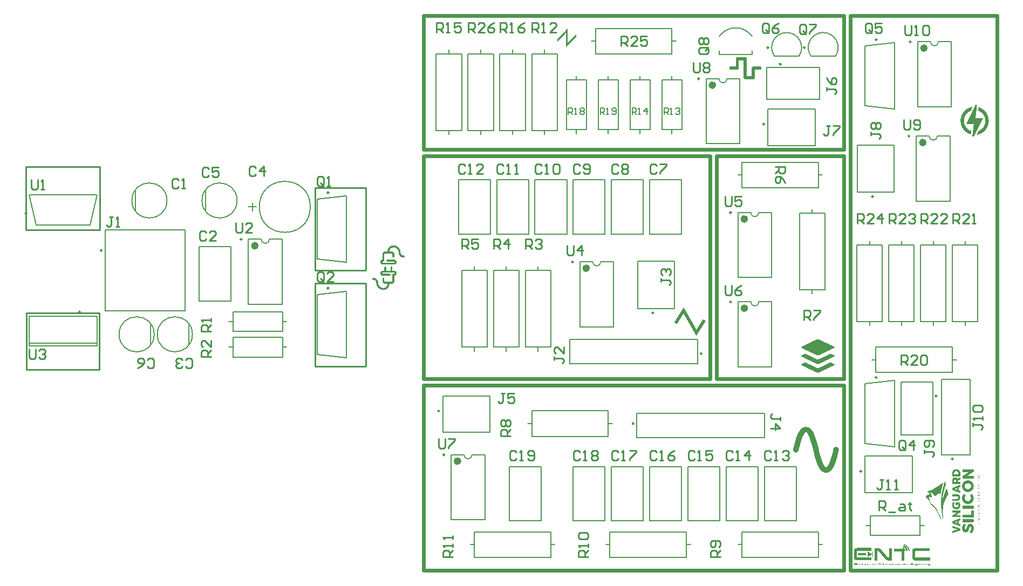
<source format=gto>
G04*
G04 #@! TF.GenerationSoftware,Altium Limited,Altium Designer,23.5.1 (21)*
G04*
G04 Layer_Color=65535*
%FSLAX44Y44*%
%MOMM*%
G71*
G04*
G04 #@! TF.SameCoordinates,CC7C8F1B-8EDA-4CA8-81C5-A987C7989BB4*
G04*
G04*
G04 #@! TF.FilePolarity,Positive*
G04*
G01*
G75*
%ADD10C,0.2500*%
%ADD11C,0.2000*%
%ADD12C,0.6000*%
%ADD13C,0.1500*%
%ADD14C,0.2540*%
G36*
X1206494Y1267266D02*
X1206523D01*
Y1267295D01*
X1206553D01*
Y1267324D01*
X1206582D01*
Y1267354D01*
X1206611D01*
Y1267383D01*
X1206641D01*
Y1267412D01*
X1206670D01*
Y1267441D01*
X1206699D01*
Y1267471D01*
X1206729D01*
Y1267500D01*
X1206758D01*
Y1267529D01*
X1206787D01*
Y1267559D01*
X1206816D01*
Y1267588D01*
X1206846D01*
Y1267617D01*
X1206875D01*
Y1267646D01*
X1206904D01*
Y1267676D01*
X1206934D01*
Y1267705D01*
X1206963D01*
Y1267734D01*
X1206992D01*
Y1267764D01*
X1207021D01*
Y1267793D01*
X1207051D01*
Y1267822D01*
X1207080D01*
Y1267852D01*
X1207109D01*
Y1267881D01*
X1207139D01*
Y1267910D01*
X1207168D01*
Y1267940D01*
X1207197D01*
Y1267969D01*
X1207227D01*
Y1267998D01*
X1207256D01*
Y1268027D01*
X1207285D01*
Y1268057D01*
X1207315D01*
Y1268086D01*
X1207344D01*
Y1268115D01*
X1207373D01*
Y1268145D01*
X1207402D01*
Y1268174D01*
X1207432D01*
Y1268203D01*
X1207461D01*
Y1268232D01*
X1207490D01*
Y1268262D01*
X1207520D01*
Y1268291D01*
X1207549D01*
Y1268320D01*
X1207578D01*
Y1268379D01*
X1207607D01*
Y1268408D01*
X1207637D01*
Y1268438D01*
X1207666D01*
Y1268467D01*
X1207695D01*
Y1268496D01*
X1207725D01*
Y1268525D01*
X1207754D01*
Y1268555D01*
X1207783D01*
Y1268584D01*
X1207812D01*
Y1268613D01*
X1207842D01*
Y1268643D01*
X1207871D01*
Y1268672D01*
X1207900D01*
Y1268701D01*
X1207930D01*
Y1268730D01*
X1207959D01*
Y1268760D01*
X1207988D01*
Y1268789D01*
X1208018D01*
Y1268818D01*
X1208047D01*
Y1268848D01*
X1208076D01*
Y1268877D01*
X1208105D01*
Y1268906D01*
X1208135D01*
Y1268935D01*
X1208164D01*
Y1268965D01*
X1208193D01*
Y1268994D01*
X1208223D01*
Y1269023D01*
X1208252D01*
Y1269053D01*
X1208281D01*
Y1269082D01*
X1208311D01*
Y1269111D01*
X1208340D01*
Y1269141D01*
X1208369D01*
Y1269170D01*
X1208398D01*
Y1269199D01*
X1208428D01*
Y1269229D01*
X1208457D01*
Y1269258D01*
X1208486D01*
Y1269287D01*
X1208516D01*
Y1269316D01*
X1208545D01*
Y1269346D01*
X1208574D01*
Y1269375D01*
X1208604D01*
Y1269404D01*
X1208633D01*
Y1269434D01*
X1208662D01*
Y1269463D01*
X1208691D01*
Y1269492D01*
X1208721D01*
Y1269521D01*
X1208750D01*
Y1269551D01*
X1208779D01*
Y1269580D01*
X1208809D01*
Y1269609D01*
X1208838D01*
Y1269639D01*
X1208867D01*
Y1269668D01*
X1208896D01*
Y1269697D01*
X1208926D01*
Y1269727D01*
X1208955D01*
Y1269756D01*
X1208984D01*
Y1269785D01*
X1209014D01*
Y1269815D01*
X1209043D01*
Y1269844D01*
X1209072D01*
Y1269873D01*
X1209102D01*
Y1269902D01*
X1209131D01*
Y1269961D01*
X1209160D01*
Y1269990D01*
X1209190D01*
Y1270020D01*
X1209219D01*
Y1270049D01*
X1209248D01*
Y1270078D01*
X1209277D01*
Y1270107D01*
X1209307D01*
Y1270137D01*
X1209336D01*
Y1270166D01*
X1209365D01*
Y1270195D01*
X1209395D01*
Y1270225D01*
X1209424D01*
Y1270254D01*
X1209453D01*
Y1270283D01*
X1209482D01*
Y1270312D01*
X1209512D01*
Y1270342D01*
X1209541D01*
Y1270371D01*
X1209570D01*
Y1270400D01*
X1209600D01*
Y1270430D01*
X1209629D01*
Y1270459D01*
X1209658D01*
Y1270488D01*
X1209688D01*
Y1270518D01*
X1209717D01*
Y1270547D01*
X1209746D01*
Y1270576D01*
X1209775D01*
Y1270605D01*
X1209805D01*
Y1270635D01*
X1209834D01*
Y1270664D01*
X1209863D01*
Y1270693D01*
X1209893D01*
Y1270723D01*
X1209922D01*
Y1270752D01*
X1209951D01*
Y1270781D01*
X1209980D01*
Y1270810D01*
X1210010D01*
Y1270840D01*
X1210039D01*
Y1270869D01*
X1210068D01*
Y1270898D01*
X1210098D01*
Y1270928D01*
X1210127D01*
Y1270957D01*
X1210156D01*
Y1270986D01*
X1210186D01*
Y1271016D01*
X1210215D01*
Y1271045D01*
X1210244D01*
Y1271074D01*
X1210273D01*
Y1271104D01*
X1210303D01*
Y1271133D01*
X1210332D01*
Y1271162D01*
X1210361D01*
Y1271191D01*
X1210391D01*
Y1271221D01*
X1210420D01*
Y1271250D01*
X1210449D01*
Y1271279D01*
X1210479D01*
Y1271309D01*
X1210508D01*
Y1271338D01*
X1210537D01*
Y1271367D01*
X1210566D01*
Y1271396D01*
X1210596D01*
Y1271426D01*
X1210625D01*
Y1271455D01*
X1210654D01*
Y1271484D01*
X1210684D01*
Y1271543D01*
X1210713D01*
Y1271572D01*
X1210742D01*
Y1271602D01*
X1210771D01*
Y1271631D01*
X1210801D01*
Y1271660D01*
X1210830D01*
Y1271690D01*
X1210859D01*
Y1271719D01*
X1210889D01*
Y1271748D01*
X1210918D01*
Y1271777D01*
X1210947D01*
Y1271807D01*
X1210977D01*
Y1271836D01*
X1211006D01*
Y1271865D01*
X1211035D01*
Y1271895D01*
X1211065D01*
Y1271924D01*
X1211094D01*
Y1271953D01*
X1211123D01*
Y1271982D01*
X1211152D01*
Y1272012D01*
X1211182D01*
Y1272041D01*
X1211211D01*
Y1272070D01*
X1211240D01*
Y1272100D01*
X1211270D01*
Y1272129D01*
X1211299D01*
Y1272158D01*
X1211328D01*
Y1272188D01*
X1211357D01*
Y1272217D01*
X1211387D01*
Y1272246D01*
X1211416D01*
Y1272275D01*
X1211445D01*
Y1272305D01*
X1211475D01*
Y1272334D01*
X1211504D01*
Y1272363D01*
X1211533D01*
Y1272393D01*
X1211562D01*
Y1272422D01*
X1211592D01*
Y1272451D01*
X1211621D01*
Y1272480D01*
X1211650D01*
Y1272510D01*
X1211680D01*
Y1272539D01*
X1211709D01*
Y1272568D01*
X1211738D01*
Y1272598D01*
X1211768D01*
Y1272627D01*
X1211797D01*
Y1272656D01*
X1211826D01*
Y1272685D01*
X1211855D01*
Y1272715D01*
X1211885D01*
Y1272744D01*
X1211914D01*
Y1272774D01*
X1211943D01*
Y1272803D01*
X1211973D01*
Y1272832D01*
X1212002D01*
Y1272861D01*
X1212031D01*
Y1272891D01*
X1212061D01*
Y1272920D01*
X1212090D01*
Y1272949D01*
X1212119D01*
Y1272979D01*
X1212149D01*
Y1273008D01*
X1212178D01*
Y1273037D01*
X1212207D01*
Y1273066D01*
X1212236D01*
Y1273125D01*
X1212266D01*
Y1273154D01*
X1212295D01*
Y1273184D01*
X1212324D01*
Y1273213D01*
X1212354D01*
Y1273242D01*
X1212383D01*
Y1273271D01*
X1212412D01*
Y1273301D01*
X1212441D01*
Y1273330D01*
X1212471D01*
Y1273359D01*
X1212500D01*
Y1273389D01*
X1212529D01*
Y1273418D01*
X1212559D01*
Y1273447D01*
X1212588D01*
Y1273477D01*
X1212617D01*
Y1273506D01*
X1212646D01*
Y1273535D01*
X1212676D01*
Y1273565D01*
X1212705D01*
Y1273594D01*
X1212734D01*
Y1273623D01*
X1212764D01*
Y1273652D01*
X1212793D01*
Y1273682D01*
X1212822D01*
Y1273711D01*
X1212852D01*
Y1273740D01*
X1212881D01*
Y1273770D01*
X1212910D01*
Y1273799D01*
X1212940D01*
Y1273828D01*
X1212969D01*
Y1273857D01*
X1212998D01*
Y1273887D01*
X1213027D01*
Y1273916D01*
X1213057D01*
Y1273945D01*
X1213086D01*
Y1273975D01*
X1213115D01*
Y1274004D01*
X1213145D01*
Y1274033D01*
X1213174D01*
Y1274062D01*
X1213203D01*
Y1274092D01*
X1213232D01*
Y1274121D01*
X1213262D01*
Y1274150D01*
X1213291D01*
Y1274180D01*
X1213320D01*
Y1274209D01*
X1213350D01*
Y1274238D01*
X1213379D01*
Y1274268D01*
X1213408D01*
Y1274297D01*
X1213438D01*
Y1274326D01*
X1213467D01*
Y1274355D01*
X1213496D01*
Y1274385D01*
X1213525D01*
Y1274414D01*
X1213555D01*
Y1274443D01*
X1213584D01*
Y1274473D01*
X1213613D01*
Y1274502D01*
X1213643D01*
Y1274531D01*
X1213672D01*
Y1274560D01*
X1213701D01*
Y1274590D01*
X1213730D01*
Y1274619D01*
X1213760D01*
Y1274648D01*
X1213789D01*
Y1274707D01*
X1213818D01*
Y1274736D01*
X1213848D01*
Y1274766D01*
X1213877D01*
Y1274795D01*
X1213906D01*
Y1274824D01*
X1213936D01*
Y1274854D01*
X1213965D01*
Y1274883D01*
X1213994D01*
Y1274912D01*
X1214024D01*
Y1274941D01*
X1214053D01*
Y1274971D01*
X1214082D01*
Y1275000D01*
X1214111D01*
Y1275029D01*
X1214141D01*
Y1275059D01*
X1214170D01*
Y1275088D01*
X1214199D01*
Y1275117D01*
X1214229D01*
Y1275146D01*
X1214258D01*
Y1275176D01*
X1214287D01*
Y1275205D01*
X1214316D01*
Y1275234D01*
X1214346D01*
Y1275264D01*
X1214375D01*
Y1275293D01*
X1214404D01*
Y1275322D01*
X1214434D01*
Y1275352D01*
X1214463D01*
Y1275381D01*
X1214492D01*
Y1275410D01*
X1214521D01*
Y1275440D01*
X1214551D01*
Y1275469D01*
X1214580D01*
Y1275498D01*
X1214609D01*
Y1275527D01*
X1214639D01*
Y1275557D01*
X1214668D01*
Y1275586D01*
X1214697D01*
Y1275615D01*
X1214727D01*
Y1275645D01*
X1214756D01*
Y1275674D01*
X1214785D01*
Y1275703D01*
X1214815D01*
Y1275732D01*
X1214844D01*
Y1275762D01*
X1214873D01*
Y1275791D01*
X1214902D01*
Y1275820D01*
X1214932D01*
Y1275850D01*
X1214961D01*
Y1275879D01*
X1214990D01*
Y1275908D01*
X1215020D01*
Y1275938D01*
X1215049D01*
Y1275967D01*
X1215078D01*
Y1275996D01*
X1215107D01*
Y1276025D01*
X1215137D01*
Y1276055D01*
X1215166D01*
Y1276084D01*
X1215195D01*
Y1276113D01*
X1215225D01*
Y1276143D01*
X1215254D01*
Y1276172D01*
X1215283D01*
Y1276201D01*
X1215312D01*
Y1276230D01*
X1215342D01*
Y1276289D01*
X1215371D01*
Y1276318D01*
X1215400D01*
Y1276348D01*
X1215430D01*
Y1276377D01*
X1215459D01*
Y1276406D01*
X1215488D01*
Y1276435D01*
X1215518D01*
Y1276465D01*
X1215547D01*
Y1276494D01*
X1215576D01*
Y1276523D01*
X1215605D01*
Y1276553D01*
X1215635D01*
Y1276582D01*
X1215664D01*
Y1276611D01*
X1215693D01*
Y1276641D01*
X1215723D01*
Y1276670D01*
X1215752D01*
Y1276699D01*
X1215781D01*
Y1276729D01*
X1215811D01*
Y1276758D01*
X1215840D01*
Y1276787D01*
X1215869D01*
Y1276816D01*
X1215899D01*
Y1276846D01*
X1215928D01*
Y1276875D01*
X1215957D01*
Y1276904D01*
X1215986D01*
Y1276934D01*
X1216016D01*
Y1276963D01*
X1216045D01*
Y1276992D01*
X1216074D01*
Y1277021D01*
X1216104D01*
Y1277051D01*
X1216133D01*
Y1277080D01*
X1216162D01*
Y1277109D01*
X1216191D01*
Y1277139D01*
X1216221D01*
Y1277168D01*
X1216250D01*
Y1277197D01*
X1216279D01*
Y1277227D01*
X1216309D01*
Y1277256D01*
X1216338D01*
Y1277285D01*
X1216367D01*
Y1277315D01*
X1216396D01*
Y1277344D01*
X1216426D01*
Y1277373D01*
X1216455D01*
Y1277402D01*
X1216484D01*
Y1277432D01*
X1216514D01*
Y1277461D01*
X1216543D01*
Y1277490D01*
X1216572D01*
Y1277520D01*
X1216602D01*
Y1277549D01*
X1216631D01*
Y1277578D01*
X1216660D01*
Y1277607D01*
X1216690D01*
Y1277637D01*
X1216719D01*
Y1277666D01*
X1216748D01*
Y1277695D01*
X1216777D01*
Y1277725D01*
X1216807D01*
Y1277754D01*
X1216836D01*
Y1277783D01*
X1216865D01*
Y1277842D01*
X1216895D01*
Y1277871D01*
X1216924D01*
Y1277900D01*
X1216953D01*
Y1277930D01*
X1216982D01*
Y1277959D01*
X1217012D01*
Y1277988D01*
X1217041D01*
Y1278018D01*
X1217070D01*
Y1278047D01*
X1217100D01*
Y1278076D01*
X1217129D01*
Y1278105D01*
X1217158D01*
Y1278135D01*
X1217188D01*
Y1278164D01*
X1217217D01*
Y1278193D01*
X1217246D01*
Y1278223D01*
X1217275D01*
Y1278252D01*
X1217305D01*
Y1278281D01*
X1217334D01*
Y1278310D01*
X1217363D01*
Y1278340D01*
X1217393D01*
Y1278369D01*
X1217422D01*
Y1278398D01*
X1217451D01*
Y1278428D01*
X1217480D01*
Y1278457D01*
X1217510D01*
Y1278486D01*
X1217539D01*
Y1278516D01*
X1217568D01*
Y1278545D01*
X1217598D01*
Y1278574D01*
X1217627D01*
Y1278604D01*
X1217656D01*
Y1278633D01*
X1217686D01*
Y1278662D01*
X1217715D01*
Y1278691D01*
X1217744D01*
Y1278721D01*
X1217774D01*
Y1278750D01*
X1217803D01*
Y1278779D01*
X1217832D01*
Y1278809D01*
X1217861D01*
Y1278838D01*
X1217891D01*
Y1278867D01*
X1217920D01*
Y1278896D01*
X1217949D01*
Y1278926D01*
X1217979D01*
Y1278955D01*
X1218008D01*
Y1278984D01*
X1218037D01*
Y1279014D01*
X1218066D01*
Y1279043D01*
X1218096D01*
Y1279072D01*
X1218125D01*
Y1279102D01*
X1218154D01*
Y1279131D01*
X1218184D01*
Y1279160D01*
X1218213D01*
Y1279190D01*
X1218242D01*
Y1279219D01*
X1218271D01*
Y1279248D01*
X1218301D01*
Y1279277D01*
X1218330D01*
Y1279307D01*
X1218359D01*
Y1279336D01*
X1218389D01*
Y1279365D01*
X1218418D01*
Y1279424D01*
X1218447D01*
Y1279453D01*
X1218477D01*
Y1279482D01*
X1218506D01*
Y1279512D01*
X1218535D01*
Y1279541D01*
X1218565D01*
Y1279570D01*
X1218594D01*
Y1279600D01*
X1218623D01*
Y1279629D01*
X1218652D01*
Y1279658D01*
X1218682D01*
Y1279688D01*
X1218711D01*
Y1279717D01*
X1218740D01*
Y1279746D01*
X1218770D01*
Y1279775D01*
X1218799D01*
Y1279805D01*
X1218828D01*
Y1279834D01*
X1218857D01*
Y1279863D01*
X1218887D01*
Y1279893D01*
X1218916D01*
Y1279922D01*
X1218945D01*
Y1279951D01*
X1218975D01*
Y1279980D01*
X1219004D01*
Y1280010D01*
X1219033D01*
Y1280039D01*
X1219062D01*
Y1280068D01*
X1219092D01*
Y1280098D01*
X1219121D01*
Y1280127D01*
X1219150D01*
Y1280156D01*
X1219180D01*
Y1280186D01*
X1219209D01*
Y1280215D01*
X1219238D01*
Y1280244D01*
X1219268D01*
Y1280273D01*
X1219297D01*
Y1280303D01*
X1219326D01*
Y1280332D01*
X1219355D01*
Y1280361D01*
X1219385D01*
Y1280391D01*
X1219414D01*
Y1280420D01*
X1219443D01*
Y1280449D01*
X1219473D01*
Y1280479D01*
X1219502D01*
Y1280508D01*
X1219531D01*
Y1280537D01*
X1219561D01*
Y1280566D01*
X1219590D01*
Y1280596D01*
X1219619D01*
Y1280625D01*
X1219649D01*
Y1280654D01*
X1219678D01*
Y1280684D01*
X1219707D01*
Y1280713D01*
X1219736D01*
Y1280742D01*
X1219766D01*
Y1280771D01*
X1219795D01*
Y1280801D01*
X1219824D01*
Y1280830D01*
X1219854D01*
Y1280859D01*
X1219883D01*
Y1280889D01*
X1219912D01*
Y1280918D01*
X1219941D01*
Y1280947D01*
X1219971D01*
Y1280977D01*
X1220000D01*
Y1276758D01*
X1219971D01*
Y1276729D01*
X1219941D01*
Y1276699D01*
X1219912D01*
Y1276670D01*
X1219883D01*
Y1276641D01*
X1219854D01*
Y1276611D01*
X1219824D01*
Y1276582D01*
X1219795D01*
Y1276553D01*
X1219766D01*
Y1276523D01*
X1219736D01*
Y1276494D01*
X1219707D01*
Y1276465D01*
X1219678D01*
Y1276435D01*
X1219649D01*
Y1276406D01*
X1219619D01*
Y1276377D01*
X1219590D01*
Y1276318D01*
X1219561D01*
Y1276289D01*
X1219531D01*
Y1276260D01*
X1219502D01*
Y1276230D01*
X1219473D01*
Y1276201D01*
X1219443D01*
Y1276172D01*
X1219414D01*
Y1276143D01*
X1219385D01*
Y1276113D01*
X1219355D01*
Y1276084D01*
X1219326D01*
Y1276055D01*
X1219297D01*
Y1276025D01*
X1219268D01*
Y1275996D01*
X1219238D01*
Y1275967D01*
X1219209D01*
Y1275938D01*
X1219180D01*
Y1275908D01*
X1219150D01*
Y1275879D01*
X1219121D01*
Y1275850D01*
X1219092D01*
Y1275820D01*
X1219062D01*
Y1275791D01*
X1219033D01*
Y1275762D01*
X1219004D01*
Y1275732D01*
X1218975D01*
Y1275703D01*
X1218945D01*
Y1275674D01*
X1218916D01*
Y1275645D01*
X1218887D01*
Y1275615D01*
X1218857D01*
Y1275586D01*
X1218828D01*
Y1275557D01*
X1218799D01*
Y1275527D01*
X1218770D01*
Y1275498D01*
X1218740D01*
Y1275469D01*
X1218711D01*
Y1275440D01*
X1218682D01*
Y1275410D01*
X1218652D01*
Y1275381D01*
X1218623D01*
Y1275352D01*
X1218594D01*
Y1275322D01*
X1218565D01*
Y1275293D01*
X1218535D01*
Y1275264D01*
X1218506D01*
Y1275234D01*
X1218477D01*
Y1275205D01*
X1218447D01*
Y1275176D01*
X1218418D01*
Y1275146D01*
X1218389D01*
Y1275117D01*
X1218359D01*
Y1275088D01*
X1218330D01*
Y1275059D01*
X1218301D01*
Y1275029D01*
X1218271D01*
Y1275000D01*
X1218242D01*
Y1274971D01*
X1218213D01*
Y1274941D01*
X1218184D01*
Y1274912D01*
X1218154D01*
Y1274883D01*
X1218125D01*
Y1274854D01*
X1218096D01*
Y1274824D01*
X1218066D01*
Y1274795D01*
X1218037D01*
Y1274766D01*
X1218008D01*
Y1274736D01*
X1217979D01*
Y1274707D01*
X1217949D01*
Y1274678D01*
X1217920D01*
Y1274648D01*
X1217891D01*
Y1274619D01*
X1217861D01*
Y1274590D01*
X1217832D01*
Y1274560D01*
X1217803D01*
Y1274531D01*
X1217774D01*
Y1274502D01*
X1217744D01*
Y1274473D01*
X1217715D01*
Y1274414D01*
X1217686D01*
Y1274385D01*
X1217656D01*
Y1274355D01*
X1217627D01*
Y1274326D01*
X1217598D01*
Y1274297D01*
X1217568D01*
Y1274268D01*
X1217539D01*
Y1274238D01*
X1217510D01*
Y1274209D01*
X1217480D01*
Y1274180D01*
X1217451D01*
Y1274150D01*
X1217422D01*
Y1274121D01*
X1217393D01*
Y1274092D01*
X1217363D01*
Y1274062D01*
X1217334D01*
Y1274033D01*
X1217305D01*
Y1274004D01*
X1217275D01*
Y1273975D01*
X1217246D01*
Y1273945D01*
X1217217D01*
Y1273916D01*
X1217188D01*
Y1273887D01*
X1217158D01*
Y1273857D01*
X1217129D01*
Y1273828D01*
X1217100D01*
Y1273799D01*
X1217070D01*
Y1273770D01*
X1217041D01*
Y1273740D01*
X1217012D01*
Y1273711D01*
X1216982D01*
Y1273682D01*
X1216953D01*
Y1273652D01*
X1216924D01*
Y1273623D01*
X1216895D01*
Y1273594D01*
X1216865D01*
Y1273565D01*
X1216836D01*
Y1273535D01*
X1216807D01*
Y1273506D01*
X1216777D01*
Y1273477D01*
X1216748D01*
Y1273447D01*
X1216719D01*
Y1273418D01*
X1216690D01*
Y1273389D01*
X1216660D01*
Y1273359D01*
X1216631D01*
Y1273330D01*
X1216602D01*
Y1273301D01*
X1216572D01*
Y1273271D01*
X1216543D01*
Y1273242D01*
X1216514D01*
Y1273213D01*
X1216484D01*
Y1273184D01*
X1216455D01*
Y1273154D01*
X1216426D01*
Y1273125D01*
X1216396D01*
Y1273096D01*
X1216367D01*
Y1273066D01*
X1216338D01*
Y1273037D01*
X1216309D01*
Y1273008D01*
X1216279D01*
Y1272979D01*
X1216250D01*
Y1272949D01*
X1216221D01*
Y1272920D01*
X1216191D01*
Y1272891D01*
X1216162D01*
Y1272861D01*
X1216133D01*
Y1272832D01*
X1216104D01*
Y1272803D01*
X1216074D01*
Y1272774D01*
X1216045D01*
Y1272744D01*
X1216016D01*
Y1272715D01*
X1215986D01*
Y1272685D01*
X1215957D01*
Y1272656D01*
X1215928D01*
Y1272627D01*
X1215899D01*
Y1272598D01*
X1215869D01*
Y1272568D01*
X1215840D01*
Y1272539D01*
X1215811D01*
Y1272480D01*
X1215781D01*
Y1272451D01*
X1215752D01*
Y1272422D01*
X1215723D01*
Y1272393D01*
X1215693D01*
Y1272363D01*
X1215664D01*
Y1272334D01*
X1215635D01*
Y1272305D01*
X1215605D01*
Y1272275D01*
X1215576D01*
Y1272246D01*
X1215547D01*
Y1272217D01*
X1215518D01*
Y1272188D01*
X1215488D01*
Y1272158D01*
X1215459D01*
Y1272129D01*
X1215430D01*
Y1272100D01*
X1215400D01*
Y1272070D01*
X1215371D01*
Y1272041D01*
X1215342D01*
Y1272012D01*
X1215312D01*
Y1271982D01*
X1215283D01*
Y1271953D01*
X1215254D01*
Y1271924D01*
X1215225D01*
Y1271895D01*
X1215195D01*
Y1271865D01*
X1215166D01*
Y1271836D01*
X1215137D01*
Y1271807D01*
X1215107D01*
Y1271777D01*
X1215078D01*
Y1271748D01*
X1215049D01*
Y1271719D01*
X1215020D01*
Y1271690D01*
X1214990D01*
Y1271660D01*
X1214961D01*
Y1271631D01*
X1214932D01*
Y1271602D01*
X1214902D01*
Y1271572D01*
X1214873D01*
Y1271543D01*
X1214844D01*
Y1271514D01*
X1214815D01*
Y1271484D01*
X1214785D01*
Y1271455D01*
X1214756D01*
Y1271426D01*
X1214727D01*
Y1271396D01*
X1214697D01*
Y1271367D01*
X1214668D01*
Y1271338D01*
X1214639D01*
Y1271309D01*
X1214609D01*
Y1271279D01*
X1214580D01*
Y1271250D01*
X1214551D01*
Y1271221D01*
X1214521D01*
Y1271191D01*
X1214492D01*
Y1271162D01*
X1214463D01*
Y1271133D01*
X1214434D01*
Y1271104D01*
X1214404D01*
Y1271074D01*
X1214375D01*
Y1271045D01*
X1214346D01*
Y1271016D01*
X1214316D01*
Y1270986D01*
X1214287D01*
Y1270957D01*
X1214258D01*
Y1270928D01*
X1214229D01*
Y1270898D01*
X1214199D01*
Y1270869D01*
X1214170D01*
Y1270840D01*
X1214141D01*
Y1270810D01*
X1214111D01*
Y1270781D01*
X1214082D01*
Y1270752D01*
X1214053D01*
Y1270723D01*
X1214024D01*
Y1270693D01*
X1213994D01*
Y1270664D01*
X1213965D01*
Y1270635D01*
X1213936D01*
Y1270576D01*
X1213906D01*
Y1270547D01*
X1213877D01*
Y1270518D01*
X1213848D01*
Y1270488D01*
X1213818D01*
Y1270459D01*
X1213789D01*
Y1270430D01*
X1213760D01*
Y1270400D01*
X1213730D01*
Y1270371D01*
X1213701D01*
Y1270342D01*
X1213672D01*
Y1270312D01*
X1213643D01*
Y1270283D01*
X1213613D01*
Y1270254D01*
X1213584D01*
Y1270225D01*
X1213555D01*
Y1270195D01*
X1213525D01*
Y1270166D01*
X1213496D01*
Y1270137D01*
X1213467D01*
Y1270107D01*
X1213438D01*
Y1270078D01*
X1213408D01*
Y1270049D01*
X1213379D01*
Y1270020D01*
X1213350D01*
Y1269990D01*
X1213320D01*
Y1269961D01*
X1213291D01*
Y1269932D01*
X1213262D01*
Y1269902D01*
X1213232D01*
Y1269873D01*
X1213203D01*
Y1269844D01*
X1213174D01*
Y1269815D01*
X1213145D01*
Y1269785D01*
X1213115D01*
Y1269756D01*
X1213086D01*
Y1269727D01*
X1213057D01*
Y1269697D01*
X1213027D01*
Y1269668D01*
X1212998D01*
Y1269639D01*
X1212969D01*
Y1269609D01*
X1212940D01*
Y1269580D01*
X1212910D01*
Y1269551D01*
X1212881D01*
Y1269521D01*
X1212852D01*
Y1269492D01*
X1212822D01*
Y1269463D01*
X1212793D01*
Y1269434D01*
X1212764D01*
Y1269404D01*
X1212734D01*
Y1269375D01*
X1212705D01*
Y1269346D01*
X1212676D01*
Y1269316D01*
X1212646D01*
Y1269287D01*
X1212617D01*
Y1269258D01*
X1212588D01*
Y1269229D01*
X1212559D01*
Y1269199D01*
X1212529D01*
Y1269170D01*
X1212500D01*
Y1269141D01*
X1212471D01*
Y1269111D01*
X1212441D01*
Y1269082D01*
X1212412D01*
Y1269053D01*
X1212383D01*
Y1269023D01*
X1212354D01*
Y1268994D01*
X1212324D01*
Y1268965D01*
X1212295D01*
Y1268935D01*
X1212266D01*
Y1268906D01*
X1212236D01*
Y1268877D01*
X1212207D01*
Y1268848D01*
X1212178D01*
Y1268818D01*
X1212149D01*
Y1268789D01*
X1212119D01*
Y1268760D01*
X1212090D01*
Y1268730D01*
X1212061D01*
Y1268701D01*
X1212031D01*
Y1268643D01*
X1212002D01*
Y1268613D01*
X1211973D01*
Y1268584D01*
X1211943D01*
Y1268555D01*
X1211914D01*
Y1268525D01*
X1211885D01*
Y1268496D01*
X1211855D01*
Y1268467D01*
X1211826D01*
Y1268438D01*
X1211797D01*
Y1268408D01*
X1211768D01*
Y1268379D01*
X1211738D01*
Y1268350D01*
X1211709D01*
Y1268320D01*
X1211680D01*
Y1268291D01*
X1211650D01*
Y1268262D01*
X1211621D01*
Y1268232D01*
X1211592D01*
Y1268203D01*
X1211562D01*
Y1268174D01*
X1211533D01*
Y1268145D01*
X1211504D01*
Y1268115D01*
X1211475D01*
Y1268086D01*
X1211445D01*
Y1268057D01*
X1211416D01*
Y1268027D01*
X1211387D01*
Y1267998D01*
X1211357D01*
Y1267969D01*
X1211328D01*
Y1267940D01*
X1211299D01*
Y1267910D01*
X1211270D01*
Y1267881D01*
X1211240D01*
Y1267852D01*
X1211211D01*
Y1267822D01*
X1211182D01*
Y1267793D01*
X1211152D01*
Y1267764D01*
X1211123D01*
Y1267734D01*
X1211094D01*
Y1267705D01*
X1211065D01*
Y1267676D01*
X1211035D01*
Y1267646D01*
X1211006D01*
Y1267617D01*
X1210977D01*
Y1267588D01*
X1210947D01*
Y1267559D01*
X1210918D01*
Y1267529D01*
X1210889D01*
Y1267500D01*
X1210859D01*
Y1267471D01*
X1210830D01*
Y1267441D01*
X1210801D01*
Y1267412D01*
X1210771D01*
Y1267383D01*
X1210742D01*
Y1267354D01*
X1210713D01*
Y1267324D01*
X1210684D01*
Y1267295D01*
X1210654D01*
Y1267266D01*
X1210625D01*
Y1267236D01*
X1210596D01*
Y1267207D01*
X1210566D01*
Y1267178D01*
X1210537D01*
Y1267148D01*
X1210508D01*
Y1267119D01*
X1210479D01*
Y1267090D01*
X1210449D01*
Y1267060D01*
X1210420D01*
Y1267031D01*
X1210391D01*
Y1267002D01*
X1210361D01*
Y1266973D01*
X1210332D01*
Y1266943D01*
X1210303D01*
Y1266914D01*
X1210273D01*
Y1266885D01*
X1210244D01*
Y1266855D01*
X1210215D01*
Y1266826D01*
X1210186D01*
Y1266797D01*
X1210156D01*
Y1266768D01*
X1210127D01*
Y1266709D01*
X1210098D01*
Y1266680D01*
X1210068D01*
Y1266650D01*
X1210039D01*
Y1266621D01*
X1210010D01*
Y1266592D01*
X1209980D01*
Y1266562D01*
X1209951D01*
Y1266533D01*
X1209922D01*
Y1266504D01*
X1209893D01*
Y1266475D01*
X1209863D01*
Y1266445D01*
X1209834D01*
Y1266416D01*
X1209805D01*
Y1266387D01*
X1209775D01*
Y1266357D01*
X1209746D01*
Y1266328D01*
X1209717D01*
Y1266299D01*
X1209688D01*
Y1266270D01*
X1209658D01*
Y1266240D01*
X1209629D01*
Y1266211D01*
X1209600D01*
Y1266182D01*
X1209570D01*
Y1266152D01*
X1209541D01*
Y1266123D01*
X1209512D01*
Y1266094D01*
X1209482D01*
Y1266064D01*
X1209453D01*
Y1266035D01*
X1209424D01*
Y1266006D01*
X1209395D01*
Y1265977D01*
X1209365D01*
Y1265947D01*
X1209336D01*
Y1265918D01*
X1209307D01*
Y1265889D01*
X1209277D01*
Y1265859D01*
X1209248D01*
Y1265830D01*
X1209219D01*
Y1265801D01*
X1209190D01*
Y1265771D01*
X1209160D01*
Y1265742D01*
X1209131D01*
Y1265713D01*
X1209102D01*
Y1265684D01*
X1209072D01*
Y1265654D01*
X1209043D01*
Y1265625D01*
X1209014D01*
Y1265596D01*
X1208984D01*
Y1265566D01*
X1208955D01*
Y1265537D01*
X1208926D01*
Y1265508D01*
X1208896D01*
Y1265479D01*
X1208867D01*
Y1265449D01*
X1208838D01*
Y1265420D01*
X1208809D01*
Y1265391D01*
X1208779D01*
Y1265361D01*
X1208750D01*
Y1265332D01*
X1208721D01*
Y1265303D01*
X1208691D01*
Y1265273D01*
X1208662D01*
Y1265244D01*
X1208633D01*
Y1265215D01*
X1208604D01*
Y1265185D01*
X1208574D01*
Y1265156D01*
X1208545D01*
Y1265127D01*
X1208516D01*
Y1265098D01*
X1208486D01*
Y1265068D01*
X1208457D01*
Y1265039D01*
X1208428D01*
Y1265010D01*
X1208398D01*
Y1264980D01*
X1208369D01*
Y1264951D01*
X1208340D01*
Y1264922D01*
X1208311D01*
Y1264893D01*
X1208281D01*
Y1264863D01*
X1208252D01*
Y1264834D01*
X1208223D01*
Y1264775D01*
X1208193D01*
Y1264746D01*
X1208164D01*
Y1264717D01*
X1208135D01*
Y1264688D01*
X1208105D01*
Y1264658D01*
X1208076D01*
Y1264629D01*
X1208047D01*
Y1264600D01*
X1208018D01*
Y1264570D01*
X1207988D01*
Y1264541D01*
X1207959D01*
Y1264512D01*
X1207930D01*
Y1264482D01*
X1207900D01*
Y1264453D01*
X1207871D01*
Y1264424D01*
X1207842D01*
Y1264395D01*
X1207812D01*
Y1264365D01*
X1207783D01*
Y1264336D01*
X1207754D01*
Y1264307D01*
X1207725D01*
Y1264277D01*
X1207695D01*
Y1264248D01*
X1207666D01*
Y1264219D01*
X1207637D01*
Y1264189D01*
X1207607D01*
Y1264160D01*
X1207578D01*
Y1264131D01*
X1207549D01*
Y1264102D01*
X1207520D01*
Y1264072D01*
X1207490D01*
Y1264043D01*
X1207461D01*
Y1264014D01*
X1207432D01*
Y1263984D01*
X1207402D01*
Y1263955D01*
X1207373D01*
Y1263926D01*
X1207344D01*
Y1263896D01*
X1207315D01*
Y1263867D01*
X1207285D01*
Y1263838D01*
X1207256D01*
Y1263809D01*
X1207227D01*
Y1263779D01*
X1207197D01*
Y1263750D01*
X1207168D01*
Y1263721D01*
X1207139D01*
Y1263691D01*
X1207109D01*
Y1263662D01*
X1207080D01*
Y1263633D01*
X1207051D01*
Y1263604D01*
X1207021D01*
Y1263574D01*
X1206992D01*
Y1263545D01*
X1206963D01*
Y1263516D01*
X1206934D01*
Y1263486D01*
X1206904D01*
Y1263457D01*
X1206875D01*
Y1263428D01*
X1206846D01*
Y1263398D01*
X1206816D01*
Y1263369D01*
X1206787D01*
Y1263340D01*
X1206758D01*
Y1263311D01*
X1206729D01*
Y1263281D01*
X1206699D01*
Y1263252D01*
X1206670D01*
Y1263223D01*
X1206641D01*
Y1263193D01*
X1206611D01*
Y1263164D01*
X1206582D01*
Y1263135D01*
X1206553D01*
Y1263105D01*
X1206523D01*
Y1263076D01*
X1206494D01*
Y1263047D01*
X1206465D01*
Y1263018D01*
X1206436D01*
Y1262988D01*
X1206406D01*
Y1262959D01*
X1206377D01*
Y1262930D01*
X1206348D01*
Y1262871D01*
X1206318D01*
Y1262842D01*
X1206289D01*
Y1262812D01*
X1206260D01*
Y1262783D01*
X1206230D01*
Y1262754D01*
X1206201D01*
Y1262725D01*
X1206172D01*
Y1262695D01*
X1206143D01*
Y1262666D01*
X1206113D01*
Y1262637D01*
X1206084D01*
Y1262607D01*
X1206055D01*
Y1262578D01*
X1206025D01*
Y1262549D01*
X1205996D01*
Y1262520D01*
X1205967D01*
Y1262490D01*
X1205938D01*
Y1262461D01*
X1205908D01*
Y1262432D01*
X1205879D01*
Y1262402D01*
X1205850D01*
Y1262373D01*
X1205820D01*
Y1262344D01*
X1205791D01*
Y1262314D01*
X1205762D01*
Y1262285D01*
X1205732D01*
Y1262256D01*
X1205703D01*
Y1262227D01*
X1205674D01*
Y1262197D01*
X1205645D01*
Y1262168D01*
X1205615D01*
Y1262139D01*
X1205586D01*
Y1262109D01*
X1205557D01*
Y1262080D01*
X1205527D01*
Y1262051D01*
X1205498D01*
Y1262021D01*
X1205469D01*
Y1261992D01*
X1205440D01*
Y1261963D01*
X1205410D01*
Y1261934D01*
X1205381D01*
Y1261904D01*
X1205352D01*
Y1261875D01*
X1205322D01*
Y1261846D01*
X1205293D01*
Y1261816D01*
X1205264D01*
Y1261787D01*
X1205234D01*
Y1261758D01*
X1205205D01*
Y1261729D01*
X1205176D01*
Y1261699D01*
X1205146D01*
Y1261670D01*
X1205117D01*
Y1261641D01*
X1205088D01*
Y1261611D01*
X1205059D01*
Y1261582D01*
X1205029D01*
Y1261553D01*
X1205000D01*
Y1261523D01*
X1204971D01*
Y1261494D01*
X1204941D01*
Y1261465D01*
X1204912D01*
Y1261436D01*
X1204883D01*
Y1261406D01*
X1204854D01*
Y1261377D01*
X1204824D01*
Y1261348D01*
X1204795D01*
Y1261318D01*
X1204766D01*
Y1261289D01*
X1204736D01*
Y1261260D01*
X1204707D01*
Y1261230D01*
X1204678D01*
Y1261201D01*
X1204648D01*
Y1261172D01*
X1204619D01*
Y1261143D01*
X1204590D01*
Y1261113D01*
X1204561D01*
Y1261084D01*
X1204531D01*
Y1261055D01*
X1204502D01*
Y1261025D01*
X1204473D01*
Y1260996D01*
X1204443D01*
Y1260938D01*
X1204414D01*
Y1260908D01*
X1204385D01*
Y1260879D01*
X1204355D01*
Y1260850D01*
X1204326D01*
Y1260820D01*
X1204297D01*
Y1260791D01*
X1204268D01*
Y1260762D01*
X1204238D01*
Y1260732D01*
X1204209D01*
Y1260703D01*
X1204180D01*
Y1260674D01*
X1204150D01*
Y1260645D01*
X1204121D01*
Y1260615D01*
X1204092D01*
Y1260586D01*
X1204062D01*
Y1260557D01*
X1204033D01*
Y1260527D01*
X1204004D01*
Y1260498D01*
X1203975D01*
Y1260469D01*
X1203945D01*
Y1260439D01*
X1203916D01*
Y1260410D01*
X1203887D01*
Y1260381D01*
X1203857D01*
Y1260352D01*
X1203828D01*
Y1260322D01*
X1203799D01*
Y1260293D01*
X1203770D01*
Y1260264D01*
X1203740D01*
Y1260234D01*
X1203711D01*
Y1260205D01*
X1203682D01*
Y1260176D01*
X1203652D01*
Y1260146D01*
X1203623D01*
Y1260117D01*
X1203594D01*
Y1260088D01*
X1203565D01*
Y1260059D01*
X1203535D01*
Y1260029D01*
X1203506D01*
Y1282734D01*
X1203477D01*
Y1282705D01*
X1203447D01*
Y1282676D01*
X1203418D01*
Y1282646D01*
X1203389D01*
Y1282617D01*
X1203359D01*
Y1282588D01*
X1203330D01*
Y1282559D01*
X1203301D01*
Y1282529D01*
X1203271D01*
Y1282500D01*
X1203242D01*
Y1282471D01*
X1203213D01*
Y1282441D01*
X1203184D01*
Y1282412D01*
X1203154D01*
Y1282383D01*
X1203125D01*
Y1282354D01*
X1203096D01*
Y1282324D01*
X1203066D01*
Y1282295D01*
X1203037D01*
Y1282266D01*
X1203008D01*
Y1282236D01*
X1202979D01*
Y1282207D01*
X1202949D01*
Y1282178D01*
X1202920D01*
Y1282148D01*
X1202891D01*
Y1282119D01*
X1202861D01*
Y1282090D01*
X1202832D01*
Y1282061D01*
X1202803D01*
Y1282031D01*
X1202774D01*
Y1282002D01*
X1202744D01*
Y1281973D01*
X1202715D01*
Y1281943D01*
X1202686D01*
Y1281914D01*
X1202656D01*
Y1281885D01*
X1202627D01*
Y1281855D01*
X1202598D01*
Y1281826D01*
X1202568D01*
Y1281797D01*
X1202539D01*
Y1281768D01*
X1202510D01*
Y1281738D01*
X1202480D01*
Y1281709D01*
X1202451D01*
Y1281680D01*
X1202422D01*
Y1281621D01*
X1202393D01*
Y1281592D01*
X1202363D01*
Y1281562D01*
X1202334D01*
Y1281533D01*
X1202305D01*
Y1281504D01*
X1202275D01*
Y1281475D01*
X1202246D01*
Y1281445D01*
X1202217D01*
Y1281416D01*
X1202188D01*
Y1281387D01*
X1202158D01*
Y1281357D01*
X1202129D01*
Y1281328D01*
X1202100D01*
Y1281299D01*
X1202070D01*
Y1281270D01*
X1202041D01*
Y1281240D01*
X1202012D01*
Y1281211D01*
X1201982D01*
Y1281182D01*
X1201953D01*
Y1281152D01*
X1201924D01*
Y1281123D01*
X1201895D01*
Y1281094D01*
X1201865D01*
Y1281064D01*
X1201836D01*
Y1281035D01*
X1201807D01*
Y1281006D01*
X1201777D01*
Y1280977D01*
X1201748D01*
Y1280947D01*
X1201719D01*
Y1280918D01*
X1201690D01*
Y1280889D01*
X1201660D01*
Y1280859D01*
X1201631D01*
Y1280830D01*
X1201602D01*
Y1280801D01*
X1201572D01*
Y1280771D01*
X1201543D01*
Y1280742D01*
X1201514D01*
Y1280713D01*
X1201484D01*
Y1280684D01*
X1201455D01*
Y1280654D01*
X1201426D01*
Y1280625D01*
X1201396D01*
Y1280596D01*
X1201367D01*
Y1280566D01*
X1201338D01*
Y1280537D01*
X1201309D01*
Y1280508D01*
X1201279D01*
Y1280479D01*
X1201250D01*
Y1280449D01*
X1201221D01*
Y1280420D01*
X1201191D01*
Y1280391D01*
X1201162D01*
Y1280361D01*
X1201133D01*
Y1280332D01*
X1201104D01*
Y1280303D01*
X1201074D01*
Y1280273D01*
X1201045D01*
Y1280244D01*
X1201016D01*
Y1280215D01*
X1200986D01*
Y1280186D01*
X1200957D01*
Y1280156D01*
X1200928D01*
Y1280127D01*
X1200899D01*
Y1280098D01*
X1200869D01*
Y1280039D01*
X1200840D01*
Y1280010D01*
X1200811D01*
Y1279980D01*
X1200781D01*
Y1279951D01*
X1200752D01*
Y1279922D01*
X1200723D01*
Y1279893D01*
X1200693D01*
Y1279863D01*
X1200664D01*
Y1279834D01*
X1200635D01*
Y1279805D01*
X1200605D01*
Y1279775D01*
X1200576D01*
Y1279746D01*
X1200547D01*
Y1279717D01*
X1200518D01*
Y1279688D01*
X1200488D01*
Y1279658D01*
X1200459D01*
Y1279629D01*
X1200430D01*
Y1279600D01*
X1200400D01*
Y1279570D01*
X1200371D01*
Y1279541D01*
X1200342D01*
Y1279512D01*
X1200312D01*
Y1279482D01*
X1200283D01*
Y1279453D01*
X1200254D01*
Y1279424D01*
X1200225D01*
Y1279395D01*
X1200195D01*
Y1279365D01*
X1200166D01*
Y1279336D01*
X1200137D01*
Y1279307D01*
X1200107D01*
Y1279277D01*
X1200078D01*
Y1279248D01*
X1200049D01*
Y1279219D01*
X1200020D01*
Y1279190D01*
X1199990D01*
Y1279160D01*
X1199961D01*
Y1279131D01*
X1199932D01*
Y1279102D01*
X1199902D01*
Y1279072D01*
X1199873D01*
Y1279043D01*
X1199844D01*
Y1279014D01*
X1199815D01*
Y1278984D01*
X1199785D01*
Y1278955D01*
X1199756D01*
Y1278926D01*
X1199727D01*
Y1278896D01*
X1199697D01*
Y1278867D01*
X1199668D01*
Y1278838D01*
X1199639D01*
Y1278809D01*
X1199609D01*
Y1278779D01*
X1199580D01*
Y1278750D01*
X1199551D01*
Y1278721D01*
X1199521D01*
Y1278691D01*
X1199492D01*
Y1278662D01*
X1199463D01*
Y1278633D01*
X1199434D01*
Y1278604D01*
X1199404D01*
Y1278574D01*
X1199375D01*
Y1278545D01*
X1199346D01*
Y1278516D01*
X1199316D01*
Y1278457D01*
X1199287D01*
Y1278428D01*
X1199258D01*
Y1278398D01*
X1199229D01*
Y1278369D01*
X1199199D01*
Y1278340D01*
X1199170D01*
Y1278310D01*
X1199141D01*
Y1278281D01*
X1199111D01*
Y1278252D01*
X1199082D01*
Y1278223D01*
X1199053D01*
Y1278193D01*
X1199024D01*
Y1278164D01*
X1198994D01*
Y1278135D01*
X1198965D01*
Y1278105D01*
X1198935D01*
Y1278076D01*
X1198906D01*
Y1278047D01*
X1198877D01*
Y1278018D01*
X1198848D01*
Y1277988D01*
X1198818D01*
Y1277959D01*
X1198789D01*
Y1277930D01*
X1198760D01*
Y1277900D01*
X1198730D01*
Y1277871D01*
X1198701D01*
Y1277842D01*
X1198672D01*
Y1277812D01*
X1198643D01*
Y1277783D01*
X1198613D01*
Y1277754D01*
X1198584D01*
Y1277725D01*
X1198555D01*
Y1277695D01*
X1198525D01*
Y1277666D01*
X1198496D01*
Y1277637D01*
X1198467D01*
Y1277607D01*
X1198438D01*
Y1277578D01*
X1198408D01*
Y1277549D01*
X1198379D01*
Y1277520D01*
X1198350D01*
Y1277490D01*
X1198320D01*
Y1277461D01*
X1198291D01*
Y1277432D01*
X1198262D01*
Y1277402D01*
X1198232D01*
Y1277373D01*
X1198203D01*
Y1277344D01*
X1198174D01*
Y1277315D01*
X1198145D01*
Y1277285D01*
X1198115D01*
Y1277256D01*
X1198086D01*
Y1277227D01*
X1198057D01*
Y1277197D01*
X1198027D01*
Y1277168D01*
X1197998D01*
Y1277139D01*
X1197969D01*
Y1277109D01*
X1197940D01*
Y1277080D01*
X1197910D01*
Y1277051D01*
X1197881D01*
Y1277021D01*
X1197852D01*
Y1276992D01*
X1197822D01*
Y1276963D01*
X1197793D01*
Y1276934D01*
X1197764D01*
Y1276875D01*
X1197734D01*
Y1276846D01*
X1197705D01*
Y1276816D01*
X1197676D01*
Y1276787D01*
X1197646D01*
Y1276758D01*
X1197617D01*
Y1276729D01*
X1197588D01*
Y1276699D01*
X1197559D01*
Y1276670D01*
X1197529D01*
Y1276641D01*
X1197500D01*
Y1276611D01*
X1197471D01*
Y1276582D01*
X1197441D01*
Y1276553D01*
X1197412D01*
Y1276523D01*
X1197383D01*
Y1276494D01*
X1197354D01*
Y1276465D01*
X1197324D01*
Y1276435D01*
X1197295D01*
Y1276406D01*
X1197266D01*
Y1276377D01*
X1197236D01*
Y1276348D01*
X1197207D01*
Y1276318D01*
X1197178D01*
Y1276289D01*
X1197149D01*
Y1276260D01*
X1197119D01*
Y1276230D01*
X1197090D01*
Y1276201D01*
X1197060D01*
Y1276172D01*
X1197031D01*
Y1276143D01*
X1197002D01*
Y1276113D01*
X1196973D01*
Y1276084D01*
X1196943D01*
Y1276055D01*
X1196914D01*
Y1276025D01*
X1196885D01*
Y1275996D01*
X1196855D01*
Y1275967D01*
X1196826D01*
Y1275938D01*
X1196797D01*
Y1275908D01*
X1196768D01*
Y1275879D01*
X1196738D01*
Y1275850D01*
X1196709D01*
Y1275820D01*
X1196680D01*
Y1275791D01*
X1196650D01*
Y1275762D01*
X1196621D01*
Y1275732D01*
X1196592D01*
Y1275703D01*
X1196562D01*
Y1275674D01*
X1196533D01*
Y1275645D01*
X1196504D01*
Y1275615D01*
X1196475D01*
Y1275586D01*
X1196445D01*
Y1275557D01*
X1196416D01*
Y1275527D01*
X1196387D01*
Y1275498D01*
X1196357D01*
Y1275469D01*
X1196328D01*
Y1275440D01*
X1196299D01*
Y1275410D01*
X1196270D01*
Y1275381D01*
X1196240D01*
Y1275352D01*
X1196211D01*
Y1275293D01*
X1196182D01*
Y1275264D01*
X1196152D01*
Y1275234D01*
X1196123D01*
Y1275205D01*
X1196094D01*
Y1275176D01*
X1196065D01*
Y1275146D01*
X1196035D01*
Y1275117D01*
X1196006D01*
Y1275088D01*
X1195977D01*
Y1275059D01*
X1195947D01*
Y1275029D01*
X1195918D01*
Y1275000D01*
X1195889D01*
Y1274971D01*
X1195859D01*
Y1274941D01*
X1195830D01*
Y1274912D01*
X1195801D01*
Y1274883D01*
X1195771D01*
Y1274854D01*
X1195742D01*
Y1274824D01*
X1195713D01*
Y1274795D01*
X1195684D01*
Y1274766D01*
X1195654D01*
Y1274736D01*
X1195625D01*
Y1274707D01*
X1195596D01*
Y1274678D01*
X1195566D01*
Y1274648D01*
X1195537D01*
Y1274619D01*
X1195508D01*
Y1274590D01*
X1195479D01*
Y1274560D01*
X1195449D01*
Y1274531D01*
X1195420D01*
Y1274502D01*
X1195391D01*
Y1274473D01*
X1195361D01*
Y1274443D01*
X1195332D01*
Y1274414D01*
X1195303D01*
Y1274385D01*
X1195274D01*
Y1274355D01*
X1195244D01*
Y1274326D01*
X1195215D01*
Y1274297D01*
X1195185D01*
Y1274268D01*
X1195156D01*
Y1274238D01*
X1195127D01*
Y1274209D01*
X1195098D01*
Y1274180D01*
X1195068D01*
Y1274150D01*
X1195039D01*
Y1274121D01*
X1195010D01*
Y1274092D01*
X1194980D01*
Y1274062D01*
X1194951D01*
Y1274033D01*
X1194922D01*
Y1274004D01*
X1194893D01*
Y1273975D01*
X1194863D01*
Y1273945D01*
X1194834D01*
Y1273916D01*
X1194805D01*
Y1273887D01*
X1194775D01*
Y1273857D01*
X1194746D01*
Y1273828D01*
X1194717D01*
Y1273799D01*
X1194688D01*
Y1273770D01*
X1194658D01*
Y1273711D01*
X1194629D01*
Y1273682D01*
X1194600D01*
Y1273652D01*
X1194570D01*
Y1273623D01*
X1194541D01*
Y1273594D01*
X1194512D01*
Y1273565D01*
X1194482D01*
Y1273535D01*
X1194453D01*
Y1273506D01*
X1194424D01*
Y1273477D01*
X1194395D01*
Y1273447D01*
X1194365D01*
Y1273418D01*
X1194336D01*
Y1273389D01*
X1194307D01*
Y1273359D01*
X1194277D01*
Y1273330D01*
X1194248D01*
Y1273301D01*
X1194219D01*
Y1273271D01*
X1194190D01*
Y1273242D01*
X1194160D01*
Y1273213D01*
X1194131D01*
Y1273184D01*
X1194102D01*
Y1273154D01*
X1194072D01*
Y1273125D01*
X1194043D01*
Y1273096D01*
X1194014D01*
Y1273066D01*
X1193984D01*
Y1273037D01*
X1193955D01*
Y1273008D01*
X1193926D01*
Y1272979D01*
X1193896D01*
Y1272949D01*
X1193867D01*
Y1272920D01*
X1193838D01*
Y1272891D01*
X1193809D01*
Y1272861D01*
X1193779D01*
Y1272832D01*
X1193750D01*
Y1272803D01*
X1193721D01*
Y1272774D01*
X1193691D01*
Y1272744D01*
X1193662D01*
Y1272715D01*
X1193633D01*
Y1272685D01*
X1193604D01*
Y1272656D01*
X1193574D01*
Y1272627D01*
X1193545D01*
Y1272598D01*
X1193516D01*
Y1272568D01*
X1193486D01*
Y1272539D01*
X1193457D01*
Y1272510D01*
X1193428D01*
Y1272480D01*
X1193399D01*
Y1272451D01*
X1193369D01*
Y1272422D01*
X1193340D01*
Y1272393D01*
X1193311D01*
Y1272363D01*
X1193281D01*
Y1272334D01*
X1193252D01*
Y1272305D01*
X1193223D01*
Y1272275D01*
X1193193D01*
Y1272246D01*
X1193164D01*
Y1272217D01*
X1193135D01*
Y1272188D01*
X1193105D01*
Y1272129D01*
X1193076D01*
Y1272100D01*
X1193047D01*
Y1272070D01*
X1193018D01*
Y1272041D01*
X1192988D01*
Y1272012D01*
X1192959D01*
Y1271982D01*
X1192930D01*
Y1271953D01*
X1192900D01*
Y1271924D01*
X1192871D01*
Y1271895D01*
X1192842D01*
Y1271865D01*
X1192812D01*
Y1271836D01*
X1192783D01*
Y1271807D01*
X1192754D01*
Y1271777D01*
X1192725D01*
Y1271748D01*
X1192695D01*
Y1271719D01*
X1192666D01*
Y1271690D01*
X1192637D01*
Y1271660D01*
X1192607D01*
Y1271631D01*
X1192578D01*
Y1271602D01*
X1192549D01*
Y1271572D01*
X1192520D01*
Y1271543D01*
X1192490D01*
Y1271514D01*
X1192461D01*
Y1271484D01*
X1192432D01*
Y1271455D01*
X1192402D01*
Y1271426D01*
X1192373D01*
Y1271396D01*
X1192344D01*
Y1271367D01*
X1192315D01*
Y1271338D01*
X1192285D01*
Y1271309D01*
X1192256D01*
Y1271279D01*
X1192227D01*
Y1271250D01*
X1192197D01*
Y1271221D01*
X1192168D01*
Y1271191D01*
X1192139D01*
Y1271162D01*
X1192109D01*
Y1271133D01*
X1192080D01*
Y1271104D01*
X1192051D01*
Y1271074D01*
X1192021D01*
Y1271045D01*
X1191992D01*
Y1271016D01*
X1191963D01*
Y1270986D01*
X1191934D01*
Y1270957D01*
X1191904D01*
Y1270928D01*
X1191875D01*
Y1270898D01*
X1191846D01*
Y1270869D01*
X1191816D01*
Y1270840D01*
X1191787D01*
Y1270810D01*
X1191758D01*
Y1270781D01*
X1191729D01*
Y1270752D01*
X1191699D01*
Y1270723D01*
X1191670D01*
Y1270693D01*
X1191641D01*
Y1270664D01*
X1191611D01*
Y1270635D01*
X1191582D01*
Y1270605D01*
X1191553D01*
Y1270547D01*
X1191523D01*
Y1270518D01*
X1191494D01*
Y1270488D01*
X1191465D01*
Y1270459D01*
X1191436D01*
Y1270430D01*
X1191406D01*
Y1270400D01*
X1191377D01*
Y1270371D01*
X1191348D01*
Y1270342D01*
X1191318D01*
Y1270312D01*
X1191289D01*
Y1270283D01*
X1191260D01*
Y1270254D01*
X1191230D01*
Y1270225D01*
X1191201D01*
Y1270195D01*
X1191172D01*
Y1270166D01*
X1191143D01*
Y1270137D01*
X1191113D01*
Y1270107D01*
X1191084D01*
Y1270078D01*
X1191055D01*
Y1270049D01*
X1191025D01*
Y1270020D01*
X1190996D01*
Y1269990D01*
X1190967D01*
Y1269961D01*
X1190938D01*
Y1269932D01*
X1190908D01*
Y1269902D01*
X1190879D01*
Y1269873D01*
X1190850D01*
Y1269844D01*
X1190820D01*
Y1269815D01*
X1190791D01*
Y1269785D01*
X1190762D01*
Y1269756D01*
X1190732D01*
Y1269727D01*
X1190703D01*
Y1269697D01*
X1190674D01*
Y1269668D01*
X1190645D01*
Y1269639D01*
X1190615D01*
Y1269609D01*
X1190586D01*
Y1269580D01*
X1190557D01*
Y1269551D01*
X1190527D01*
Y1269521D01*
X1190498D01*
Y1269492D01*
X1190469D01*
Y1269463D01*
X1190440D01*
Y1269434D01*
X1190410D01*
Y1269404D01*
X1190381D01*
Y1269375D01*
X1190352D01*
Y1269346D01*
X1190322D01*
Y1269316D01*
X1190293D01*
Y1269287D01*
X1190264D01*
Y1269258D01*
X1190234D01*
Y1269229D01*
X1190205D01*
Y1269199D01*
X1190176D01*
Y1269170D01*
X1190146D01*
Y1269141D01*
X1190117D01*
Y1269111D01*
X1190088D01*
Y1269082D01*
X1190059D01*
Y1269053D01*
X1190029D01*
Y1269023D01*
X1190000D01*
Y1273242D01*
X1190029D01*
Y1273271D01*
X1190059D01*
Y1273301D01*
X1190088D01*
Y1273330D01*
X1190117D01*
Y1273359D01*
X1190146D01*
Y1273389D01*
X1190176D01*
Y1273418D01*
X1190205D01*
Y1273447D01*
X1190234D01*
Y1273477D01*
X1190264D01*
Y1273506D01*
X1190293D01*
Y1273535D01*
X1190322D01*
Y1273565D01*
X1190352D01*
Y1273594D01*
X1190381D01*
Y1273652D01*
X1190410D01*
Y1273682D01*
X1190440D01*
Y1273711D01*
X1190469D01*
Y1273740D01*
X1190498D01*
Y1273770D01*
X1190527D01*
Y1273799D01*
X1190557D01*
Y1273828D01*
X1190586D01*
Y1273857D01*
X1190615D01*
Y1273887D01*
X1190645D01*
Y1273916D01*
X1190674D01*
Y1273945D01*
X1190703D01*
Y1273975D01*
X1190732D01*
Y1274004D01*
X1190762D01*
Y1274033D01*
X1190791D01*
Y1274062D01*
X1190820D01*
Y1274092D01*
X1190850D01*
Y1274121D01*
X1190879D01*
Y1274150D01*
X1190908D01*
Y1274180D01*
X1190938D01*
Y1274209D01*
X1190967D01*
Y1274238D01*
X1190996D01*
Y1274268D01*
X1191025D01*
Y1274297D01*
X1191055D01*
Y1274326D01*
X1191084D01*
Y1274355D01*
X1191113D01*
Y1274385D01*
X1191143D01*
Y1274414D01*
X1191172D01*
Y1274443D01*
X1191201D01*
Y1274473D01*
X1191230D01*
Y1274502D01*
X1191260D01*
Y1274531D01*
X1191289D01*
Y1274560D01*
X1191318D01*
Y1274590D01*
X1191348D01*
Y1274619D01*
X1191377D01*
Y1274648D01*
X1191406D01*
Y1274678D01*
X1191436D01*
Y1274707D01*
X1191465D01*
Y1274736D01*
X1191494D01*
Y1274766D01*
X1191523D01*
Y1274795D01*
X1191553D01*
Y1274824D01*
X1191582D01*
Y1274854D01*
X1191611D01*
Y1274883D01*
X1191641D01*
Y1274912D01*
X1191670D01*
Y1274941D01*
X1191699D01*
Y1274971D01*
X1191729D01*
Y1275000D01*
X1191758D01*
Y1275029D01*
X1191787D01*
Y1275059D01*
X1191816D01*
Y1275088D01*
X1191846D01*
Y1275117D01*
X1191875D01*
Y1275146D01*
X1191904D01*
Y1275176D01*
X1191934D01*
Y1275205D01*
X1191963D01*
Y1275234D01*
X1191992D01*
Y1275264D01*
X1192021D01*
Y1275293D01*
X1192051D01*
Y1275322D01*
X1192080D01*
Y1275352D01*
X1192109D01*
Y1275381D01*
X1192139D01*
Y1275410D01*
X1192168D01*
Y1275440D01*
X1192197D01*
Y1275469D01*
X1192227D01*
Y1275498D01*
X1192256D01*
Y1275527D01*
X1192285D01*
Y1275586D01*
X1192315D01*
Y1275615D01*
X1192344D01*
Y1275645D01*
X1192373D01*
Y1275674D01*
X1192402D01*
Y1275703D01*
X1192432D01*
Y1275732D01*
X1192461D01*
Y1275762D01*
X1192490D01*
Y1275791D01*
X1192520D01*
Y1275820D01*
X1192549D01*
Y1275850D01*
X1192578D01*
Y1275879D01*
X1192607D01*
Y1275908D01*
X1192637D01*
Y1275938D01*
X1192666D01*
Y1275967D01*
X1192695D01*
Y1275996D01*
X1192725D01*
Y1276025D01*
X1192754D01*
Y1276055D01*
X1192783D01*
Y1276084D01*
X1192812D01*
Y1276113D01*
X1192842D01*
Y1276143D01*
X1192871D01*
Y1276172D01*
X1192900D01*
Y1276201D01*
X1192930D01*
Y1276230D01*
X1192959D01*
Y1276260D01*
X1192988D01*
Y1276289D01*
X1193018D01*
Y1276318D01*
X1193047D01*
Y1276348D01*
X1193076D01*
Y1276377D01*
X1193105D01*
Y1276406D01*
X1193135D01*
Y1276435D01*
X1193164D01*
Y1276465D01*
X1193193D01*
Y1276494D01*
X1193223D01*
Y1276523D01*
X1193252D01*
Y1276553D01*
X1193281D01*
Y1276582D01*
X1193311D01*
Y1276611D01*
X1193340D01*
Y1276641D01*
X1193369D01*
Y1276670D01*
X1193399D01*
Y1276699D01*
X1193428D01*
Y1276729D01*
X1193457D01*
Y1276758D01*
X1193486D01*
Y1276787D01*
X1193516D01*
Y1276816D01*
X1193545D01*
Y1276846D01*
X1193574D01*
Y1276875D01*
X1193604D01*
Y1276904D01*
X1193633D01*
Y1276934D01*
X1193662D01*
Y1276963D01*
X1193691D01*
Y1276992D01*
X1193721D01*
Y1277021D01*
X1193750D01*
Y1277051D01*
X1193779D01*
Y1277080D01*
X1193809D01*
Y1277109D01*
X1193838D01*
Y1277139D01*
X1193867D01*
Y1277168D01*
X1193896D01*
Y1277197D01*
X1193926D01*
Y1277227D01*
X1193955D01*
Y1277256D01*
X1193984D01*
Y1277285D01*
X1194014D01*
Y1277315D01*
X1194043D01*
Y1277344D01*
X1194072D01*
Y1277373D01*
X1194102D01*
Y1277402D01*
X1194131D01*
Y1277432D01*
X1194160D01*
Y1277490D01*
X1194190D01*
Y1277520D01*
X1194219D01*
Y1277549D01*
X1194248D01*
Y1277578D01*
X1194277D01*
Y1277607D01*
X1194307D01*
Y1277637D01*
X1194336D01*
Y1277666D01*
X1194365D01*
Y1277695D01*
X1194395D01*
Y1277725D01*
X1194424D01*
Y1277754D01*
X1194453D01*
Y1277783D01*
X1194482D01*
Y1277812D01*
X1194512D01*
Y1277842D01*
X1194541D01*
Y1277871D01*
X1194570D01*
Y1277900D01*
X1194600D01*
Y1277930D01*
X1194629D01*
Y1277959D01*
X1194658D01*
Y1277988D01*
X1194688D01*
Y1278018D01*
X1194717D01*
Y1278047D01*
X1194746D01*
Y1278076D01*
X1194775D01*
Y1278105D01*
X1194805D01*
Y1278135D01*
X1194834D01*
Y1278164D01*
X1194863D01*
Y1278193D01*
X1194893D01*
Y1278223D01*
X1194922D01*
Y1278252D01*
X1194951D01*
Y1278281D01*
X1194980D01*
Y1278310D01*
X1195010D01*
Y1278340D01*
X1195039D01*
Y1278369D01*
X1195068D01*
Y1278398D01*
X1195098D01*
Y1278428D01*
X1195127D01*
Y1278457D01*
X1195156D01*
Y1278486D01*
X1195185D01*
Y1278516D01*
X1195215D01*
Y1278545D01*
X1195244D01*
Y1278574D01*
X1195274D01*
Y1278604D01*
X1195303D01*
Y1278633D01*
X1195332D01*
Y1278662D01*
X1195361D01*
Y1278691D01*
X1195391D01*
Y1278721D01*
X1195420D01*
Y1278750D01*
X1195449D01*
Y1278779D01*
X1195479D01*
Y1278809D01*
X1195508D01*
Y1278838D01*
X1195537D01*
Y1278867D01*
X1195566D01*
Y1278896D01*
X1195596D01*
Y1278926D01*
X1195625D01*
Y1278955D01*
X1195654D01*
Y1278984D01*
X1195684D01*
Y1279014D01*
X1195713D01*
Y1279043D01*
X1195742D01*
Y1279072D01*
X1195771D01*
Y1279102D01*
X1195801D01*
Y1279131D01*
X1195830D01*
Y1279160D01*
X1195859D01*
Y1279190D01*
X1195889D01*
Y1279219D01*
X1195918D01*
Y1279248D01*
X1195947D01*
Y1279277D01*
X1195977D01*
Y1279307D01*
X1196006D01*
Y1279336D01*
X1196035D01*
Y1279365D01*
X1196065D01*
Y1279424D01*
X1196094D01*
Y1279453D01*
X1196123D01*
Y1279482D01*
X1196152D01*
Y1279512D01*
X1196182D01*
Y1279541D01*
X1196211D01*
Y1279570D01*
X1196240D01*
Y1279600D01*
X1196270D01*
Y1279629D01*
X1196299D01*
Y1279658D01*
X1196328D01*
Y1279688D01*
X1196357D01*
Y1279717D01*
X1196387D01*
Y1279746D01*
X1196416D01*
Y1279775D01*
X1196445D01*
Y1279805D01*
X1196475D01*
Y1279834D01*
X1196504D01*
Y1279863D01*
X1196533D01*
Y1279893D01*
X1196562D01*
Y1279922D01*
X1196592D01*
Y1279951D01*
X1196621D01*
Y1279980D01*
X1196650D01*
Y1280010D01*
X1196680D01*
Y1280039D01*
X1196709D01*
Y1280068D01*
X1196738D01*
Y1280098D01*
X1196768D01*
Y1280127D01*
X1196797D01*
Y1280156D01*
X1196826D01*
Y1280186D01*
X1196855D01*
Y1280215D01*
X1196885D01*
Y1280244D01*
X1196914D01*
Y1280273D01*
X1196943D01*
Y1280303D01*
X1196973D01*
Y1280332D01*
X1197002D01*
Y1280361D01*
X1197031D01*
Y1280391D01*
X1197060D01*
Y1280420D01*
X1197090D01*
Y1280449D01*
X1197119D01*
Y1280479D01*
X1197149D01*
Y1280508D01*
X1197178D01*
Y1280537D01*
X1197207D01*
Y1280566D01*
X1197236D01*
Y1280596D01*
X1197266D01*
Y1280625D01*
X1197295D01*
Y1280654D01*
X1197324D01*
Y1280684D01*
X1197354D01*
Y1280713D01*
X1197383D01*
Y1280742D01*
X1197412D01*
Y1280771D01*
X1197441D01*
Y1280801D01*
X1197471D01*
Y1280830D01*
X1197500D01*
Y1280859D01*
X1197529D01*
Y1280889D01*
X1197559D01*
Y1280918D01*
X1197588D01*
Y1280947D01*
X1197617D01*
Y1280977D01*
X1197646D01*
Y1281006D01*
X1197676D01*
Y1281035D01*
X1197705D01*
Y1281064D01*
X1197734D01*
Y1281094D01*
X1197764D01*
Y1281123D01*
X1197793D01*
Y1281152D01*
X1197822D01*
Y1281182D01*
X1197852D01*
Y1281211D01*
X1197881D01*
Y1281240D01*
X1197910D01*
Y1281270D01*
X1197940D01*
Y1281328D01*
X1197969D01*
Y1281357D01*
X1197998D01*
Y1281387D01*
X1198027D01*
Y1281416D01*
X1198057D01*
Y1281445D01*
X1198086D01*
Y1281475D01*
X1198115D01*
Y1281504D01*
X1198145D01*
Y1281533D01*
X1198174D01*
Y1281562D01*
X1198203D01*
Y1281592D01*
X1198232D01*
Y1281621D01*
X1198262D01*
Y1281650D01*
X1198291D01*
Y1281680D01*
X1198320D01*
Y1281709D01*
X1198350D01*
Y1281738D01*
X1198379D01*
Y1281768D01*
X1198408D01*
Y1281797D01*
X1198438D01*
Y1281826D01*
X1198467D01*
Y1281855D01*
X1198496D01*
Y1281885D01*
X1198525D01*
Y1281914D01*
X1198555D01*
Y1281943D01*
X1198584D01*
Y1281973D01*
X1198613D01*
Y1282002D01*
X1198643D01*
Y1282031D01*
X1198672D01*
Y1282061D01*
X1198701D01*
Y1282090D01*
X1198730D01*
Y1282119D01*
X1198760D01*
Y1282148D01*
X1198789D01*
Y1282178D01*
X1198818D01*
Y1282207D01*
X1198848D01*
Y1282236D01*
X1198877D01*
Y1282266D01*
X1198906D01*
Y1282295D01*
X1198935D01*
Y1282324D01*
X1198965D01*
Y1282354D01*
X1198994D01*
Y1282383D01*
X1199024D01*
Y1282412D01*
X1199053D01*
Y1282441D01*
X1199082D01*
Y1282471D01*
X1199111D01*
Y1282500D01*
X1199141D01*
Y1282529D01*
X1199170D01*
Y1282559D01*
X1199199D01*
Y1282588D01*
X1199229D01*
Y1282617D01*
X1199258D01*
Y1282646D01*
X1199287D01*
Y1282676D01*
X1199316D01*
Y1282705D01*
X1199346D01*
Y1282734D01*
X1199375D01*
Y1282764D01*
X1199404D01*
Y1282793D01*
X1199434D01*
Y1282822D01*
X1199463D01*
Y1282852D01*
X1199492D01*
Y1282881D01*
X1199521D01*
Y1282910D01*
X1199551D01*
Y1282939D01*
X1199580D01*
Y1282969D01*
X1199609D01*
Y1282998D01*
X1199639D01*
Y1283027D01*
X1199668D01*
Y1283057D01*
X1199697D01*
Y1283086D01*
X1199727D01*
Y1283115D01*
X1199756D01*
Y1283145D01*
X1199785D01*
Y1283174D01*
X1199815D01*
Y1283203D01*
X1199844D01*
Y1283262D01*
X1199873D01*
Y1283291D01*
X1199902D01*
Y1283320D01*
X1199932D01*
Y1283350D01*
X1199961D01*
Y1283379D01*
X1199990D01*
Y1283408D01*
X1200020D01*
Y1283438D01*
X1200049D01*
Y1283467D01*
X1200078D01*
Y1283496D01*
X1200107D01*
Y1283525D01*
X1200137D01*
Y1283555D01*
X1200166D01*
Y1283584D01*
X1200195D01*
Y1283613D01*
X1200225D01*
Y1283643D01*
X1200254D01*
Y1283672D01*
X1200283D01*
Y1283701D01*
X1200312D01*
Y1283730D01*
X1200342D01*
Y1283760D01*
X1200371D01*
Y1283789D01*
X1200400D01*
Y1283818D01*
X1200430D01*
Y1283848D01*
X1200459D01*
Y1283877D01*
X1200488D01*
Y1283906D01*
X1200518D01*
Y1283936D01*
X1200547D01*
Y1283965D01*
X1200576D01*
Y1283994D01*
X1200605D01*
Y1284023D01*
X1200635D01*
Y1284053D01*
X1200664D01*
Y1284082D01*
X1200693D01*
Y1284111D01*
X1200723D01*
Y1284141D01*
X1200752D01*
Y1284170D01*
X1200781D01*
Y1284199D01*
X1200811D01*
Y1284229D01*
X1200840D01*
Y1284258D01*
X1200869D01*
Y1284287D01*
X1200899D01*
Y1284316D01*
X1200928D01*
Y1284346D01*
X1200957D01*
Y1284375D01*
X1200986D01*
Y1284404D01*
X1201016D01*
Y1284434D01*
X1201045D01*
Y1284463D01*
X1201074D01*
Y1284492D01*
X1201104D01*
Y1284521D01*
X1201133D01*
Y1284551D01*
X1201162D01*
Y1284580D01*
X1201191D01*
Y1284609D01*
X1201221D01*
Y1284639D01*
X1201250D01*
Y1284668D01*
X1201279D01*
Y1284697D01*
X1201309D01*
Y1284727D01*
X1201338D01*
Y1284756D01*
X1201367D01*
Y1284785D01*
X1201396D01*
Y1284814D01*
X1201426D01*
Y1284844D01*
X1201455D01*
Y1284873D01*
X1201484D01*
Y1284902D01*
X1201514D01*
Y1284932D01*
X1201543D01*
Y1284961D01*
X1201572D01*
Y1284990D01*
X1201602D01*
Y1285020D01*
X1201631D01*
Y1285049D01*
X1201660D01*
Y1285078D01*
X1201690D01*
Y1285107D01*
X1201719D01*
Y1285137D01*
X1201748D01*
Y1285195D01*
X1201777D01*
Y1285225D01*
X1201807D01*
Y1285254D01*
X1201836D01*
Y1285283D01*
X1201865D01*
Y1285312D01*
X1201895D01*
Y1285342D01*
X1201924D01*
Y1285371D01*
X1201953D01*
Y1285400D01*
X1201982D01*
Y1285430D01*
X1202012D01*
Y1285459D01*
X1202041D01*
Y1285488D01*
X1202070D01*
Y1285518D01*
X1202100D01*
Y1285547D01*
X1202129D01*
Y1285576D01*
X1202158D01*
Y1285605D01*
X1202188D01*
Y1285635D01*
X1202217D01*
Y1285664D01*
X1202246D01*
Y1285693D01*
X1202275D01*
Y1285723D01*
X1202305D01*
Y1285752D01*
X1202334D01*
Y1285781D01*
X1202363D01*
Y1285811D01*
X1202393D01*
Y1285840D01*
X1202422D01*
Y1285869D01*
X1202451D01*
Y1285898D01*
X1202480D01*
Y1285928D01*
X1202510D01*
Y1285957D01*
X1202539D01*
Y1285986D01*
X1202568D01*
Y1286016D01*
X1202598D01*
Y1286045D01*
X1202627D01*
Y1286074D01*
X1202656D01*
Y1286104D01*
X1202686D01*
Y1286133D01*
X1202715D01*
Y1286162D01*
X1202744D01*
Y1286191D01*
X1202774D01*
Y1286221D01*
X1202803D01*
Y1286250D01*
X1202832D01*
Y1286279D01*
X1202861D01*
Y1286309D01*
X1202891D01*
Y1286338D01*
X1202920D01*
Y1286367D01*
X1202949D01*
Y1286396D01*
X1202979D01*
Y1286426D01*
X1203008D01*
Y1286455D01*
X1203037D01*
Y1286484D01*
X1203066D01*
Y1286514D01*
X1203096D01*
Y1286543D01*
X1203125D01*
Y1286572D01*
X1203154D01*
Y1286602D01*
X1203184D01*
Y1286631D01*
X1203213D01*
Y1286660D01*
X1203242D01*
Y1286689D01*
X1203271D01*
Y1286719D01*
X1203301D01*
Y1286748D01*
X1203330D01*
Y1286777D01*
X1203359D01*
Y1286807D01*
X1203389D01*
Y1286836D01*
X1203418D01*
Y1286865D01*
X1203447D01*
Y1286895D01*
X1203477D01*
Y1286924D01*
X1203506D01*
Y1286953D01*
X1203535D01*
Y1286982D01*
X1203565D01*
Y1287012D01*
X1203594D01*
Y1287041D01*
X1203623D01*
Y1287070D01*
X1203652D01*
Y1287129D01*
X1203682D01*
Y1287158D01*
X1203711D01*
Y1287188D01*
X1203740D01*
Y1287217D01*
X1203770D01*
Y1287246D01*
X1203799D01*
Y1287275D01*
X1203828D01*
Y1287305D01*
X1203857D01*
Y1287334D01*
X1203887D01*
Y1287363D01*
X1203916D01*
Y1287393D01*
X1203945D01*
Y1287422D01*
X1203975D01*
Y1287451D01*
X1204004D01*
Y1287480D01*
X1204033D01*
Y1287510D01*
X1204062D01*
Y1287539D01*
X1204092D01*
Y1287568D01*
X1204121D01*
Y1287598D01*
X1204150D01*
Y1287627D01*
X1204180D01*
Y1287656D01*
X1204209D01*
Y1287686D01*
X1204238D01*
Y1287715D01*
X1204268D01*
Y1287744D01*
X1204297D01*
Y1287773D01*
X1204326D01*
Y1287803D01*
X1204355D01*
Y1287832D01*
X1204385D01*
Y1287861D01*
X1204414D01*
Y1287891D01*
X1204443D01*
Y1287920D01*
X1204473D01*
Y1287949D01*
X1204502D01*
Y1287979D01*
X1204531D01*
Y1288008D01*
X1204561D01*
Y1288037D01*
X1204590D01*
Y1288066D01*
X1204619D01*
Y1288096D01*
X1204648D01*
Y1288125D01*
X1204678D01*
Y1288154D01*
X1204707D01*
Y1288184D01*
X1204736D01*
Y1288213D01*
X1204766D01*
Y1288242D01*
X1204795D01*
Y1288271D01*
X1204824D01*
Y1288301D01*
X1204854D01*
Y1288330D01*
X1204883D01*
Y1288359D01*
X1204912D01*
Y1288389D01*
X1204941D01*
Y1288418D01*
X1204971D01*
Y1288447D01*
X1205000D01*
Y1288477D01*
X1205029D01*
Y1288506D01*
X1205059D01*
Y1288535D01*
X1205088D01*
Y1288564D01*
X1205117D01*
Y1288594D01*
X1205146D01*
Y1288623D01*
X1205176D01*
Y1288652D01*
X1205205D01*
Y1288682D01*
X1205234D01*
Y1288711D01*
X1205264D01*
Y1288740D01*
X1205293D01*
Y1288770D01*
X1205322D01*
Y1288799D01*
X1205352D01*
Y1288828D01*
X1205381D01*
Y1288857D01*
X1205410D01*
Y1288887D01*
X1205440D01*
Y1288916D01*
X1205469D01*
Y1288945D01*
X1205498D01*
Y1288975D01*
X1205527D01*
Y1289033D01*
X1205557D01*
Y1289062D01*
X1205586D01*
Y1289092D01*
X1205615D01*
Y1289121D01*
X1205645D01*
Y1289150D01*
X1205674D01*
Y1289180D01*
X1205703D01*
Y1289209D01*
X1205732D01*
Y1289238D01*
X1205762D01*
Y1289268D01*
X1205791D01*
Y1289297D01*
X1205820D01*
Y1289326D01*
X1205850D01*
Y1289355D01*
X1205879D01*
Y1289385D01*
X1205908D01*
Y1289414D01*
X1205938D01*
Y1289443D01*
X1205967D01*
Y1289473D01*
X1205996D01*
Y1289502D01*
X1206025D01*
Y1289531D01*
X1206055D01*
Y1289561D01*
X1206084D01*
Y1289590D01*
X1206113D01*
Y1289619D01*
X1206143D01*
Y1289648D01*
X1206172D01*
Y1289678D01*
X1206201D01*
Y1289707D01*
X1206230D01*
Y1289736D01*
X1206260D01*
Y1289766D01*
X1206289D01*
Y1289795D01*
X1206318D01*
Y1289824D01*
X1206348D01*
Y1289854D01*
X1206377D01*
Y1289883D01*
X1206406D01*
Y1289912D01*
X1206436D01*
Y1289941D01*
X1206465D01*
Y1289971D01*
X1206494D01*
Y1267266D01*
D02*
G37*
G36*
X1484927Y1245010D02*
X1485098D01*
Y1244985D01*
X1485269D01*
Y1244961D01*
X1485366D01*
Y1244937D01*
X1485464D01*
Y1244912D01*
X1485537D01*
Y1244888D01*
X1485610D01*
Y1244863D01*
X1485684D01*
Y1244839D01*
X1485757D01*
Y1244815D01*
X1485806D01*
Y1244790D01*
X1485854D01*
Y1244766D01*
X1485903D01*
Y1244741D01*
X1485952D01*
Y1244717D01*
X1486001D01*
Y1244692D01*
X1486050D01*
Y1244668D01*
X1486099D01*
Y1244644D01*
X1486123D01*
Y1244619D01*
X1486172D01*
Y1244595D01*
X1486221D01*
Y1244570D01*
X1486245D01*
Y1244546D01*
X1486294D01*
Y1244521D01*
X1486318D01*
Y1244497D01*
X1486343D01*
Y1244473D01*
X1486392D01*
Y1244448D01*
X1486416D01*
Y1244424D01*
X1486440D01*
Y1244399D01*
X1486489D01*
Y1244375D01*
X1486514D01*
Y1244351D01*
X1486538D01*
Y1244326D01*
X1486562D01*
Y1244302D01*
X1486587D01*
Y1244277D01*
X1486611D01*
Y1244253D01*
X1486636D01*
Y1244229D01*
X1486660D01*
Y1244204D01*
X1486685D01*
Y1244180D01*
X1486709D01*
Y1244155D01*
X1486733D01*
Y1244131D01*
X1486758D01*
Y1244106D01*
X1486782D01*
Y1244082D01*
X1486807D01*
Y1244058D01*
X1486831D01*
Y1244033D01*
X1486855D01*
Y1243984D01*
X1486880D01*
Y1243960D01*
X1486904D01*
Y1243935D01*
X1486929D01*
Y1243887D01*
X1486953D01*
Y1243862D01*
X1486978D01*
Y1243838D01*
X1487002D01*
Y1243789D01*
X1487026D01*
Y1243765D01*
X1487051D01*
Y1243716D01*
X1487075D01*
Y1243667D01*
X1487100D01*
Y1243643D01*
X1487124D01*
Y1243594D01*
X1487148D01*
Y1243569D01*
X1487173D01*
Y1243521D01*
X1487197D01*
Y1243447D01*
X1487222D01*
Y1243398D01*
X1487246D01*
Y1243350D01*
X1487271D01*
Y1243301D01*
X1487295D01*
Y1243227D01*
X1487319D01*
Y1243179D01*
X1487344D01*
Y1243105D01*
X1487368D01*
Y1243032D01*
X1487393D01*
Y1242935D01*
X1487417D01*
Y1242837D01*
X1487441D01*
Y1242715D01*
X1487466D01*
Y1242568D01*
X1487490D01*
Y1215029D01*
X1495010D01*
Y1227554D01*
X1495034D01*
Y1227725D01*
X1495059D01*
Y1227822D01*
X1495083D01*
Y1227920D01*
X1495107D01*
Y1228018D01*
X1495132D01*
Y1228091D01*
X1495156D01*
Y1228164D01*
X1495181D01*
Y1228237D01*
X1495205D01*
Y1228286D01*
X1495229D01*
Y1228335D01*
X1495254D01*
Y1228384D01*
X1495278D01*
Y1228457D01*
X1495303D01*
Y1228506D01*
X1495327D01*
Y1228555D01*
X1495352D01*
Y1228579D01*
X1495376D01*
Y1228628D01*
X1495400D01*
Y1228677D01*
X1495425D01*
Y1228726D01*
X1495449D01*
Y1228750D01*
X1495474D01*
Y1228799D01*
X1495498D01*
Y1228823D01*
X1495522D01*
Y1228848D01*
X1495547D01*
Y1228896D01*
X1495571D01*
Y1228921D01*
X1495596D01*
Y1228945D01*
X1495620D01*
Y1228994D01*
X1495645D01*
Y1229018D01*
X1495669D01*
Y1229043D01*
X1495693D01*
Y1229067D01*
X1495718D01*
Y1229092D01*
X1495742D01*
Y1229116D01*
X1495767D01*
Y1229141D01*
X1495791D01*
Y1229165D01*
X1495815D01*
Y1229214D01*
X1495864D01*
Y1229238D01*
X1495889D01*
Y1229263D01*
X1495913D01*
Y1229287D01*
X1495938D01*
Y1229312D01*
X1495962D01*
Y1229336D01*
X1495986D01*
Y1229360D01*
X1496011D01*
Y1229385D01*
X1496035D01*
Y1229409D01*
X1496084D01*
Y1229434D01*
X1496108D01*
Y1229458D01*
X1496133D01*
Y1229482D01*
X1496182D01*
Y1229507D01*
X1496206D01*
Y1229531D01*
X1496230D01*
Y1229556D01*
X1496279D01*
Y1229580D01*
X1496304D01*
Y1229604D01*
X1496353D01*
Y1229629D01*
X1496401D01*
Y1229653D01*
X1496426D01*
Y1229678D01*
X1496475D01*
Y1229702D01*
X1496523D01*
Y1229726D01*
X1496572D01*
Y1229751D01*
X1496621D01*
Y1229775D01*
X1496694D01*
Y1229800D01*
X1496743D01*
Y1229824D01*
X1496816D01*
Y1229849D01*
X1496865D01*
Y1229873D01*
X1496938D01*
Y1229898D01*
X1497012D01*
Y1229922D01*
X1497109D01*
Y1229946D01*
X1497207D01*
Y1229971D01*
X1497354D01*
Y1229995D01*
X1497500D01*
Y1230020D01*
X1508950D01*
Y1229995D01*
X1509072D01*
Y1229971D01*
X1509146D01*
Y1229946D01*
X1509219D01*
Y1229922D01*
X1509268D01*
Y1229898D01*
X1509316D01*
Y1229873D01*
X1509365D01*
Y1229849D01*
X1509414D01*
Y1229824D01*
X1509438D01*
Y1229800D01*
X1509487D01*
Y1229775D01*
X1509512D01*
Y1229751D01*
X1509536D01*
Y1229726D01*
X1509561D01*
Y1229702D01*
X1509609D01*
Y1229678D01*
X1509634D01*
Y1229653D01*
X1509658D01*
Y1229629D01*
X1509683D01*
Y1229580D01*
X1509707D01*
Y1229556D01*
X1509731D01*
Y1229531D01*
X1509756D01*
Y1229507D01*
X1509780D01*
Y1229458D01*
X1509805D01*
Y1229434D01*
X1509829D01*
Y1229385D01*
X1509854D01*
Y1229336D01*
X1509878D01*
Y1229287D01*
X1509902D01*
Y1229238D01*
X1509927D01*
Y1229165D01*
X1509951D01*
Y1229067D01*
X1509976D01*
Y1228945D01*
X1510000D01*
Y1226113D01*
X1509976D01*
Y1225991D01*
X1509951D01*
Y1225894D01*
X1509927D01*
Y1225820D01*
X1509902D01*
Y1225771D01*
X1509878D01*
Y1225723D01*
X1509854D01*
Y1225674D01*
X1509829D01*
Y1225625D01*
X1509805D01*
Y1225576D01*
X1509780D01*
Y1225552D01*
X1509756D01*
Y1225503D01*
X1509731D01*
Y1225479D01*
X1509707D01*
Y1225454D01*
X1509683D01*
Y1225430D01*
X1509658D01*
Y1225405D01*
X1509634D01*
Y1225381D01*
X1509609D01*
Y1225356D01*
X1509585D01*
Y1225332D01*
X1509561D01*
Y1225308D01*
X1509536D01*
Y1225283D01*
X1509487D01*
Y1225259D01*
X1509463D01*
Y1225234D01*
X1509414D01*
Y1225210D01*
X1509390D01*
Y1225185D01*
X1509341D01*
Y1225161D01*
X1509292D01*
Y1225137D01*
X1509243D01*
Y1225112D01*
X1509170D01*
Y1225088D01*
X1509121D01*
Y1225063D01*
X1509023D01*
Y1225039D01*
X1508853D01*
Y1225015D01*
X1499990D01*
Y1212490D01*
X1499966D01*
Y1212344D01*
X1499941D01*
Y1212222D01*
X1499917D01*
Y1212124D01*
X1499893D01*
Y1212026D01*
X1499868D01*
Y1211953D01*
X1499844D01*
Y1211880D01*
X1499819D01*
Y1211807D01*
X1499795D01*
Y1211733D01*
X1499771D01*
Y1211685D01*
X1499746D01*
Y1211636D01*
X1499722D01*
Y1211587D01*
X1499697D01*
Y1211538D01*
X1499673D01*
Y1211489D01*
X1499648D01*
Y1211440D01*
X1499624D01*
Y1211416D01*
X1499600D01*
Y1211367D01*
X1499575D01*
Y1211318D01*
X1499551D01*
Y1211294D01*
X1499526D01*
Y1211245D01*
X1499502D01*
Y1211221D01*
X1499478D01*
Y1211172D01*
X1499453D01*
Y1211148D01*
X1499429D01*
Y1211123D01*
X1499404D01*
Y1211074D01*
X1499380D01*
Y1211050D01*
X1499355D01*
Y1211025D01*
X1499331D01*
Y1211001D01*
X1499307D01*
Y1210976D01*
X1499282D01*
Y1210952D01*
X1499258D01*
Y1210903D01*
X1499233D01*
Y1210879D01*
X1499209D01*
Y1210854D01*
X1499185D01*
Y1210830D01*
X1499160D01*
Y1210806D01*
X1499136D01*
Y1210781D01*
X1499111D01*
Y1210757D01*
X1499062D01*
Y1210732D01*
X1499038D01*
Y1210708D01*
X1499014D01*
Y1210684D01*
X1498989D01*
Y1210659D01*
X1498965D01*
Y1210635D01*
X1498940D01*
Y1210610D01*
X1498892D01*
Y1210586D01*
X1498867D01*
Y1210562D01*
X1498843D01*
Y1210537D01*
X1498794D01*
Y1210513D01*
X1498770D01*
Y1210488D01*
X1498721D01*
Y1210464D01*
X1498696D01*
Y1210439D01*
X1498647D01*
Y1210415D01*
X1498599D01*
Y1210391D01*
X1498574D01*
Y1210366D01*
X1498525D01*
Y1210342D01*
X1498477D01*
Y1210317D01*
X1498428D01*
Y1210293D01*
X1498379D01*
Y1210268D01*
X1498330D01*
Y1210244D01*
X1498281D01*
Y1210220D01*
X1498208D01*
Y1210195D01*
X1498135D01*
Y1210171D01*
X1498062D01*
Y1210146D01*
X1498013D01*
Y1210122D01*
X1497915D01*
Y1210098D01*
X1497817D01*
Y1210073D01*
X1497695D01*
Y1210049D01*
X1497524D01*
Y1210024D01*
X1484976D01*
Y1210049D01*
X1484805D01*
Y1210073D01*
X1484683D01*
Y1210098D01*
X1484585D01*
Y1210122D01*
X1484487D01*
Y1210146D01*
X1484438D01*
Y1210171D01*
X1484365D01*
Y1210195D01*
X1484292D01*
Y1210220D01*
X1484219D01*
Y1210244D01*
X1484170D01*
Y1210268D01*
X1484121D01*
Y1210293D01*
X1484072D01*
Y1210317D01*
X1484023D01*
Y1210342D01*
X1483975D01*
Y1210366D01*
X1483926D01*
Y1210391D01*
X1483901D01*
Y1210415D01*
X1483853D01*
Y1210439D01*
X1483804D01*
Y1210464D01*
X1483779D01*
Y1210488D01*
X1483730D01*
Y1210513D01*
X1483706D01*
Y1210537D01*
X1483657D01*
Y1210562D01*
X1483633D01*
Y1210586D01*
X1483608D01*
Y1210610D01*
X1483560D01*
Y1210635D01*
X1483535D01*
Y1210659D01*
X1483511D01*
Y1210684D01*
X1483486D01*
Y1210708D01*
X1483462D01*
Y1210732D01*
X1483438D01*
Y1210757D01*
X1483389D01*
Y1210781D01*
X1483364D01*
Y1210806D01*
X1483340D01*
Y1210830D01*
X1483315D01*
Y1210854D01*
X1483291D01*
Y1210879D01*
X1483267D01*
Y1210903D01*
X1483242D01*
Y1210952D01*
X1483218D01*
Y1210976D01*
X1483193D01*
Y1211001D01*
X1483169D01*
Y1211025D01*
X1483145D01*
Y1211050D01*
X1483120D01*
Y1211074D01*
X1483096D01*
Y1211123D01*
X1483071D01*
Y1211148D01*
X1483047D01*
Y1211172D01*
X1483022D01*
Y1211221D01*
X1482998D01*
Y1211245D01*
X1482974D01*
Y1211294D01*
X1482949D01*
Y1211318D01*
X1482925D01*
Y1211367D01*
X1482900D01*
Y1211416D01*
X1482876D01*
Y1211440D01*
X1482852D01*
Y1211489D01*
X1482827D01*
Y1211538D01*
X1482803D01*
Y1211587D01*
X1482778D01*
Y1211636D01*
X1482754D01*
Y1211685D01*
X1482729D01*
Y1211733D01*
X1482705D01*
Y1211807D01*
X1482681D01*
Y1211880D01*
X1482656D01*
Y1211953D01*
X1482632D01*
Y1212026D01*
X1482607D01*
Y1212124D01*
X1482583D01*
Y1212197D01*
X1482559D01*
Y1212344D01*
X1482534D01*
Y1212490D01*
X1482510D01*
Y1240029D01*
X1474990D01*
Y1227505D01*
X1474966D01*
Y1227334D01*
X1474941D01*
Y1227212D01*
X1474917D01*
Y1227114D01*
X1474893D01*
Y1227041D01*
X1474868D01*
Y1226968D01*
X1474844D01*
Y1226870D01*
X1474819D01*
Y1226821D01*
X1474795D01*
Y1226748D01*
X1474771D01*
Y1226699D01*
X1474746D01*
Y1226650D01*
X1474722D01*
Y1226602D01*
X1474697D01*
Y1226553D01*
X1474673D01*
Y1226504D01*
X1474648D01*
Y1226455D01*
X1474624D01*
Y1226406D01*
X1474600D01*
Y1226382D01*
X1474575D01*
Y1226333D01*
X1474551D01*
Y1226284D01*
X1474526D01*
Y1226260D01*
X1474502D01*
Y1226235D01*
X1474478D01*
Y1226187D01*
X1474453D01*
Y1226162D01*
X1474429D01*
Y1226113D01*
X1474404D01*
Y1226089D01*
X1474380D01*
Y1226065D01*
X1474355D01*
Y1226040D01*
X1474331D01*
Y1226016D01*
X1474307D01*
Y1225967D01*
X1474282D01*
Y1225942D01*
X1474258D01*
Y1225918D01*
X1474233D01*
Y1225894D01*
X1474209D01*
Y1225869D01*
X1474185D01*
Y1225845D01*
X1474160D01*
Y1225820D01*
X1474136D01*
Y1225796D01*
X1474111D01*
Y1225771D01*
X1474087D01*
Y1225747D01*
X1474062D01*
Y1225723D01*
X1474038D01*
Y1225698D01*
X1473989D01*
Y1225674D01*
X1473965D01*
Y1225649D01*
X1473940D01*
Y1225625D01*
X1473916D01*
Y1225601D01*
X1473867D01*
Y1225576D01*
X1473843D01*
Y1225552D01*
X1473818D01*
Y1225527D01*
X1473770D01*
Y1225503D01*
X1473745D01*
Y1225479D01*
X1473696D01*
Y1225454D01*
X1473672D01*
Y1225430D01*
X1473623D01*
Y1225405D01*
X1473574D01*
Y1225381D01*
X1473550D01*
Y1225356D01*
X1473501D01*
Y1225332D01*
X1473428D01*
Y1225308D01*
X1473379D01*
Y1225283D01*
X1473330D01*
Y1225259D01*
X1473281D01*
Y1225234D01*
X1473232D01*
Y1225210D01*
X1473159D01*
Y1225185D01*
X1473086D01*
Y1225161D01*
X1473013D01*
Y1225137D01*
X1472939D01*
Y1225112D01*
X1472817D01*
Y1225088D01*
X1472744D01*
Y1225063D01*
X1472573D01*
Y1225039D01*
X1472280D01*
Y1225015D01*
X1461147D01*
Y1225039D01*
X1460977D01*
Y1225063D01*
X1460879D01*
Y1225088D01*
X1460830D01*
Y1225112D01*
X1460757D01*
Y1225137D01*
X1460708D01*
Y1225161D01*
X1460659D01*
Y1225185D01*
X1460610D01*
Y1225210D01*
X1460562D01*
Y1225234D01*
X1460537D01*
Y1225259D01*
X1460513D01*
Y1225283D01*
X1460464D01*
Y1225308D01*
X1460439D01*
Y1225332D01*
X1460415D01*
Y1225356D01*
X1460391D01*
Y1225381D01*
X1460366D01*
Y1225405D01*
X1460342D01*
Y1225430D01*
X1460317D01*
Y1225454D01*
X1460293D01*
Y1225479D01*
X1460269D01*
Y1225503D01*
X1460244D01*
Y1225552D01*
X1460220D01*
Y1225576D01*
X1460195D01*
Y1225625D01*
X1460171D01*
Y1225674D01*
X1460146D01*
Y1225723D01*
X1460122D01*
Y1225771D01*
X1460098D01*
Y1225820D01*
X1460073D01*
Y1225894D01*
X1460049D01*
Y1225991D01*
X1460024D01*
Y1226113D01*
X1460000D01*
Y1228945D01*
X1460024D01*
Y1229067D01*
X1460049D01*
Y1229165D01*
X1460073D01*
Y1229238D01*
X1460098D01*
Y1229287D01*
X1460122D01*
Y1229336D01*
X1460146D01*
Y1229385D01*
X1460171D01*
Y1229434D01*
X1460195D01*
Y1229458D01*
X1460220D01*
Y1229507D01*
X1460244D01*
Y1229531D01*
X1460269D01*
Y1229556D01*
X1460293D01*
Y1229580D01*
X1460317D01*
Y1229629D01*
X1460342D01*
Y1229653D01*
X1460366D01*
Y1229678D01*
X1460391D01*
Y1229702D01*
X1460439D01*
Y1229726D01*
X1460464D01*
Y1229751D01*
X1460488D01*
Y1229775D01*
X1460513D01*
Y1229800D01*
X1460562D01*
Y1229824D01*
X1460586D01*
Y1229849D01*
X1460635D01*
Y1229873D01*
X1460659D01*
Y1229898D01*
X1460732D01*
Y1229922D01*
X1460781D01*
Y1229946D01*
X1460854D01*
Y1229971D01*
X1460928D01*
Y1229995D01*
X1461025D01*
Y1230020D01*
X1469985D01*
Y1230044D01*
X1470010D01*
Y1242568D01*
X1470034D01*
Y1242715D01*
X1470059D01*
Y1242837D01*
X1470083D01*
Y1242935D01*
X1470107D01*
Y1243032D01*
X1470132D01*
Y1243105D01*
X1470156D01*
Y1243179D01*
X1470181D01*
Y1243227D01*
X1470205D01*
Y1243301D01*
X1470229D01*
Y1243350D01*
X1470254D01*
Y1243398D01*
X1470278D01*
Y1243472D01*
X1470303D01*
Y1243521D01*
X1470327D01*
Y1243569D01*
X1470352D01*
Y1243594D01*
X1470376D01*
Y1243643D01*
X1470400D01*
Y1243691D01*
X1470425D01*
Y1243716D01*
X1470449D01*
Y1243765D01*
X1470474D01*
Y1243789D01*
X1470498D01*
Y1243838D01*
X1470522D01*
Y1243862D01*
X1470547D01*
Y1243911D01*
X1470571D01*
Y1243935D01*
X1470596D01*
Y1243960D01*
X1470620D01*
Y1243984D01*
X1470645D01*
Y1244033D01*
X1470669D01*
Y1244058D01*
X1470693D01*
Y1244082D01*
X1470718D01*
Y1244106D01*
X1470742D01*
Y1244131D01*
X1470767D01*
Y1244155D01*
X1470791D01*
Y1244180D01*
X1470815D01*
Y1244204D01*
X1470840D01*
Y1244229D01*
X1470864D01*
Y1244253D01*
X1470889D01*
Y1244277D01*
X1470913D01*
Y1244302D01*
X1470938D01*
Y1244326D01*
X1470962D01*
Y1244351D01*
X1470986D01*
Y1244375D01*
X1471011D01*
Y1244399D01*
X1471060D01*
Y1244424D01*
X1471084D01*
Y1244448D01*
X1471108D01*
Y1244473D01*
X1471157D01*
Y1244497D01*
X1471182D01*
Y1244521D01*
X1471206D01*
Y1244546D01*
X1471255D01*
Y1244570D01*
X1471279D01*
Y1244595D01*
X1471328D01*
Y1244619D01*
X1471377D01*
Y1244644D01*
X1471401D01*
Y1244668D01*
X1471450D01*
Y1244692D01*
X1471499D01*
Y1244717D01*
X1471548D01*
Y1244741D01*
X1471597D01*
Y1244766D01*
X1471646D01*
Y1244790D01*
X1471694D01*
Y1244815D01*
X1471743D01*
Y1244839D01*
X1471816D01*
Y1244863D01*
X1471890D01*
Y1244888D01*
X1471963D01*
Y1244912D01*
X1472036D01*
Y1244937D01*
X1472134D01*
Y1244961D01*
X1472231D01*
Y1244985D01*
X1472402D01*
Y1245010D01*
X1472573D01*
Y1245034D01*
X1484927D01*
Y1245010D01*
D02*
G37*
G36*
X1841875Y1166777D02*
X1841777D01*
Y1166582D01*
X1841680D01*
Y1166387D01*
X1841582D01*
Y1166191D01*
X1841484D01*
Y1165996D01*
X1841387D01*
Y1165801D01*
X1841289D01*
Y1165605D01*
X1841191D01*
Y1165410D01*
X1841094D01*
Y1165215D01*
X1840996D01*
Y1165020D01*
X1840898D01*
Y1164824D01*
X1840801D01*
Y1164629D01*
X1840703D01*
Y1164434D01*
X1840605D01*
Y1164238D01*
X1840508D01*
Y1164043D01*
X1840410D01*
Y1163848D01*
X1840312D01*
Y1163652D01*
X1840215D01*
Y1163457D01*
X1840117D01*
Y1163262D01*
X1840020D01*
Y1163066D01*
X1839922D01*
Y1162871D01*
X1839824D01*
Y1162676D01*
X1839727D01*
Y1162480D01*
X1839629D01*
Y1162285D01*
X1839531D01*
Y1162090D01*
X1839434D01*
Y1161895D01*
X1839336D01*
Y1161699D01*
X1839238D01*
Y1161504D01*
X1839141D01*
Y1161309D01*
X1839043D01*
Y1161113D01*
X1838945D01*
Y1160918D01*
X1838848D01*
Y1160723D01*
X1838750D01*
Y1160625D01*
X1838652D01*
Y1160527D01*
X1838457D01*
Y1160430D01*
X1838262D01*
Y1160332D01*
X1838066D01*
Y1160234D01*
X1837773D01*
Y1160137D01*
X1837578D01*
Y1160039D01*
X1837383D01*
Y1159941D01*
X1837285D01*
Y1159844D01*
X1837090D01*
Y1159746D01*
X1836895D01*
Y1159648D01*
X1836699D01*
Y1159551D01*
X1836504D01*
Y1159453D01*
X1836406D01*
Y1159355D01*
X1836211D01*
Y1159258D01*
X1836016D01*
Y1159160D01*
X1835918D01*
Y1159062D01*
X1835723D01*
Y1158965D01*
X1835625D01*
Y1158867D01*
X1835430D01*
Y1158770D01*
X1835332D01*
Y1158672D01*
X1835137D01*
Y1158574D01*
X1835039D01*
Y1158477D01*
X1834941D01*
Y1158379D01*
X1834746D01*
Y1158281D01*
X1834648D01*
Y1158184D01*
X1834551D01*
Y1158086D01*
X1834453D01*
Y1157988D01*
X1834258D01*
Y1157891D01*
X1834160D01*
Y1157793D01*
X1834062D01*
Y1157695D01*
X1833965D01*
Y1157598D01*
X1833867D01*
Y1157500D01*
X1833770D01*
Y1157402D01*
X1833574D01*
Y1157305D01*
X1833477D01*
Y1157207D01*
X1833379D01*
Y1157109D01*
X1833281D01*
Y1157012D01*
X1833184D01*
Y1156914D01*
X1833086D01*
Y1156816D01*
X1832988D01*
Y1156719D01*
X1832891D01*
Y1156621D01*
X1832793D01*
Y1156523D01*
X1832695D01*
Y1156426D01*
X1832598D01*
Y1156230D01*
X1832500D01*
Y1156133D01*
X1832402D01*
Y1156035D01*
X1832305D01*
Y1155938D01*
X1832207D01*
Y1155840D01*
X1832109D01*
Y1155742D01*
X1832012D01*
Y1155547D01*
X1831914D01*
Y1155449D01*
X1831816D01*
Y1155352D01*
X1831719D01*
Y1155254D01*
X1831621D01*
Y1155059D01*
X1831523D01*
Y1154961D01*
X1831426D01*
Y1154863D01*
X1831328D01*
Y1154668D01*
X1831230D01*
Y1154570D01*
X1831133D01*
Y1154375D01*
X1831035D01*
Y1154277D01*
X1830938D01*
Y1154082D01*
X1830840D01*
Y1153984D01*
X1830742D01*
Y1153789D01*
X1830645D01*
Y1153691D01*
X1830547D01*
Y1153496D01*
X1830449D01*
Y1153301D01*
X1830352D01*
Y1153105D01*
X1830254D01*
Y1152910D01*
X1830156D01*
Y1152812D01*
X1830059D01*
Y1152617D01*
X1829961D01*
Y1152422D01*
X1829863D01*
Y1152227D01*
X1829766D01*
Y1151934D01*
X1829668D01*
Y1151738D01*
X1829570D01*
Y1151543D01*
X1829473D01*
Y1151348D01*
X1829375D01*
Y1151055D01*
X1829277D01*
Y1150762D01*
X1829180D01*
Y1150566D01*
X1829082D01*
Y1150273D01*
X1828984D01*
Y1149980D01*
X1828887D01*
Y1149590D01*
X1828789D01*
Y1149199D01*
X1828691D01*
Y1148906D01*
X1828594D01*
Y1148418D01*
X1828496D01*
Y1147930D01*
X1828398D01*
Y1147344D01*
X1828301D01*
Y1146465D01*
X1828203D01*
Y1143535D01*
X1828301D01*
Y1142754D01*
X1828398D01*
Y1142070D01*
X1828496D01*
Y1141582D01*
X1828594D01*
Y1141094D01*
X1828691D01*
Y1140703D01*
X1828789D01*
Y1140410D01*
X1828887D01*
Y1140020D01*
X1828984D01*
Y1139726D01*
X1829082D01*
Y1139434D01*
X1829180D01*
Y1139238D01*
X1829277D01*
Y1138945D01*
X1829375D01*
Y1138652D01*
X1829473D01*
Y1138457D01*
X1829570D01*
Y1138262D01*
X1829668D01*
Y1137969D01*
X1829766D01*
Y1137773D01*
X1829863D01*
Y1137578D01*
X1829961D01*
Y1137383D01*
X1830059D01*
Y1137188D01*
X1830156D01*
Y1136992D01*
X1830254D01*
Y1136895D01*
X1830352D01*
Y1136699D01*
X1830449D01*
Y1136504D01*
X1830547D01*
Y1136309D01*
X1830645D01*
Y1136113D01*
X1830742D01*
Y1136016D01*
X1830840D01*
Y1135918D01*
X1830938D01*
Y1135723D01*
X1831035D01*
Y1135625D01*
X1831133D01*
Y1135430D01*
X1831230D01*
Y1135332D01*
X1831328D01*
Y1135137D01*
X1831426D01*
Y1135039D01*
X1831523D01*
Y1134844D01*
X1831621D01*
Y1134746D01*
X1831719D01*
Y1134648D01*
X1831816D01*
Y1134551D01*
X1831914D01*
Y1134355D01*
X1832012D01*
Y1134258D01*
X1832109D01*
Y1134160D01*
X1832207D01*
Y1134062D01*
X1832305D01*
Y1133965D01*
X1832402D01*
Y1133867D01*
X1832500D01*
Y1133672D01*
X1832598D01*
Y1133574D01*
X1832695D01*
Y1133476D01*
X1832793D01*
Y1133379D01*
X1832891D01*
Y1133281D01*
X1832988D01*
Y1133184D01*
X1833086D01*
Y1133086D01*
X1833184D01*
Y1132988D01*
X1833281D01*
Y1132891D01*
X1833379D01*
Y1132793D01*
X1833477D01*
Y1132695D01*
X1833574D01*
Y1132598D01*
X1833672D01*
Y1132500D01*
X1833867D01*
Y1132402D01*
X1833965D01*
Y1132305D01*
X1834062D01*
Y1132207D01*
X1834160D01*
Y1132109D01*
X1834258D01*
Y1132012D01*
X1834355D01*
Y1131914D01*
X1834551D01*
Y1131816D01*
X1834648D01*
Y1131719D01*
X1834746D01*
Y1131621D01*
X1834844D01*
Y1131523D01*
X1835039D01*
Y1131426D01*
X1835137D01*
Y1131328D01*
X1835332D01*
Y1131230D01*
X1835430D01*
Y1131133D01*
X1835625D01*
Y1131035D01*
X1835723D01*
Y1130938D01*
X1835820D01*
Y1130840D01*
X1836016D01*
Y1130742D01*
X1836113D01*
Y1130645D01*
X1836309D01*
Y1130547D01*
X1836504D01*
Y1130449D01*
X1836699D01*
Y1130352D01*
X1836797D01*
Y1130254D01*
X1836992D01*
Y1130156D01*
X1837188D01*
Y1130059D01*
X1837383D01*
Y1129961D01*
X1837578D01*
Y1129863D01*
X1837773D01*
Y1129766D01*
X1837969D01*
Y1129668D01*
X1838164D01*
Y1129570D01*
X1838359D01*
Y1129473D01*
X1838652D01*
Y1129375D01*
X1838945D01*
Y1129277D01*
X1839141D01*
Y1129180D01*
X1839434D01*
Y1129082D01*
X1839629D01*
Y1128594D01*
X1839531D01*
Y1127715D01*
X1839434D01*
Y1126836D01*
X1839336D01*
Y1125957D01*
X1839238D01*
Y1125078D01*
X1839141D01*
Y1124199D01*
X1839043D01*
Y1123711D01*
X1838750D01*
Y1123809D01*
X1838457D01*
Y1123906D01*
X1838164D01*
Y1124004D01*
X1837871D01*
Y1124102D01*
X1837480D01*
Y1124199D01*
X1837285D01*
Y1124297D01*
X1836992D01*
Y1124395D01*
X1836797D01*
Y1124492D01*
X1836504D01*
Y1124590D01*
X1836309D01*
Y1124688D01*
X1836113D01*
Y1124785D01*
X1835820D01*
Y1124883D01*
X1835625D01*
Y1124980D01*
X1835430D01*
Y1125078D01*
X1835234D01*
Y1125176D01*
X1835039D01*
Y1125273D01*
X1834844D01*
Y1125371D01*
X1834648D01*
Y1125469D01*
X1834453D01*
Y1125566D01*
X1834258D01*
Y1125664D01*
X1834160D01*
Y1125762D01*
X1833965D01*
Y1125859D01*
X1833770D01*
Y1125957D01*
X1833672D01*
Y1126055D01*
X1833477D01*
Y1126152D01*
X1833281D01*
Y1126250D01*
X1833184D01*
Y1126348D01*
X1832988D01*
Y1126445D01*
X1832891D01*
Y1126543D01*
X1832695D01*
Y1126641D01*
X1832500D01*
Y1126738D01*
X1832402D01*
Y1126836D01*
X1832305D01*
Y1126934D01*
X1832109D01*
Y1127031D01*
X1832012D01*
Y1127129D01*
X1831914D01*
Y1127226D01*
X1831719D01*
Y1127324D01*
X1831621D01*
Y1127422D01*
X1831523D01*
Y1127520D01*
X1831328D01*
Y1127617D01*
X1831230D01*
Y1127715D01*
X1831133D01*
Y1127812D01*
X1831035D01*
Y1127910D01*
X1830840D01*
Y1128008D01*
X1830742D01*
Y1128105D01*
X1830645D01*
Y1128203D01*
X1830547D01*
Y1128301D01*
X1830449D01*
Y1128398D01*
X1830352D01*
Y1128496D01*
X1830156D01*
Y1128594D01*
X1830059D01*
Y1128691D01*
X1829961D01*
Y1128789D01*
X1829863D01*
Y1128887D01*
X1829766D01*
Y1128984D01*
X1829668D01*
Y1129082D01*
X1829570D01*
Y1129180D01*
X1829473D01*
Y1129277D01*
X1829375D01*
Y1129375D01*
X1829277D01*
Y1129473D01*
X1829180D01*
Y1129570D01*
X1829082D01*
Y1129668D01*
X1828984D01*
Y1129766D01*
X1828887D01*
Y1129863D01*
X1828789D01*
Y1129961D01*
X1828691D01*
Y1130059D01*
X1828594D01*
Y1130156D01*
X1828496D01*
Y1130352D01*
X1828398D01*
Y1130449D01*
X1828301D01*
Y1130547D01*
X1828203D01*
Y1130645D01*
X1828105D01*
Y1130742D01*
X1828008D01*
Y1130840D01*
X1827910D01*
Y1131035D01*
X1827812D01*
Y1131133D01*
X1827715D01*
Y1131230D01*
X1827617D01*
Y1131328D01*
X1827520D01*
Y1131426D01*
X1827422D01*
Y1131621D01*
X1827324D01*
Y1131719D01*
X1827227D01*
Y1131914D01*
X1827129D01*
Y1132012D01*
X1827031D01*
Y1132109D01*
X1826934D01*
Y1132305D01*
X1826836D01*
Y1132402D01*
X1826738D01*
Y1132598D01*
X1826641D01*
Y1132695D01*
X1826543D01*
Y1132891D01*
X1826445D01*
Y1132988D01*
X1826348D01*
Y1133184D01*
X1826250D01*
Y1133281D01*
X1826152D01*
Y1133476D01*
X1826055D01*
Y1133672D01*
X1825957D01*
Y1133770D01*
X1825859D01*
Y1133965D01*
X1825762D01*
Y1134160D01*
X1825664D01*
Y1134258D01*
X1825566D01*
Y1134453D01*
X1825469D01*
Y1134648D01*
X1825371D01*
Y1134844D01*
X1825273D01*
Y1135039D01*
X1825176D01*
Y1135234D01*
X1825078D01*
Y1135430D01*
X1824980D01*
Y1135625D01*
X1824883D01*
Y1135820D01*
X1824785D01*
Y1136016D01*
X1824688D01*
Y1136309D01*
X1824590D01*
Y1136504D01*
X1824492D01*
Y1136797D01*
X1824395D01*
Y1137090D01*
X1824297D01*
Y1137285D01*
X1824199D01*
Y1137578D01*
X1824102D01*
Y1137773D01*
X1824004D01*
Y1138164D01*
X1823906D01*
Y1138457D01*
X1823809D01*
Y1138750D01*
X1823711D01*
Y1139141D01*
X1823613D01*
Y1139434D01*
X1823516D01*
Y1139824D01*
X1823418D01*
Y1140312D01*
X1823320D01*
Y1140801D01*
X1823223D01*
Y1141191D01*
X1823125D01*
Y1141973D01*
X1823027D01*
Y1142754D01*
X1822930D01*
Y1144316D01*
X1822832D01*
Y1145586D01*
X1822930D01*
Y1147246D01*
X1823027D01*
Y1147930D01*
X1823125D01*
Y1148711D01*
X1823223D01*
Y1149297D01*
X1823320D01*
Y1149688D01*
X1823418D01*
Y1150078D01*
X1823516D01*
Y1150469D01*
X1823613D01*
Y1150859D01*
X1823711D01*
Y1151250D01*
X1823809D01*
Y1151543D01*
X1823906D01*
Y1151836D01*
X1824004D01*
Y1152129D01*
X1824102D01*
Y1152422D01*
X1824199D01*
Y1152715D01*
X1824297D01*
Y1153008D01*
X1824395D01*
Y1153203D01*
X1824492D01*
Y1153398D01*
X1824590D01*
Y1153691D01*
X1824688D01*
Y1153887D01*
X1824785D01*
Y1154082D01*
X1824883D01*
Y1154277D01*
X1824980D01*
Y1154473D01*
Y1154570D01*
X1825078D01*
Y1154766D01*
X1825176D01*
Y1154961D01*
X1825273D01*
Y1155156D01*
X1825371D01*
Y1155254D01*
X1825469D01*
Y1155449D01*
X1825566D01*
Y1155645D01*
X1825664D01*
Y1155840D01*
X1825762D01*
Y1156035D01*
X1825859D01*
Y1156230D01*
X1825957D01*
Y1156328D01*
X1826055D01*
Y1156523D01*
X1826152D01*
Y1156621D01*
X1826250D01*
Y1156816D01*
X1826348D01*
Y1156914D01*
X1826445D01*
Y1157109D01*
X1826543D01*
Y1157207D01*
X1826641D01*
Y1157402D01*
X1826738D01*
Y1157500D01*
X1826836D01*
Y1157695D01*
X1826934D01*
Y1157793D01*
X1827031D01*
Y1157988D01*
X1827129D01*
Y1158086D01*
X1827227D01*
Y1158281D01*
X1827324D01*
Y1158379D01*
X1827422D01*
Y1158477D01*
X1827520D01*
Y1158574D01*
X1827617D01*
Y1158770D01*
X1827715D01*
Y1158867D01*
X1827812D01*
Y1158965D01*
X1827910D01*
Y1159062D01*
X1828008D01*
Y1159258D01*
X1828105D01*
Y1159355D01*
X1828203D01*
Y1159453D01*
X1828301D01*
Y1159551D01*
X1828398D01*
Y1159648D01*
X1828496D01*
Y1159746D01*
X1828594D01*
Y1159844D01*
X1828691D01*
Y1159941D01*
X1828789D01*
Y1160039D01*
X1828887D01*
Y1160234D01*
X1828984D01*
Y1160332D01*
X1829082D01*
Y1160430D01*
X1829180D01*
Y1160527D01*
X1829277D01*
Y1160625D01*
X1829375D01*
Y1160723D01*
X1829473D01*
Y1160820D01*
X1829570D01*
Y1160918D01*
X1829668D01*
Y1161016D01*
X1829766D01*
Y1161113D01*
X1829863D01*
Y1161211D01*
X1830059D01*
Y1161309D01*
X1830156D01*
Y1161406D01*
X1830254D01*
Y1161504D01*
X1830352D01*
Y1161602D01*
X1830449D01*
Y1161699D01*
X1830547D01*
Y1161797D01*
X1830645D01*
Y1161895D01*
X1830742D01*
Y1161992D01*
X1830938D01*
Y1162090D01*
X1831035D01*
Y1162188D01*
X1831133D01*
Y1162285D01*
X1831230D01*
Y1162383D01*
X1831426D01*
Y1162480D01*
X1831523D01*
Y1162578D01*
X1831621D01*
Y1162676D01*
X1831816D01*
Y1162773D01*
X1831914D01*
Y1162871D01*
X1832012D01*
Y1162969D01*
X1832207D01*
Y1163066D01*
X1832305D01*
Y1163164D01*
X1832402D01*
Y1163262D01*
X1832598D01*
Y1163359D01*
X1832695D01*
Y1163457D01*
X1832891D01*
Y1163555D01*
X1832988D01*
Y1163652D01*
X1833184D01*
Y1163750D01*
X1833379D01*
Y1163848D01*
X1833477D01*
Y1163945D01*
X1833672D01*
Y1164043D01*
X1833867D01*
Y1164141D01*
X1833965D01*
Y1164238D01*
X1834160D01*
Y1164336D01*
X1834355D01*
Y1164434D01*
X1834551D01*
Y1164531D01*
X1834746D01*
Y1164629D01*
X1834941D01*
Y1164727D01*
X1835137D01*
Y1164824D01*
X1835332D01*
Y1164922D01*
X1835527D01*
Y1165020D01*
X1835723D01*
Y1165117D01*
X1835918D01*
Y1165215D01*
X1836113D01*
Y1165312D01*
X1836309D01*
Y1165410D01*
X1836602D01*
Y1165508D01*
X1836797D01*
Y1165605D01*
X1837090D01*
Y1165703D01*
X1837383D01*
Y1165801D01*
X1837578D01*
Y1165898D01*
X1837871D01*
Y1165996D01*
X1838164D01*
Y1166094D01*
X1838457D01*
Y1166191D01*
X1838848D01*
Y1166289D01*
X1839141D01*
Y1166387D01*
X1839531D01*
Y1166484D01*
X1839824D01*
Y1166582D01*
X1840312D01*
Y1166680D01*
X1840898D01*
Y1166777D01*
X1841387D01*
Y1166875D01*
X1841875D01*
Y1166777D01*
D02*
G37*
G36*
X1851250Y1166191D02*
X1851543D01*
Y1166094D01*
X1851836D01*
Y1165996D01*
X1852129D01*
Y1165898D01*
X1852422D01*
Y1165801D01*
X1852715D01*
Y1165703D01*
X1852910D01*
Y1165605D01*
X1853203D01*
Y1165508D01*
X1853398D01*
Y1165410D01*
X1853691D01*
Y1165312D01*
X1853887D01*
Y1165215D01*
X1854082D01*
Y1165117D01*
X1854375D01*
Y1165020D01*
X1854570D01*
Y1164922D01*
X1854766D01*
Y1164824D01*
X1854863D01*
Y1164727D01*
X1855059D01*
Y1164629D01*
X1855254D01*
Y1164531D01*
X1855449D01*
Y1164434D01*
X1855645D01*
Y1164336D01*
X1855840D01*
Y1164238D01*
X1856035D01*
Y1164141D01*
X1856133D01*
Y1164043D01*
X1856328D01*
Y1163945D01*
X1856523D01*
Y1163848D01*
X1856621D01*
Y1163750D01*
X1856816D01*
Y1163652D01*
X1856914D01*
Y1163555D01*
X1857109D01*
Y1163457D01*
X1857305D01*
Y1163359D01*
X1857402D01*
Y1163262D01*
X1857598D01*
Y1163164D01*
X1857695D01*
Y1163066D01*
X1857793D01*
Y1162969D01*
X1857988D01*
Y1162871D01*
X1858086D01*
Y1162773D01*
X1858184D01*
Y1162676D01*
X1858379D01*
Y1162578D01*
X1858477D01*
Y1162480D01*
X1858574D01*
Y1162383D01*
X1858770D01*
Y1162285D01*
X1858867D01*
Y1162188D01*
X1858965D01*
Y1162090D01*
X1859062D01*
Y1161992D01*
X1859258D01*
Y1161895D01*
X1859355D01*
Y1161797D01*
X1859453D01*
Y1161699D01*
X1859551D01*
Y1161602D01*
X1859648D01*
Y1161504D01*
X1859746D01*
Y1161406D01*
X1859844D01*
Y1161309D01*
X1860039D01*
Y1161211D01*
X1860137D01*
Y1161113D01*
X1860234D01*
Y1161016D01*
X1860332D01*
Y1160918D01*
X1860430D01*
Y1160820D01*
X1860527D01*
Y1160723D01*
X1860625D01*
Y1160625D01*
X1860723D01*
Y1160527D01*
X1860820D01*
Y1160430D01*
X1860918D01*
Y1160332D01*
X1861016D01*
Y1160234D01*
X1861113D01*
Y1160137D01*
X1861211D01*
Y1160039D01*
X1861309D01*
Y1159941D01*
X1861406D01*
Y1159746D01*
X1861504D01*
Y1159648D01*
X1861602D01*
Y1159551D01*
X1861699D01*
Y1159453D01*
X1861797D01*
Y1159355D01*
X1861895D01*
Y1159258D01*
X1861992D01*
Y1159062D01*
X1862090D01*
Y1158965D01*
X1862188D01*
Y1158867D01*
X1862285D01*
Y1158770D01*
X1862383D01*
Y1158672D01*
X1862480D01*
Y1158477D01*
X1862578D01*
Y1158379D01*
X1862676D01*
Y1158281D01*
X1862773D01*
Y1158086D01*
X1862871D01*
Y1157988D01*
X1862969D01*
Y1157793D01*
X1863066D01*
Y1157695D01*
X1863164D01*
Y1157598D01*
X1863262D01*
Y1157402D01*
X1863359D01*
Y1157305D01*
X1863457D01*
Y1157109D01*
X1863555D01*
Y1157012D01*
X1863652D01*
Y1156816D01*
X1863750D01*
Y1156621D01*
X1863848D01*
Y1156523D01*
X1863945D01*
Y1156328D01*
X1864043D01*
Y1156133D01*
X1864141D01*
Y1156035D01*
X1864238D01*
Y1155840D01*
X1864336D01*
Y1155645D01*
X1864434D01*
Y1155547D01*
X1864531D01*
Y1155352D01*
X1864629D01*
Y1155156D01*
X1864727D01*
Y1154961D01*
X1864824D01*
Y1154766D01*
X1864922D01*
Y1154570D01*
X1865020D01*
Y1154277D01*
X1865117D01*
Y1154082D01*
X1865215D01*
Y1153887D01*
X1865312D01*
Y1153691D01*
X1865410D01*
Y1153398D01*
X1865508D01*
Y1153203D01*
X1865605D01*
Y1152910D01*
X1865703D01*
Y1152715D01*
X1865801D01*
Y1152422D01*
X1865898D01*
Y1152227D01*
X1865996D01*
Y1151836D01*
X1866094D01*
Y1151543D01*
X1866191D01*
Y1151250D01*
X1866289D01*
Y1150859D01*
X1866387D01*
Y1150566D01*
X1866484D01*
Y1150176D01*
X1866582D01*
Y1149688D01*
X1866680D01*
Y1149199D01*
X1866777D01*
Y1148711D01*
X1866875D01*
Y1148027D01*
X1866973D01*
Y1147246D01*
X1867070D01*
Y1145684D01*
X1867168D01*
Y1144414D01*
X1867070D01*
Y1142754D01*
X1866973D01*
Y1141973D01*
X1866875D01*
Y1141289D01*
X1866777D01*
Y1140703D01*
X1866680D01*
Y1140312D01*
X1866582D01*
Y1139922D01*
X1866484D01*
Y1139434D01*
X1866387D01*
Y1139043D01*
X1866289D01*
Y1138750D01*
X1866191D01*
Y1138457D01*
X1866094D01*
Y1138164D01*
X1865996D01*
Y1137871D01*
X1865898D01*
Y1137578D01*
X1865801D01*
Y1137285D01*
X1865703D01*
Y1136992D01*
X1865605D01*
Y1136797D01*
X1865508D01*
Y1136602D01*
X1865410D01*
Y1136309D01*
X1865312D01*
Y1136113D01*
X1865215D01*
Y1135918D01*
X1865117D01*
Y1135625D01*
X1865020D01*
Y1135430D01*
X1864922D01*
Y1135234D01*
X1864824D01*
Y1135039D01*
X1864727D01*
Y1134844D01*
X1864629D01*
Y1134648D01*
X1864531D01*
Y1134551D01*
X1864434D01*
Y1134355D01*
X1864336D01*
Y1134160D01*
X1864238D01*
Y1133965D01*
X1864141D01*
Y1133770D01*
X1864043D01*
Y1133574D01*
X1863945D01*
Y1133476D01*
X1863848D01*
Y1133281D01*
X1863750D01*
Y1133184D01*
X1863652D01*
Y1132988D01*
X1863555D01*
Y1132891D01*
X1863457D01*
Y1132695D01*
X1863359D01*
Y1132598D01*
X1863262D01*
Y1132402D01*
X1863164D01*
Y1132305D01*
X1863066D01*
Y1132109D01*
X1862969D01*
Y1132012D01*
X1862871D01*
Y1131914D01*
X1862773D01*
Y1131719D01*
X1862676D01*
Y1131621D01*
X1862578D01*
Y1131523D01*
X1862480D01*
Y1131426D01*
X1862383D01*
Y1131230D01*
X1862285D01*
Y1131133D01*
X1862188D01*
Y1131035D01*
X1862090D01*
Y1130938D01*
X1861992D01*
Y1130742D01*
X1861895D01*
Y1130645D01*
X1861797D01*
Y1130547D01*
X1861699D01*
Y1130449D01*
X1861602D01*
Y1130352D01*
X1861504D01*
Y1130156D01*
X1861406D01*
Y1130059D01*
X1861309D01*
Y1129961D01*
X1861211D01*
Y1129863D01*
X1861113D01*
Y1129766D01*
X1861016D01*
Y1129668D01*
X1860918D01*
Y1129570D01*
X1860820D01*
Y1129473D01*
X1860723D01*
Y1129375D01*
X1860625D01*
Y1129277D01*
X1860527D01*
Y1129180D01*
X1860430D01*
Y1129082D01*
X1860332D01*
Y1128984D01*
X1860234D01*
Y1128887D01*
X1860137D01*
Y1128789D01*
X1860039D01*
Y1128691D01*
X1859941D01*
Y1128594D01*
X1859746D01*
Y1128496D01*
X1859648D01*
Y1128398D01*
X1859551D01*
Y1128301D01*
X1859453D01*
Y1128203D01*
X1859355D01*
Y1128105D01*
X1859258D01*
Y1128008D01*
X1859160D01*
Y1127910D01*
X1858965D01*
Y1127812D01*
X1858867D01*
Y1127715D01*
X1858770D01*
Y1127617D01*
X1858672D01*
Y1127520D01*
X1858477D01*
Y1127422D01*
X1858379D01*
Y1127324D01*
X1858281D01*
Y1127226D01*
X1858086D01*
Y1127129D01*
X1857988D01*
Y1127031D01*
X1857891D01*
Y1126934D01*
X1857695D01*
Y1126836D01*
X1857598D01*
Y1126738D01*
X1857402D01*
Y1126641D01*
X1857305D01*
Y1126543D01*
X1857109D01*
Y1126445D01*
X1857012D01*
Y1126348D01*
X1856816D01*
Y1126250D01*
X1856719D01*
Y1126152D01*
X1856523D01*
Y1126055D01*
X1856328D01*
Y1125957D01*
X1856230D01*
Y1125859D01*
X1856035D01*
Y1125762D01*
X1855840D01*
Y1125664D01*
X1855742D01*
Y1125566D01*
X1855547D01*
Y1125469D01*
X1855352D01*
Y1125371D01*
X1855156D01*
Y1125273D01*
X1854961D01*
Y1125176D01*
X1854766D01*
Y1125078D01*
X1854570D01*
Y1124980D01*
X1854375D01*
Y1124883D01*
X1854180D01*
Y1124785D01*
X1853984D01*
Y1124688D01*
X1853691D01*
Y1124590D01*
X1853496D01*
Y1124492D01*
X1853203D01*
Y1124395D01*
X1852910D01*
Y1124297D01*
X1852715D01*
Y1124199D01*
X1852422D01*
Y1124102D01*
X1852227D01*
Y1124004D01*
X1851934D01*
Y1123906D01*
X1851543D01*
Y1123809D01*
X1851250D01*
Y1123711D01*
X1850859D01*
Y1123613D01*
X1850566D01*
Y1123516D01*
X1850176D01*
Y1123418D01*
X1849688D01*
Y1123320D01*
X1849199D01*
Y1123223D01*
X1848711D01*
Y1123125D01*
X1848223D01*
Y1123320D01*
X1848320D01*
Y1123516D01*
X1848418D01*
Y1123711D01*
X1848516D01*
Y1123906D01*
X1848613D01*
Y1124102D01*
X1848711D01*
Y1124297D01*
X1848809D01*
Y1124492D01*
X1848906D01*
Y1124688D01*
X1849004D01*
Y1124883D01*
X1849102D01*
Y1125078D01*
X1849199D01*
Y1125273D01*
X1849297D01*
Y1125469D01*
X1849395D01*
Y1125566D01*
X1849492D01*
Y1125762D01*
X1849590D01*
Y1125957D01*
X1849688D01*
Y1126152D01*
X1849785D01*
Y1126348D01*
X1849883D01*
Y1126543D01*
X1849980D01*
Y1126738D01*
X1850078D01*
Y1126934D01*
X1850176D01*
Y1127129D01*
X1850273D01*
Y1127324D01*
X1850371D01*
Y1127520D01*
X1850469D01*
Y1127715D01*
X1850566D01*
Y1127910D01*
X1850664D01*
Y1128105D01*
X1850762D01*
Y1128301D01*
X1850859D01*
Y1128496D01*
X1850957D01*
Y1128691D01*
X1851055D01*
Y1128887D01*
X1851152D01*
Y1129082D01*
X1851250D01*
Y1129277D01*
X1851348D01*
Y1129473D01*
X1851543D01*
Y1129570D01*
X1851836D01*
Y1129668D01*
X1852031D01*
Y1129766D01*
X1852227D01*
Y1129863D01*
X1852422D01*
Y1129961D01*
X1852617D01*
Y1130059D01*
X1852812D01*
Y1130156D01*
X1853008D01*
Y1130254D01*
X1853203D01*
Y1130352D01*
X1853301D01*
Y1130449D01*
X1853496D01*
Y1130547D01*
X1853691D01*
Y1130645D01*
X1853789D01*
Y1130742D01*
X1853984D01*
Y1130840D01*
X1854082D01*
Y1130938D01*
X1854277D01*
Y1131035D01*
X1854473D01*
Y1131133D01*
X1854570D01*
Y1131230D01*
X1854668D01*
Y1131328D01*
X1854863D01*
Y1131426D01*
X1854961D01*
Y1131523D01*
X1855059D01*
Y1131621D01*
X1855254D01*
Y1131719D01*
X1855352D01*
Y1131816D01*
X1855449D01*
Y1131914D01*
X1855645D01*
Y1132012D01*
X1855742D01*
Y1132109D01*
X1855840D01*
Y1132207D01*
X1855938D01*
Y1132305D01*
X1856035D01*
Y1132402D01*
X1856133D01*
Y1132500D01*
X1856328D01*
Y1132598D01*
X1856426D01*
Y1132695D01*
X1856523D01*
Y1132793D01*
X1856621D01*
Y1132891D01*
X1856719D01*
Y1132988D01*
X1856816D01*
Y1133086D01*
X1856914D01*
Y1133184D01*
X1857012D01*
Y1133281D01*
X1857109D01*
Y1133379D01*
X1857207D01*
Y1133476D01*
X1857305D01*
Y1133574D01*
X1857402D01*
Y1133672D01*
X1857500D01*
Y1133867D01*
X1857598D01*
Y1133965D01*
X1857695D01*
Y1134062D01*
X1857793D01*
Y1134160D01*
X1857891D01*
Y1134258D01*
X1857988D01*
Y1134355D01*
X1858086D01*
Y1134551D01*
X1858184D01*
Y1134648D01*
X1858281D01*
Y1134746D01*
X1858379D01*
Y1134941D01*
X1858477D01*
Y1135039D01*
X1858574D01*
Y1135137D01*
X1858672D01*
Y1135332D01*
X1858770D01*
Y1135430D01*
X1858867D01*
Y1135527D01*
X1858965D01*
Y1135723D01*
X1859062D01*
Y1135918D01*
X1859160D01*
Y1136016D01*
X1859258D01*
Y1136211D01*
X1859355D01*
Y1136309D01*
X1859453D01*
Y1136504D01*
X1859551D01*
Y1136699D01*
X1859648D01*
Y1136797D01*
X1859746D01*
Y1136992D01*
X1859844D01*
Y1137188D01*
X1859941D01*
Y1137383D01*
X1860039D01*
Y1137578D01*
X1860137D01*
Y1137773D01*
X1860234D01*
Y1137969D01*
X1860332D01*
Y1138262D01*
X1860430D01*
Y1138457D01*
X1860527D01*
Y1138652D01*
X1860625D01*
Y1138945D01*
X1860723D01*
Y1139141D01*
X1860820D01*
Y1139434D01*
X1860918D01*
Y1139726D01*
X1861016D01*
Y1140020D01*
X1861113D01*
Y1140410D01*
X1861211D01*
Y1140703D01*
X1861309D01*
Y1141094D01*
X1861406D01*
Y1141582D01*
X1861504D01*
Y1142070D01*
X1861602D01*
Y1142656D01*
X1861699D01*
Y1143535D01*
X1861797D01*
Y1146465D01*
X1861699D01*
Y1147246D01*
X1861602D01*
Y1147930D01*
X1861504D01*
Y1148418D01*
X1861406D01*
Y1148906D01*
X1861309D01*
Y1149297D01*
X1861211D01*
Y1149590D01*
X1861113D01*
Y1149980D01*
X1861016D01*
Y1150273D01*
X1860918D01*
Y1150566D01*
X1860820D01*
Y1150762D01*
X1860723D01*
Y1151055D01*
X1860625D01*
Y1151348D01*
X1860527D01*
Y1151543D01*
X1860430D01*
Y1151738D01*
X1860332D01*
Y1151934D01*
X1860234D01*
Y1152227D01*
X1860137D01*
Y1152422D01*
X1860039D01*
Y1152617D01*
X1859941D01*
Y1152812D01*
X1859844D01*
Y1153008D01*
X1859746D01*
Y1153105D01*
X1859648D01*
Y1153301D01*
X1859551D01*
Y1153496D01*
X1859453D01*
Y1153691D01*
X1859355D01*
Y1153789D01*
X1859258D01*
Y1153984D01*
X1859160D01*
Y1154082D01*
X1859062D01*
Y1154277D01*
X1858965D01*
Y1154375D01*
X1858867D01*
Y1154570D01*
X1858770D01*
Y1154668D01*
X1858672D01*
Y1154863D01*
X1858574D01*
Y1154961D01*
X1858477D01*
Y1155059D01*
X1858379D01*
Y1155254D01*
X1858281D01*
Y1155352D01*
X1858184D01*
Y1155449D01*
X1858086D01*
Y1155547D01*
X1857988D01*
Y1155742D01*
X1857891D01*
Y1155840D01*
X1857793D01*
Y1155938D01*
X1857695D01*
Y1156035D01*
X1857598D01*
Y1156133D01*
X1857500D01*
Y1156230D01*
X1857402D01*
Y1156328D01*
X1857305D01*
Y1156523D01*
X1857207D01*
Y1156621D01*
X1857109D01*
Y1156719D01*
X1857012D01*
Y1156816D01*
X1856914D01*
Y1156914D01*
X1856816D01*
Y1157012D01*
X1856719D01*
Y1157109D01*
X1856621D01*
Y1157207D01*
X1856523D01*
Y1157305D01*
X1856328D01*
Y1157402D01*
X1856230D01*
Y1157500D01*
X1856133D01*
Y1157598D01*
X1856035D01*
Y1157695D01*
X1855938D01*
Y1157793D01*
X1855840D01*
Y1157891D01*
X1855742D01*
Y1157988D01*
X1855547D01*
Y1158086D01*
X1855449D01*
Y1158184D01*
X1855352D01*
Y1158281D01*
X1855254D01*
Y1158379D01*
X1855059D01*
Y1158477D01*
X1854961D01*
Y1158574D01*
X1854863D01*
Y1158672D01*
X1854668D01*
Y1158770D01*
X1854570D01*
Y1158867D01*
X1854375D01*
Y1158965D01*
X1854277D01*
Y1159062D01*
X1854082D01*
Y1159160D01*
X1853984D01*
Y1159258D01*
X1853789D01*
Y1159355D01*
X1853594D01*
Y1159453D01*
X1853496D01*
Y1159551D01*
X1853301D01*
Y1159648D01*
X1853105D01*
Y1159746D01*
X1852910D01*
Y1159844D01*
X1852812D01*
Y1159941D01*
X1852617D01*
Y1160039D01*
X1852422D01*
Y1160137D01*
X1852129D01*
Y1160234D01*
X1851934D01*
Y1160332D01*
X1851738D01*
Y1160430D01*
X1851543D01*
Y1160527D01*
X1851250D01*
Y1160625D01*
X1851055D01*
Y1160723D01*
X1850762D01*
Y1160820D01*
X1850566D01*
Y1160918D01*
X1850371D01*
Y1161504D01*
X1850469D01*
Y1162383D01*
X1850566D01*
Y1163164D01*
X1850664D01*
Y1164043D01*
X1850762D01*
Y1164922D01*
X1850859D01*
Y1165703D01*
X1850957D01*
Y1166289D01*
X1851250D01*
Y1166191D01*
D02*
G37*
G36*
X1847539Y1169902D02*
X1847734D01*
Y1169805D01*
X1847930D01*
Y1169707D01*
X1848027D01*
Y1169609D01*
X1848125D01*
Y1169512D01*
X1848223D01*
Y1169414D01*
X1848320D01*
Y1169219D01*
X1848418D01*
Y1169023D01*
X1848516D01*
Y1167852D01*
X1848418D01*
Y1166973D01*
X1848320D01*
Y1166094D01*
X1848223D01*
Y1165312D01*
X1848125D01*
Y1164434D01*
X1848027D01*
Y1163555D01*
X1847930D01*
Y1162773D01*
X1847832D01*
Y1161895D01*
X1847734D01*
Y1161016D01*
X1847637D01*
Y1160234D01*
X1847539D01*
Y1159355D01*
X1847441D01*
Y1158477D01*
X1847344D01*
Y1157598D01*
X1847246D01*
Y1156816D01*
X1847148D01*
Y1155938D01*
X1847051D01*
Y1155059D01*
X1846953D01*
Y1154277D01*
X1846855D01*
Y1153398D01*
X1846758D01*
Y1152520D01*
X1846660D01*
Y1151738D01*
X1846562D01*
Y1150859D01*
X1846465D01*
Y1149980D01*
X1846367D01*
Y1149492D01*
X1856914D01*
Y1149395D01*
X1857207D01*
Y1149297D01*
X1857305D01*
Y1149199D01*
X1857402D01*
Y1149102D01*
X1857500D01*
Y1149004D01*
X1857598D01*
Y1148906D01*
X1857695D01*
Y1148711D01*
X1857793D01*
Y1147832D01*
X1857695D01*
Y1147637D01*
X1857598D01*
Y1147441D01*
X1857500D01*
Y1147246D01*
X1857402D01*
Y1147051D01*
X1857305D01*
Y1146855D01*
X1857207D01*
Y1146660D01*
X1857109D01*
Y1146465D01*
X1857012D01*
Y1146270D01*
X1856914D01*
Y1146074D01*
X1856816D01*
Y1145879D01*
X1856719D01*
Y1145684D01*
X1856621D01*
Y1145488D01*
X1856523D01*
Y1145293D01*
X1856426D01*
Y1145098D01*
X1856328D01*
Y1144902D01*
X1856230D01*
Y1144707D01*
X1856133D01*
Y1144512D01*
X1856035D01*
Y1144316D01*
X1855938D01*
Y1144121D01*
X1855840D01*
Y1143926D01*
X1855742D01*
Y1143730D01*
X1855645D01*
Y1143633D01*
X1855547D01*
Y1143438D01*
X1855449D01*
Y1143242D01*
X1855352D01*
Y1143047D01*
X1855254D01*
Y1142852D01*
X1855156D01*
Y1142656D01*
X1855059D01*
Y1142461D01*
X1854961D01*
Y1142266D01*
X1854863D01*
Y1142070D01*
X1854766D01*
Y1141875D01*
X1854668D01*
Y1141680D01*
X1854570D01*
Y1141484D01*
X1854473D01*
Y1141289D01*
X1854375D01*
Y1141094D01*
X1854277D01*
Y1140898D01*
X1854180D01*
Y1140703D01*
X1854082D01*
Y1140508D01*
X1853984D01*
Y1140312D01*
X1853887D01*
Y1140117D01*
X1853789D01*
Y1139922D01*
X1853691D01*
Y1139726D01*
X1853594D01*
Y1139531D01*
X1853496D01*
Y1139336D01*
X1853398D01*
Y1139141D01*
X1853301D01*
Y1138945D01*
X1853203D01*
Y1138750D01*
X1853105D01*
Y1138555D01*
X1853008D01*
Y1138359D01*
X1852910D01*
Y1138164D01*
X1852812D01*
Y1137969D01*
X1852715D01*
Y1137871D01*
X1852617D01*
Y1137676D01*
X1852520D01*
Y1137480D01*
X1852422D01*
Y1137285D01*
X1852324D01*
Y1137090D01*
X1852227D01*
Y1136895D01*
X1852129D01*
Y1136699D01*
X1852031D01*
Y1136504D01*
X1851934D01*
Y1136309D01*
X1851836D01*
Y1136113D01*
X1851738D01*
Y1135918D01*
X1851641D01*
Y1135723D01*
X1851543D01*
Y1135527D01*
X1851445D01*
Y1135332D01*
X1851348D01*
Y1135137D01*
X1851250D01*
Y1134941D01*
X1851152D01*
Y1134746D01*
X1851055D01*
Y1134551D01*
X1850957D01*
Y1134355D01*
X1850859D01*
Y1134160D01*
X1850762D01*
Y1133965D01*
X1850664D01*
Y1133770D01*
X1850566D01*
Y1133574D01*
X1850469D01*
Y1133379D01*
X1850371D01*
Y1133184D01*
X1850273D01*
Y1132988D01*
X1850176D01*
Y1132793D01*
X1850078D01*
Y1132598D01*
X1849980D01*
Y1132402D01*
X1849883D01*
Y1132207D01*
X1849785D01*
Y1132109D01*
X1849688D01*
Y1131914D01*
X1849590D01*
Y1131719D01*
X1849492D01*
Y1131523D01*
X1849395D01*
Y1131328D01*
X1849297D01*
Y1131133D01*
X1849199D01*
Y1130938D01*
X1849102D01*
Y1130742D01*
X1849004D01*
Y1130547D01*
X1848906D01*
Y1130352D01*
X1848809D01*
Y1130156D01*
X1848711D01*
Y1129961D01*
X1848613D01*
Y1129766D01*
X1848516D01*
Y1129570D01*
X1848418D01*
Y1129375D01*
X1848320D01*
Y1129180D01*
X1848223D01*
Y1128984D01*
X1848125D01*
Y1128789D01*
X1848027D01*
Y1128594D01*
X1847930D01*
Y1128398D01*
X1847832D01*
Y1128203D01*
X1847734D01*
Y1128008D01*
X1847637D01*
Y1127812D01*
X1847539D01*
Y1127617D01*
X1847441D01*
Y1127422D01*
X1847344D01*
Y1127226D01*
X1847246D01*
Y1127031D01*
X1847148D01*
Y1126836D01*
X1847051D01*
Y1126641D01*
X1846953D01*
Y1126543D01*
X1846855D01*
Y1126348D01*
X1846758D01*
Y1126152D01*
X1846660D01*
Y1125957D01*
X1846562D01*
Y1125762D01*
X1846465D01*
Y1125566D01*
X1846367D01*
Y1125371D01*
X1846270D01*
Y1125176D01*
X1846172D01*
Y1124980D01*
X1846074D01*
Y1124785D01*
X1845977D01*
Y1124590D01*
X1845879D01*
Y1124395D01*
X1845781D01*
Y1124199D01*
X1845684D01*
Y1124004D01*
X1845586D01*
Y1123809D01*
X1845488D01*
Y1123613D01*
X1845391D01*
Y1123418D01*
X1845293D01*
Y1123223D01*
X1845195D01*
Y1123027D01*
X1845098D01*
Y1122832D01*
X1845000D01*
Y1122637D01*
X1844902D01*
Y1122441D01*
X1844805D01*
Y1122246D01*
X1844707D01*
Y1122051D01*
X1844609D01*
Y1121855D01*
X1844512D01*
Y1121660D01*
X1844414D01*
Y1121465D01*
X1844316D01*
Y1121270D01*
X1844219D01*
Y1121074D01*
X1844121D01*
Y1120879D01*
X1844023D01*
Y1120781D01*
X1843926D01*
Y1120586D01*
X1843828D01*
Y1120488D01*
X1843730D01*
Y1120391D01*
X1843633D01*
Y1120293D01*
X1843535D01*
Y1120195D01*
X1843340D01*
Y1120098D01*
X1843145D01*
Y1120000D01*
X1842461D01*
Y1120098D01*
X1842168D01*
Y1120195D01*
X1841973D01*
Y1120293D01*
X1841875D01*
Y1120391D01*
X1841777D01*
Y1120488D01*
X1841680D01*
Y1120684D01*
X1841582D01*
Y1120879D01*
X1841484D01*
Y1122051D01*
X1841582D01*
Y1122930D01*
X1841680D01*
Y1123809D01*
X1841777D01*
Y1124688D01*
X1841875D01*
Y1125566D01*
X1841973D01*
Y1126445D01*
X1842070D01*
Y1127324D01*
X1842168D01*
Y1128105D01*
X1842266D01*
Y1128984D01*
X1842363D01*
Y1129863D01*
X1842461D01*
Y1130742D01*
X1842559D01*
Y1131621D01*
X1842656D01*
Y1132500D01*
X1842754D01*
Y1133379D01*
X1842852D01*
Y1134258D01*
X1842949D01*
Y1135137D01*
X1843047D01*
Y1135918D01*
X1843145D01*
Y1136797D01*
X1843242D01*
Y1137676D01*
X1843340D01*
Y1138555D01*
X1843438D01*
Y1139434D01*
X1843535D01*
Y1139629D01*
X1833379D01*
Y1139726D01*
X1833086D01*
Y1139824D01*
X1832891D01*
Y1139922D01*
X1832695D01*
Y1140020D01*
X1832598D01*
Y1140117D01*
X1832500D01*
Y1140312D01*
X1832402D01*
Y1140410D01*
X1832305D01*
Y1140605D01*
X1832207D01*
Y1141582D01*
X1832305D01*
Y1141777D01*
X1832402D01*
Y1141973D01*
X1832500D01*
Y1142168D01*
X1832598D01*
Y1142363D01*
X1832695D01*
Y1142559D01*
X1832793D01*
Y1142754D01*
X1832891D01*
Y1142949D01*
X1832988D01*
Y1143145D01*
X1833086D01*
Y1143340D01*
X1833184D01*
Y1143535D01*
X1833281D01*
Y1143730D01*
X1833379D01*
Y1143926D01*
X1833477D01*
Y1144121D01*
X1833574D01*
Y1144316D01*
X1833672D01*
Y1144512D01*
X1833770D01*
Y1144707D01*
X1833867D01*
Y1144902D01*
X1833965D01*
Y1145098D01*
X1834062D01*
Y1145293D01*
X1834160D01*
Y1145488D01*
X1834258D01*
Y1145684D01*
X1834355D01*
Y1145879D01*
X1834453D01*
Y1146074D01*
X1834551D01*
Y1146270D01*
X1834648D01*
Y1146465D01*
X1834746D01*
Y1146660D01*
X1834844D01*
Y1146855D01*
X1834941D01*
Y1147148D01*
X1835039D01*
Y1147344D01*
X1835137D01*
Y1147539D01*
X1835234D01*
Y1147734D01*
X1835332D01*
Y1147930D01*
X1835430D01*
Y1148125D01*
X1835527D01*
Y1148320D01*
X1835625D01*
Y1148516D01*
X1835723D01*
Y1148711D01*
X1835820D01*
Y1148906D01*
X1835918D01*
Y1149102D01*
X1836016D01*
Y1149297D01*
X1836113D01*
Y1149492D01*
X1836211D01*
Y1149688D01*
X1836309D01*
Y1149883D01*
X1836406D01*
Y1150078D01*
X1836504D01*
Y1150273D01*
X1836602D01*
Y1150469D01*
X1836699D01*
Y1150664D01*
X1836797D01*
Y1150859D01*
X1836895D01*
Y1151055D01*
X1836992D01*
Y1151250D01*
X1837090D01*
Y1151445D01*
X1837188D01*
Y1151641D01*
X1837285D01*
Y1151836D01*
X1837383D01*
Y1152031D01*
X1837480D01*
Y1152227D01*
X1837578D01*
Y1152422D01*
X1837676D01*
Y1152617D01*
X1837773D01*
Y1152812D01*
X1837871D01*
Y1153008D01*
X1837969D01*
Y1153203D01*
X1838066D01*
Y1153398D01*
X1838164D01*
Y1153594D01*
X1838262D01*
Y1153789D01*
X1838359D01*
Y1153984D01*
X1838457D01*
Y1154180D01*
X1838555D01*
Y1154375D01*
X1838652D01*
Y1154570D01*
X1838750D01*
Y1154766D01*
X1838848D01*
Y1154961D01*
X1838945D01*
Y1155156D01*
X1839043D01*
Y1155352D01*
X1839141D01*
Y1155547D01*
X1839238D01*
Y1155742D01*
X1839336D01*
Y1155938D01*
X1839434D01*
Y1156133D01*
X1839531D01*
Y1156328D01*
X1839629D01*
Y1156523D01*
X1839727D01*
Y1156719D01*
X1839824D01*
Y1156914D01*
X1839922D01*
Y1157109D01*
X1840020D01*
Y1157305D01*
X1840117D01*
Y1157500D01*
X1840215D01*
Y1157695D01*
X1840312D01*
Y1157891D01*
X1840410D01*
Y1158086D01*
X1840508D01*
Y1158281D01*
X1840605D01*
Y1158477D01*
X1840703D01*
Y1158672D01*
X1840801D01*
Y1158867D01*
X1840898D01*
Y1159062D01*
X1840996D01*
Y1159258D01*
X1841094D01*
Y1159453D01*
X1841191D01*
Y1159648D01*
X1841289D01*
Y1159844D01*
X1841387D01*
Y1160039D01*
X1841484D01*
Y1160234D01*
X1841582D01*
Y1160430D01*
X1841680D01*
Y1160625D01*
X1841777D01*
Y1160820D01*
X1841875D01*
Y1161016D01*
X1841973D01*
Y1161211D01*
X1842070D01*
Y1161406D01*
X1842168D01*
Y1161602D01*
X1842266D01*
Y1161797D01*
X1842363D01*
Y1161992D01*
X1842461D01*
Y1162188D01*
X1842559D01*
Y1162383D01*
X1842656D01*
Y1162578D01*
X1842754D01*
Y1162773D01*
X1842852D01*
Y1162969D01*
X1842949D01*
Y1163164D01*
X1843047D01*
Y1163359D01*
X1843145D01*
Y1163555D01*
X1843242D01*
Y1163750D01*
X1843340D01*
Y1163945D01*
X1843438D01*
Y1164141D01*
X1843535D01*
Y1164336D01*
X1843633D01*
Y1164531D01*
X1843730D01*
Y1164727D01*
X1843828D01*
Y1164922D01*
X1843926D01*
Y1165117D01*
X1844023D01*
Y1165312D01*
X1844121D01*
Y1165508D01*
X1844219D01*
Y1165703D01*
X1844316D01*
Y1165898D01*
X1844414D01*
Y1166094D01*
X1844512D01*
Y1166289D01*
X1844609D01*
Y1166484D01*
X1844707D01*
Y1166680D01*
X1844805D01*
Y1166875D01*
X1844902D01*
Y1167070D01*
X1845000D01*
Y1167266D01*
X1845098D01*
Y1167461D01*
X1845195D01*
Y1167656D01*
X1845293D01*
Y1167852D01*
X1845391D01*
Y1168145D01*
X1845488D01*
Y1168340D01*
X1845586D01*
Y1168535D01*
X1845684D01*
Y1168730D01*
X1845781D01*
Y1168926D01*
X1845879D01*
Y1169121D01*
X1845977D01*
Y1169316D01*
X1846074D01*
Y1169414D01*
X1846172D01*
Y1169512D01*
X1846270D01*
Y1169609D01*
X1846367D01*
Y1169707D01*
X1846465D01*
Y1169805D01*
X1846660D01*
Y1169902D01*
X1846855D01*
Y1170000D01*
X1847539D01*
Y1169902D01*
D02*
G37*
G36*
X934219Y949453D02*
X935176D01*
Y949316D01*
X935723D01*
Y949180D01*
X936270D01*
Y949043D01*
X936680D01*
Y948906D01*
X937090D01*
Y948770D01*
X937363D01*
Y948633D01*
X937773D01*
Y948496D01*
X938047D01*
Y948359D01*
X938320D01*
Y948223D01*
X938457D01*
Y948086D01*
X938730D01*
Y947949D01*
X939004D01*
Y947812D01*
X939141D01*
Y947676D01*
X939414D01*
Y947539D01*
X939551D01*
Y947402D01*
X939824D01*
Y947266D01*
X939961D01*
Y947129D01*
X940098D01*
Y946992D01*
X940234D01*
Y946855D01*
X940508D01*
Y946719D01*
X940645D01*
Y946582D01*
X940781D01*
Y946445D01*
X940918D01*
Y946309D01*
X941055D01*
Y946172D01*
X941191D01*
Y946035D01*
X941328D01*
Y945762D01*
X941465D01*
Y945625D01*
X941601D01*
Y945488D01*
X941738D01*
Y945352D01*
X941875D01*
Y945215D01*
X942012D01*
Y944941D01*
X942148D01*
Y944805D01*
X942285D01*
Y944531D01*
X942422D01*
Y944395D01*
X942559D01*
Y944121D01*
X942695D01*
Y943848D01*
X942832D01*
Y943574D01*
X942969D01*
Y943301D01*
X943105D01*
Y943027D01*
X943242D01*
Y942754D01*
X943379D01*
Y942344D01*
X943516D01*
Y941934D01*
X943652D01*
Y941523D01*
X943789D01*
Y940977D01*
X943926D01*
Y940293D01*
X944062D01*
Y939062D01*
X944199D01*
Y937422D01*
X944336D01*
Y936875D01*
X944473D01*
Y936465D01*
X944609D01*
Y936191D01*
X944746D01*
Y935918D01*
X944883D01*
Y935781D01*
X945020D01*
Y935508D01*
X945156D01*
Y935371D01*
X945293D01*
Y935234D01*
X945430D01*
Y935098D01*
X945566D01*
Y934961D01*
X945703D01*
Y934824D01*
X945840D01*
Y934688D01*
X945976D01*
Y934551D01*
X946250D01*
Y934414D01*
X946523D01*
Y934277D01*
X946660D01*
Y934141D01*
X946934D01*
Y934004D01*
X947344D01*
Y933867D01*
X947891D01*
Y933730D01*
X949121D01*
Y933594D01*
X949668D01*
Y933457D01*
X949941D01*
Y933320D01*
X950078D01*
Y933184D01*
X950215D01*
Y932910D01*
X950351D01*
Y932637D01*
X950488D01*
Y931543D01*
X950351D01*
Y931270D01*
X950215D01*
Y930996D01*
X950078D01*
Y930859D01*
X949941D01*
Y930723D01*
X949668D01*
Y930586D01*
X949121D01*
Y930449D01*
X948438D01*
Y930586D01*
X947344D01*
Y930723D01*
X946797D01*
Y930859D01*
X946250D01*
Y930996D01*
X945976D01*
Y931133D01*
X945566D01*
Y931270D01*
X945293D01*
Y931406D01*
X945020D01*
Y931543D01*
X944883D01*
Y931680D01*
X944609D01*
Y931816D01*
X944336D01*
Y931953D01*
X944199D01*
Y932090D01*
X944062D01*
Y932226D01*
X943789D01*
Y932363D01*
X943652D01*
Y932500D01*
X943516D01*
Y932637D01*
X943379D01*
Y932773D01*
X943242D01*
Y932910D01*
X943105D01*
Y933047D01*
X942969D01*
Y933184D01*
X942832D01*
Y933320D01*
X942695D01*
Y933594D01*
X942559D01*
Y933730D01*
X942422D01*
Y933867D01*
X942285D01*
Y934141D01*
X942148D01*
Y934414D01*
X942012D01*
Y934551D01*
X941875D01*
Y934824D01*
X941738D01*
Y935234D01*
X941601D01*
Y935508D01*
X941465D01*
Y935918D01*
X941328D01*
Y936328D01*
X941191D01*
Y936875D01*
X941055D01*
Y938105D01*
X940918D01*
Y939746D01*
X940781D01*
Y940430D01*
X940645D01*
Y940977D01*
X940508D01*
Y941387D01*
X940371D01*
Y941660D01*
X940234D01*
Y941934D01*
X940098D01*
Y942207D01*
X939961D01*
Y942480D01*
X939824D01*
Y942754D01*
X939688D01*
Y942891D01*
X939551D01*
Y943164D01*
X939414D01*
Y943301D01*
X939277D01*
Y943438D01*
X939141D01*
Y943711D01*
X939004D01*
Y943848D01*
X938867D01*
Y943984D01*
X938730D01*
Y944121D01*
X938594D01*
Y944258D01*
X938457D01*
Y944395D01*
X938320D01*
Y944531D01*
X938047D01*
Y944668D01*
X937910D01*
Y944805D01*
X937773D01*
Y944941D01*
X937500D01*
Y945078D01*
X937363D01*
Y945215D01*
X937090D01*
Y945352D01*
X936953D01*
Y945488D01*
X936680D01*
Y945625D01*
X936270D01*
Y945762D01*
X935996D01*
Y945898D01*
X935723D01*
Y946035D01*
X935176D01*
Y946172D01*
X934629D01*
Y946309D01*
X933672D01*
Y946445D01*
X932441D01*
Y946309D01*
X931621D01*
Y946172D01*
X931074D01*
Y946035D01*
X930664D01*
Y945898D01*
X930391D01*
Y945762D01*
X930117D01*
Y945625D01*
X929844D01*
Y945488D01*
X929570D01*
Y945352D01*
X929434D01*
Y945215D01*
X929297D01*
Y945078D01*
X929023D01*
Y944941D01*
X928887D01*
Y944805D01*
X928750D01*
Y944668D01*
X928613D01*
Y944531D01*
X928477D01*
Y944395D01*
X928340D01*
Y944258D01*
X928203D01*
Y944121D01*
X928066D01*
Y943984D01*
X927930D01*
Y943711D01*
X927793D01*
Y943574D01*
X927656D01*
Y943301D01*
X927520D01*
Y943164D01*
X927383D01*
Y942891D01*
X927246D01*
Y942617D01*
X927109D01*
Y942207D01*
X926973D01*
Y941797D01*
X926836D01*
Y941250D01*
X926699D01*
Y940020D01*
X930801D01*
Y939883D01*
X931348D01*
Y939746D01*
X931758D01*
Y939609D01*
X932031D01*
Y939473D01*
X932305D01*
Y939336D01*
X932441D01*
Y939199D01*
X932715D01*
Y939062D01*
X932852D01*
Y938926D01*
X932988D01*
Y938789D01*
X933125D01*
Y938652D01*
X933262D01*
Y938516D01*
X933398D01*
Y938379D01*
X933535D01*
Y938242D01*
X933672D01*
Y938105D01*
X933809D01*
Y937832D01*
X933945D01*
Y937559D01*
X934082D01*
Y937285D01*
X934219D01*
Y937012D01*
X934355D01*
Y936601D01*
X934492D01*
Y935918D01*
X934629D01*
Y931680D01*
X934492D01*
Y931270D01*
X934355D01*
Y931133D01*
X934219D01*
Y930996D01*
X934082D01*
Y930859D01*
X933945D01*
Y930723D01*
X933809D01*
Y930586D01*
X933262D01*
Y930449D01*
X932852D01*
Y930586D01*
X932305D01*
Y930723D01*
X932031D01*
Y930859D01*
X931895D01*
Y930996D01*
X931758D01*
Y931133D01*
X931621D01*
Y931406D01*
X931484D01*
Y935371D01*
X931348D01*
Y935918D01*
X931211D01*
Y936191D01*
X931074D01*
Y936465D01*
X930801D01*
Y936601D01*
X930664D01*
Y936738D01*
X930254D01*
Y936875D01*
X919863D01*
Y936738D01*
X919453D01*
Y936601D01*
X919316D01*
Y936465D01*
X919043D01*
Y936191D01*
X918906D01*
Y935918D01*
X918770D01*
Y935371D01*
X918633D01*
Y925117D01*
X918496D01*
Y924844D01*
X918359D01*
Y924570D01*
X918223D01*
Y924434D01*
X917949D01*
Y924297D01*
X917676D01*
Y924160D01*
X916035D01*
Y924023D01*
X915762D01*
Y923887D01*
X915625D01*
Y923613D01*
X915488D01*
Y923066D01*
X915625D01*
Y922793D01*
X915762D01*
Y922656D01*
X916035D01*
Y922520D01*
X934082D01*
Y922656D01*
X934355D01*
Y922793D01*
X934492D01*
Y923066D01*
X934629D01*
Y923613D01*
X934492D01*
Y923887D01*
X934355D01*
Y924023D01*
X934082D01*
Y924160D01*
X922871D01*
Y924297D01*
X922598D01*
Y924434D01*
X922461D01*
Y924570D01*
X922324D01*
Y924707D01*
X922188D01*
Y924844D01*
X922051D01*
Y925117D01*
X921914D01*
Y926348D01*
X922051D01*
Y926621D01*
X922188D01*
Y926758D01*
X922324D01*
Y926895D01*
X922461D01*
Y927031D01*
X922598D01*
Y927168D01*
X922871D01*
Y927305D01*
X934629D01*
Y927168D01*
X935176D01*
Y927031D01*
X935449D01*
Y926895D01*
X935723D01*
Y926758D01*
X935996D01*
Y926621D01*
X936133D01*
Y926484D01*
X936406D01*
Y926348D01*
X936543D01*
Y926211D01*
X936680D01*
Y926074D01*
X936816D01*
Y925938D01*
X936953D01*
Y925664D01*
X937090D01*
Y925527D01*
X937226D01*
Y925254D01*
X937363D01*
Y924980D01*
X937500D01*
Y924570D01*
X937637D01*
Y924160D01*
X937773D01*
Y922520D01*
X937637D01*
Y922109D01*
X937500D01*
Y921699D01*
X937363D01*
Y921426D01*
X937226D01*
Y921152D01*
X937090D01*
Y921016D01*
X936953D01*
Y920742D01*
X936816D01*
Y920605D01*
X936680D01*
Y920469D01*
X936543D01*
Y920332D01*
X936406D01*
Y920195D01*
X936133D01*
Y920059D01*
X935996D01*
Y919922D01*
X935723D01*
Y919785D01*
X935449D01*
Y919648D01*
X935176D01*
Y919512D01*
X934629D01*
Y919375D01*
X915488D01*
Y919512D01*
X914941D01*
Y919648D01*
X914668D01*
Y919785D01*
X914395D01*
Y919922D01*
X914121D01*
Y920059D01*
X913984D01*
Y920195D01*
X913711D01*
Y920332D01*
X913574D01*
Y920469D01*
X913438D01*
Y920605D01*
X913301D01*
Y920742D01*
X913164D01*
Y921016D01*
X913027D01*
Y921152D01*
X912891D01*
Y921426D01*
X912754D01*
Y921699D01*
X912617D01*
Y922109D01*
X912480D01*
Y922520D01*
X912344D01*
Y924160D01*
X912480D01*
Y924707D01*
X912617D01*
Y924980D01*
X912754D01*
Y925391D01*
X912891D01*
Y925527D01*
X913027D01*
Y925801D01*
X913164D01*
Y925938D01*
X913301D01*
Y926074D01*
X913438D01*
Y926211D01*
X913574D01*
Y926348D01*
X913711D01*
Y926484D01*
X913848D01*
Y926621D01*
X913984D01*
Y926758D01*
X914258D01*
Y926895D01*
X914531D01*
Y927031D01*
X914805D01*
Y927168D01*
X915215D01*
Y927305D01*
X915488D01*
Y930859D01*
Y930996D01*
Y935918D01*
X915625D01*
Y936601D01*
X915762D01*
Y937012D01*
X915898D01*
Y937285D01*
X916035D01*
Y937559D01*
X916172D01*
Y937832D01*
X916309D01*
Y938105D01*
X916445D01*
Y938242D01*
X916582D01*
Y938379D01*
X916719D01*
Y938516D01*
X916855D01*
Y938652D01*
X916992D01*
Y938789D01*
X917129D01*
Y938926D01*
X917266D01*
Y939062D01*
X917402D01*
Y939199D01*
X917676D01*
Y939336D01*
X917812D01*
Y939473D01*
X918086D01*
Y939609D01*
X918359D01*
Y939746D01*
X918770D01*
Y939883D01*
X919316D01*
Y940020D01*
X923418D01*
Y940703D01*
X923555D01*
Y941797D01*
X923691D01*
Y942344D01*
X923828D01*
Y942891D01*
X923965D01*
Y943301D01*
X924102D01*
Y943574D01*
X924238D01*
Y943984D01*
X924375D01*
Y944258D01*
X924512D01*
Y944531D01*
X924648D01*
Y944805D01*
X924785D01*
Y944941D01*
X924922D01*
Y945215D01*
X925059D01*
Y945352D01*
X925195D01*
Y945625D01*
X925332D01*
Y945762D01*
X925469D01*
Y945898D01*
X925605D01*
Y946172D01*
X925742D01*
Y946309D01*
X925879D01*
Y946445D01*
X926016D01*
Y946582D01*
X926152D01*
Y946719D01*
X926289D01*
Y946855D01*
X926426D01*
Y946992D01*
X926562D01*
Y947129D01*
X926699D01*
Y947266D01*
X926836D01*
Y947402D01*
X927109D01*
Y947539D01*
X927246D01*
Y947676D01*
X927383D01*
Y947812D01*
X927656D01*
Y947949D01*
X927793D01*
Y948086D01*
X927930D01*
Y948223D01*
X928203D01*
Y948359D01*
X928477D01*
Y948496D01*
X928750D01*
Y948633D01*
X929023D01*
Y948770D01*
X929297D01*
Y948906D01*
X929707D01*
Y949043D01*
X929980D01*
Y949180D01*
X930527D01*
Y949316D01*
X931074D01*
Y949453D01*
X931895D01*
Y949590D01*
X934219D01*
Y949453D01*
D02*
G37*
G36*
X930117Y916094D02*
X930527D01*
Y915957D01*
X930801D01*
Y915820D01*
X930938D01*
Y915684D01*
X931074D01*
Y915547D01*
X931211D01*
Y915273D01*
X931348D01*
Y914590D01*
X931484D01*
Y909805D01*
X934629D01*
Y909668D01*
X935176D01*
Y909531D01*
X935449D01*
Y909395D01*
X935723D01*
Y909258D01*
X935996D01*
Y909121D01*
X936133D01*
Y908984D01*
X936406D01*
Y908848D01*
X936543D01*
Y908711D01*
X936680D01*
Y908574D01*
X936816D01*
Y908438D01*
X936953D01*
Y908164D01*
X937090D01*
Y908027D01*
X937226D01*
Y907754D01*
X937363D01*
Y907480D01*
X937500D01*
Y907207D01*
X937637D01*
Y906660D01*
X937773D01*
Y905020D01*
X937637D01*
Y904473D01*
X937500D01*
Y904199D01*
X937363D01*
Y903926D01*
X937226D01*
Y903652D01*
X937090D01*
Y903379D01*
X936953D01*
Y903242D01*
X936816D01*
Y903105D01*
X936680D01*
Y902969D01*
X936543D01*
Y902832D01*
X936406D01*
Y902695D01*
X936270D01*
Y902559D01*
X936133D01*
Y902422D01*
X935859D01*
Y902285D01*
X935586D01*
Y902148D01*
X935312D01*
Y902012D01*
X934902D01*
Y901875D01*
X934629D01*
Y893262D01*
X934492D01*
Y892578D01*
X934355D01*
Y892168D01*
X934219D01*
Y891895D01*
X934082D01*
Y891621D01*
X933945D01*
Y891348D01*
X933809D01*
Y891074D01*
X933672D01*
Y890938D01*
X933535D01*
Y890801D01*
X933398D01*
Y890664D01*
X933262D01*
Y890527D01*
X933125D01*
Y890391D01*
X932988D01*
Y890254D01*
X932852D01*
Y890117D01*
X932715D01*
Y889980D01*
X932441D01*
Y889844D01*
X932305D01*
Y889707D01*
X932031D01*
Y889570D01*
X931758D01*
Y889434D01*
X931348D01*
Y889297D01*
X930801D01*
Y889160D01*
X926699D01*
Y888477D01*
X926562D01*
Y887383D01*
X926426D01*
Y886836D01*
X926289D01*
Y886289D01*
X926152D01*
Y885879D01*
X926016D01*
Y885605D01*
X925879D01*
Y885195D01*
X925742D01*
Y884922D01*
X925605D01*
Y884648D01*
X925469D01*
Y884375D01*
X925332D01*
Y884238D01*
X925195D01*
Y883965D01*
X925059D01*
Y883828D01*
X924922D01*
Y883555D01*
X924785D01*
Y883418D01*
X924648D01*
Y883281D01*
X924512D01*
Y883008D01*
X924375D01*
Y882871D01*
X924238D01*
Y882734D01*
X924102D01*
Y882598D01*
X923965D01*
Y882461D01*
X923828D01*
Y882324D01*
X923691D01*
Y882188D01*
X923555D01*
Y882051D01*
X923418D01*
Y881914D01*
X923281D01*
Y881777D01*
X923008D01*
Y881641D01*
X922871D01*
Y881504D01*
X922734D01*
Y881367D01*
X922598D01*
Y881230D01*
X922324D01*
Y881094D01*
X922188D01*
Y880957D01*
X921914D01*
Y880820D01*
X921641D01*
Y880684D01*
X921367D01*
Y880547D01*
X921094D01*
Y880410D01*
X920820D01*
Y880273D01*
X920410D01*
Y880137D01*
X920000D01*
Y880000D01*
X919590D01*
Y879863D01*
X919043D01*
Y879727D01*
X918223D01*
Y879590D01*
X915898D01*
Y879727D01*
X914941D01*
Y879863D01*
X914395D01*
Y880000D01*
X913848D01*
Y880137D01*
X913438D01*
Y880273D01*
X913027D01*
Y880410D01*
X912754D01*
Y880547D01*
X912344D01*
Y880684D01*
X912070D01*
Y880820D01*
X911797D01*
Y880957D01*
X911660D01*
Y881094D01*
X911387D01*
Y881230D01*
X911113D01*
Y881367D01*
X910977D01*
Y881504D01*
X910703D01*
Y881641D01*
X910566D01*
Y881777D01*
X910293D01*
Y881914D01*
X910156D01*
Y882051D01*
X910020D01*
Y882188D01*
X909883D01*
Y882324D01*
X909746D01*
Y882461D01*
X909473D01*
Y882598D01*
X909336D01*
Y882734D01*
X909199D01*
Y882871D01*
X909062D01*
Y883008D01*
X908926D01*
Y883145D01*
X908789D01*
Y883418D01*
X908652D01*
Y883555D01*
X908516D01*
Y883691D01*
X908379D01*
Y883828D01*
X908242D01*
Y883965D01*
X908105D01*
Y884238D01*
X907969D01*
Y884375D01*
X907832D01*
Y884648D01*
X907695D01*
Y884785D01*
X907559D01*
Y885059D01*
X907422D01*
Y885332D01*
X907285D01*
Y885605D01*
X907148D01*
Y885879D01*
X907012D01*
Y886152D01*
X906875D01*
Y886426D01*
X906738D01*
Y886836D01*
X906602D01*
Y887246D01*
X906465D01*
Y887656D01*
X906328D01*
Y888203D01*
X906191D01*
Y888887D01*
X906055D01*
Y890117D01*
X905918D01*
Y891758D01*
X905781D01*
Y892305D01*
X905645D01*
Y892715D01*
X905508D01*
Y892988D01*
X905371D01*
Y893262D01*
X905234D01*
Y893398D01*
X905098D01*
Y893672D01*
X904961D01*
Y893809D01*
X904824D01*
Y893945D01*
X904688D01*
Y894082D01*
X904551D01*
Y894219D01*
X904414D01*
Y894355D01*
X904277D01*
Y894492D01*
X904141D01*
Y894629D01*
X903867D01*
Y894766D01*
X903730D01*
Y894902D01*
X903457D01*
Y895039D01*
X903184D01*
Y895176D01*
X902773D01*
Y895312D01*
X902227D01*
Y895449D01*
X900996D01*
Y895586D01*
X900449D01*
Y895723D01*
X900176D01*
Y895859D01*
X900039D01*
Y895996D01*
X899902D01*
Y896270D01*
X899766D01*
Y896543D01*
X899629D01*
Y897637D01*
X899766D01*
Y897910D01*
X899902D01*
Y898184D01*
X900039D01*
Y898320D01*
X900176D01*
Y898457D01*
X900449D01*
Y898594D01*
X900996D01*
Y898730D01*
X901543D01*
Y898594D01*
X902773D01*
Y898457D01*
X903320D01*
Y898320D01*
X903867D01*
Y898184D01*
X904141D01*
Y898047D01*
X904551D01*
Y897910D01*
X904824D01*
Y897773D01*
X905098D01*
Y897637D01*
X905234D01*
Y897500D01*
X905508D01*
Y897363D01*
X905781D01*
Y897227D01*
X905918D01*
Y897090D01*
X906055D01*
Y896953D01*
X906328D01*
Y896816D01*
X906465D01*
Y896680D01*
X906602D01*
Y896543D01*
X906738D01*
Y896406D01*
X906875D01*
Y896270D01*
X907012D01*
Y896133D01*
X907148D01*
Y895996D01*
X907285D01*
Y895859D01*
X907422D01*
Y895586D01*
X907559D01*
Y895449D01*
X907695D01*
Y895312D01*
X907832D01*
Y895039D01*
X907969D01*
Y894766D01*
X908105D01*
Y894629D01*
X908242D01*
Y894355D01*
X908379D01*
Y893945D01*
X908516D01*
Y893672D01*
X908652D01*
Y893262D01*
X908789D01*
Y892852D01*
X908926D01*
Y892305D01*
X909062D01*
Y891211D01*
X909199D01*
Y889434D01*
X909336D01*
Y888750D01*
X909473D01*
Y888203D01*
X909609D01*
Y887793D01*
X909746D01*
Y887520D01*
X909883D01*
Y887246D01*
X910020D01*
Y886973D01*
X910156D01*
Y886699D01*
X910293D01*
Y886426D01*
X910430D01*
Y886289D01*
X910566D01*
Y886016D01*
X910703D01*
Y885879D01*
X910840D01*
Y885742D01*
X910977D01*
Y885469D01*
X911113D01*
Y885332D01*
X911250D01*
Y885195D01*
X911387D01*
Y885059D01*
X911523D01*
Y884922D01*
X911660D01*
Y884785D01*
X911797D01*
Y884648D01*
X912070D01*
Y884512D01*
X912207D01*
Y884375D01*
X912344D01*
Y884238D01*
X912617D01*
Y884102D01*
X912754D01*
Y883965D01*
X913027D01*
Y883828D01*
X913164D01*
Y883691D01*
X913438D01*
Y883555D01*
X913848D01*
Y883418D01*
X914121D01*
Y883281D01*
X914395D01*
Y883145D01*
X914941D01*
Y883008D01*
X915488D01*
Y882871D01*
X916445D01*
Y882734D01*
X917676D01*
Y882871D01*
X918496D01*
Y883008D01*
X919043D01*
Y883145D01*
X919453D01*
Y883281D01*
X919727D01*
Y883418D01*
X920000D01*
Y883555D01*
X920273D01*
Y883691D01*
X920547D01*
Y883828D01*
X920684D01*
Y883965D01*
X920820D01*
Y884102D01*
X921094D01*
Y884238D01*
X921230D01*
Y884375D01*
X921367D01*
Y884512D01*
X921504D01*
Y884648D01*
X921641D01*
Y884785D01*
X921777D01*
Y884922D01*
X921914D01*
Y885059D01*
X922051D01*
Y885195D01*
X922188D01*
Y885469D01*
X922324D01*
Y885605D01*
X922461D01*
Y885879D01*
X922598D01*
Y886016D01*
X922734D01*
Y886289D01*
X922871D01*
Y886562D01*
X923008D01*
Y886973D01*
X923145D01*
Y887383D01*
X923281D01*
Y887930D01*
X923418D01*
Y889160D01*
X919316D01*
Y889297D01*
X918770D01*
Y889434D01*
X918359D01*
Y889570D01*
X918086D01*
Y889707D01*
X917812D01*
Y889844D01*
X917676D01*
Y889980D01*
X917402D01*
Y890117D01*
X917266D01*
Y890254D01*
X917129D01*
Y890391D01*
X916992D01*
Y890527D01*
X916855D01*
Y890664D01*
X916719D01*
Y890801D01*
X916582D01*
Y890938D01*
X916445D01*
Y891074D01*
X916309D01*
Y891348D01*
X916172D01*
Y891621D01*
X916035D01*
Y891895D01*
X915898D01*
Y892168D01*
X915762D01*
Y892578D01*
X915625D01*
Y893262D01*
X915488D01*
Y897500D01*
X915625D01*
Y897910D01*
X915762D01*
Y898047D01*
X915898D01*
Y898320D01*
X916172D01*
Y898457D01*
X916309D01*
Y898594D01*
X916855D01*
Y898730D01*
X917266D01*
Y898594D01*
X917812D01*
Y898457D01*
X918086D01*
Y898320D01*
X918223D01*
Y898184D01*
X918359D01*
Y898047D01*
X918496D01*
Y897773D01*
X918633D01*
Y893809D01*
X918770D01*
Y893262D01*
X918906D01*
Y892988D01*
X919043D01*
Y892715D01*
X919316D01*
Y892578D01*
X919453D01*
Y892441D01*
X919863D01*
Y892305D01*
X930254D01*
Y892441D01*
X930664D01*
Y892578D01*
X930801D01*
Y892715D01*
X931074D01*
Y892988D01*
X931211D01*
Y893262D01*
X931348D01*
Y893809D01*
X931484D01*
Y904062D01*
X931621D01*
Y904336D01*
X931758D01*
Y904609D01*
X931895D01*
Y904746D01*
X932168D01*
Y904883D01*
X932441D01*
Y905020D01*
X934082D01*
Y905156D01*
X934355D01*
Y905293D01*
X934492D01*
Y905566D01*
X934629D01*
Y906113D01*
X934492D01*
Y906387D01*
X934355D01*
Y906523D01*
X934082D01*
Y906660D01*
X916035D01*
Y906523D01*
X915762D01*
Y906387D01*
X915625D01*
Y906113D01*
X915488D01*
Y905566D01*
X915625D01*
Y905293D01*
X915762D01*
Y905156D01*
X916035D01*
Y905020D01*
X927246D01*
Y904883D01*
X927520D01*
Y904746D01*
X927656D01*
Y904609D01*
X927793D01*
Y904473D01*
X927930D01*
Y904336D01*
X928066D01*
Y904062D01*
X928203D01*
Y902832D01*
X928066D01*
Y902559D01*
X927930D01*
Y902422D01*
X927793D01*
Y902285D01*
X927656D01*
Y902148D01*
X927520D01*
Y902012D01*
X927109D01*
Y901875D01*
X915488D01*
Y902012D01*
X914941D01*
Y902148D01*
X914668D01*
Y902285D01*
X914395D01*
Y902422D01*
X914121D01*
Y902559D01*
X913984D01*
Y902695D01*
X913711D01*
Y902832D01*
X913574D01*
Y902969D01*
X913438D01*
Y903105D01*
X913301D01*
Y903242D01*
X913164D01*
Y903516D01*
X913027D01*
Y903652D01*
X912891D01*
Y903926D01*
X912754D01*
Y904199D01*
X912617D01*
Y904609D01*
X912480D01*
Y905020D01*
X912344D01*
Y906660D01*
X912480D01*
Y907207D01*
X912617D01*
Y907480D01*
X912754D01*
Y907754D01*
X912891D01*
Y908027D01*
X913027D01*
Y908164D01*
X913164D01*
Y908438D01*
X913301D01*
Y908574D01*
X913438D01*
Y908711D01*
X913574D01*
Y908848D01*
X913711D01*
Y908984D01*
X913984D01*
Y909121D01*
X914121D01*
Y909258D01*
X914395D01*
Y909395D01*
X914668D01*
Y909531D01*
X914941D01*
Y909668D01*
X915488D01*
Y909805D01*
X918633D01*
Y914590D01*
X918770D01*
Y915273D01*
X918906D01*
Y915547D01*
X919043D01*
Y915684D01*
X919180D01*
Y915820D01*
X919316D01*
Y915957D01*
X919590D01*
Y916094D01*
X920000D01*
Y916230D01*
X920547D01*
Y916094D01*
X920957D01*
Y915957D01*
X921230D01*
Y915820D01*
X921367D01*
Y915684D01*
X921504D01*
Y915547D01*
X921641D01*
Y915410D01*
X921777D01*
Y914863D01*
X921914D01*
Y909805D01*
X928203D01*
Y914863D01*
X928340D01*
Y915410D01*
X928477D01*
Y915547D01*
X928613D01*
Y915684D01*
X928750D01*
Y915820D01*
X928887D01*
Y915957D01*
X929160D01*
Y916094D01*
X929707D01*
Y916230D01*
X930117D01*
Y916094D01*
D02*
G37*
G36*
X1388475Y852093D02*
X1388592D01*
Y851859D01*
X1388709D01*
Y851741D01*
X1388826D01*
Y851507D01*
X1388944D01*
Y851273D01*
X1389061D01*
Y851038D01*
X1389178D01*
Y850921D01*
X1389295D01*
Y850687D01*
X1389412D01*
Y850452D01*
X1389530D01*
Y850218D01*
X1389647D01*
Y850101D01*
X1389764D01*
Y849866D01*
X1389881D01*
Y849632D01*
X1389998D01*
Y849398D01*
X1390116D01*
Y849280D01*
X1390233D01*
Y849046D01*
X1390350D01*
Y848812D01*
X1390467D01*
Y848577D01*
X1390584D01*
Y848460D01*
X1390701D01*
Y848226D01*
X1390819D01*
Y847991D01*
X1390936D01*
Y847757D01*
X1391053D01*
Y847640D01*
X1391170D01*
Y847405D01*
X1391287D01*
Y847171D01*
X1391405D01*
Y846937D01*
X1391522D01*
Y846819D01*
X1391639D01*
Y846585D01*
X1391756D01*
Y846351D01*
X1391873D01*
Y846116D01*
X1391991D01*
Y845999D01*
X1392108D01*
Y845765D01*
X1392225D01*
Y845530D01*
X1392342D01*
Y845296D01*
X1392459D01*
Y845179D01*
X1392576D01*
Y844944D01*
X1392694D01*
Y844710D01*
X1392811D01*
Y844476D01*
X1392928D01*
Y844359D01*
X1393045D01*
Y844124D01*
X1393162D01*
Y843890D01*
X1393280D01*
Y843655D01*
X1393397D01*
Y843538D01*
X1393514D01*
Y843304D01*
X1393631D01*
Y843069D01*
X1393748D01*
Y842835D01*
X1393866D01*
Y842718D01*
X1393983D01*
Y842484D01*
X1394100D01*
Y842249D01*
X1394217D01*
Y842015D01*
X1394334D01*
Y841898D01*
X1394451D01*
Y841663D01*
X1394569D01*
Y841429D01*
X1394686D01*
Y841194D01*
X1394803D01*
Y841077D01*
X1394920D01*
Y840843D01*
X1395037D01*
Y840609D01*
X1395155D01*
Y840374D01*
X1395272D01*
Y840257D01*
X1395389D01*
Y840023D01*
X1395506D01*
Y839788D01*
X1395623D01*
Y839554D01*
X1395741D01*
Y839437D01*
X1395858D01*
Y839202D01*
X1395975D01*
Y838968D01*
X1396092D01*
Y838734D01*
X1396209D01*
Y838616D01*
X1396326D01*
Y838382D01*
X1396444D01*
Y838148D01*
X1396561D01*
Y837913D01*
X1396678D01*
Y837796D01*
X1396795D01*
Y837562D01*
X1396912D01*
Y837327D01*
X1397030D01*
Y837093D01*
X1397147D01*
Y836976D01*
X1397264D01*
Y836741D01*
X1397381D01*
Y836507D01*
X1397498D01*
Y836273D01*
X1397616D01*
Y836155D01*
X1397733D01*
Y835921D01*
X1397850D01*
Y835687D01*
X1397967D01*
Y835452D01*
X1398084D01*
Y835335D01*
X1398201D01*
Y835101D01*
X1398319D01*
Y834866D01*
X1398436D01*
Y834632D01*
X1398553D01*
Y834515D01*
X1398670D01*
Y834280D01*
X1398787D01*
Y834046D01*
X1398905D01*
Y833812D01*
X1399022D01*
Y833694D01*
X1399139D01*
Y833460D01*
X1399256D01*
Y833226D01*
X1399373D01*
Y832991D01*
X1399491D01*
Y832874D01*
X1399608D01*
Y832640D01*
X1399725D01*
Y832405D01*
X1399842D01*
Y832171D01*
X1399959D01*
Y832054D01*
X1400076D01*
Y831819D01*
X1400194D01*
Y831585D01*
X1400311D01*
Y831351D01*
X1400428D01*
Y831234D01*
X1400545D01*
Y830999D01*
X1400662D01*
Y830765D01*
X1400780D01*
Y830530D01*
X1400897D01*
Y830413D01*
X1401014D01*
Y830179D01*
X1401131D01*
Y829944D01*
X1401248D01*
Y829710D01*
X1401366D01*
Y829593D01*
X1401483D01*
Y829359D01*
X1401600D01*
Y829124D01*
X1401717D01*
Y828890D01*
X1401834D01*
Y828773D01*
X1401951D01*
Y828538D01*
X1402069D01*
Y828304D01*
X1402186D01*
Y828069D01*
X1402303D01*
Y827952D01*
X1402420D01*
Y827718D01*
X1402537D01*
Y827484D01*
X1402655D01*
Y827249D01*
X1402772D01*
Y827132D01*
X1402889D01*
Y826898D01*
X1403006D01*
Y826663D01*
X1403123D01*
Y826429D01*
X1403241D01*
Y826312D01*
X1403358D01*
Y826077D01*
X1403475D01*
Y825843D01*
X1403592D01*
Y825609D01*
X1403709D01*
Y825491D01*
X1403826D01*
Y825257D01*
X1403944D01*
Y825023D01*
X1404061D01*
Y824788D01*
X1404178D01*
Y824671D01*
X1404295D01*
Y824437D01*
X1404412D01*
Y824202D01*
X1404530D01*
Y823968D01*
X1404647D01*
Y823851D01*
X1404764D01*
Y823616D01*
X1404881D01*
Y823382D01*
X1404998D01*
Y823148D01*
X1405116D01*
Y823030D01*
X1405233D01*
Y822796D01*
X1405350D01*
Y822562D01*
X1405467D01*
Y822327D01*
X1405584D01*
Y822210D01*
X1405701D01*
Y821976D01*
X1405819D01*
Y821741D01*
X1405936D01*
Y821507D01*
X1406053D01*
Y821390D01*
X1406170D01*
Y821155D01*
X1406287D01*
Y820921D01*
X1406405D01*
Y820687D01*
X1406522D01*
Y820569D01*
X1406639D01*
Y820335D01*
X1406756D01*
Y820101D01*
X1406873D01*
Y819866D01*
X1406991D01*
Y819749D01*
X1407108D01*
Y819515D01*
X1407225D01*
Y819280D01*
X1407342D01*
Y819046D01*
X1407459D01*
Y818929D01*
X1407576D01*
Y818694D01*
X1407694D01*
Y818460D01*
X1407811D01*
Y818226D01*
X1407928D01*
Y818109D01*
X1408045D01*
Y817874D01*
X1408162D01*
Y817640D01*
X1408280D01*
Y817405D01*
X1408514D01*
Y817523D01*
X1408631D01*
Y817757D01*
X1408748D01*
Y817991D01*
X1408866D01*
Y818109D01*
X1408983D01*
Y818343D01*
X1409100D01*
Y818460D01*
X1409217D01*
Y818694D01*
X1409334D01*
Y818929D01*
X1409451D01*
Y819046D01*
X1409569D01*
Y819280D01*
X1409686D01*
Y819398D01*
X1409803D01*
Y819632D01*
X1409920D01*
Y819866D01*
X1410037D01*
Y819984D01*
X1410155D01*
Y820218D01*
X1410272D01*
Y820335D01*
X1410389D01*
Y820569D01*
X1410506D01*
Y820804D01*
X1410623D01*
Y820921D01*
X1410741D01*
Y821155D01*
X1410858D01*
Y821273D01*
X1410975D01*
Y821507D01*
X1411092D01*
Y821741D01*
X1411209D01*
Y821859D01*
X1411326D01*
Y822093D01*
X1411444D01*
Y822210D01*
X1411561D01*
Y822444D01*
X1411678D01*
Y822679D01*
X1411795D01*
Y822796D01*
X1411912D01*
Y823030D01*
X1412030D01*
Y823148D01*
X1412147D01*
Y823382D01*
X1412264D01*
Y823616D01*
X1412381D01*
Y823734D01*
X1412498D01*
Y823968D01*
X1412616D01*
Y824085D01*
X1412733D01*
Y824319D01*
X1412850D01*
Y824554D01*
X1412967D01*
Y824671D01*
X1413084D01*
Y824905D01*
X1413201D01*
Y825023D01*
X1413319D01*
Y825257D01*
X1413436D01*
Y825491D01*
X1413553D01*
Y825609D01*
X1413670D01*
Y825843D01*
X1413787D01*
Y825960D01*
X1413905D01*
Y826194D01*
X1414022D01*
Y826429D01*
X1414139D01*
Y826546D01*
X1414256D01*
Y826780D01*
X1414373D01*
Y826898D01*
X1414491D01*
Y827132D01*
X1414608D01*
Y827366D01*
X1414725D01*
Y827484D01*
X1414842D01*
Y827718D01*
X1414959D01*
Y827835D01*
X1415076D01*
Y828069D01*
X1415194D01*
Y828304D01*
X1415311D01*
Y828421D01*
X1415428D01*
Y828655D01*
X1415545D01*
Y828773D01*
X1415662D01*
Y829007D01*
X1415780D01*
Y829241D01*
X1415897D01*
Y829359D01*
X1416014D01*
Y829593D01*
X1416131D01*
Y829710D01*
X1416248D01*
Y829944D01*
X1416366D01*
Y830179D01*
X1416483D01*
Y830296D01*
X1416600D01*
Y830530D01*
X1416717D01*
Y830648D01*
X1416834D01*
Y830882D01*
X1416951D01*
Y831116D01*
X1417069D01*
Y831234D01*
X1417186D01*
Y831468D01*
X1417303D01*
Y831585D01*
X1417420D01*
Y831819D01*
X1417537D01*
Y832054D01*
X1417655D01*
Y832171D01*
X1417772D01*
Y832405D01*
X1417889D01*
Y832523D01*
X1418006D01*
Y832757D01*
X1418123D01*
Y832991D01*
X1418241D01*
Y833109D01*
X1418358D01*
Y833343D01*
X1418475D01*
Y833460D01*
X1418592D01*
Y833694D01*
X1418944D01*
Y833577D01*
X1419061D01*
Y833460D01*
X1419295D01*
Y833343D01*
X1419530D01*
Y833226D01*
X1419647D01*
Y833109D01*
X1419881D01*
Y832991D01*
X1419998D01*
Y832874D01*
X1420233D01*
Y832757D01*
X1420467D01*
Y832640D01*
X1420584D01*
Y832523D01*
X1420819D01*
Y832405D01*
X1420936D01*
Y832288D01*
X1421170D01*
Y832171D01*
X1421405D01*
Y832054D01*
X1421522D01*
Y831937D01*
X1421756D01*
Y831819D01*
X1421873D01*
Y831702D01*
X1422108D01*
Y831585D01*
X1422342D01*
Y831468D01*
X1422459D01*
Y831351D01*
X1422694D01*
Y831234D01*
X1422811D01*
Y831116D01*
X1422928D01*
Y830999D01*
X1422811D01*
Y830765D01*
X1422694D01*
Y830648D01*
X1422576D01*
Y830413D01*
X1422459D01*
Y830296D01*
X1422342D01*
Y830062D01*
X1422225D01*
Y829827D01*
X1422108D01*
Y829710D01*
X1421991D01*
Y829476D01*
X1421873D01*
Y829359D01*
X1421756D01*
Y829124D01*
X1421639D01*
Y828890D01*
X1421522D01*
Y828773D01*
X1421405D01*
Y828538D01*
X1421287D01*
Y828421D01*
X1421170D01*
Y828187D01*
X1421053D01*
Y827952D01*
X1420936D01*
Y827835D01*
X1420819D01*
Y827601D01*
X1420701D01*
Y827484D01*
X1420584D01*
Y827249D01*
X1420467D01*
Y827015D01*
X1420350D01*
Y826898D01*
X1420233D01*
Y826663D01*
X1420116D01*
Y826546D01*
X1419998D01*
Y826312D01*
X1419881D01*
Y826077D01*
X1419764D01*
Y825960D01*
X1419647D01*
Y825726D01*
X1419530D01*
Y825609D01*
X1419412D01*
Y825374D01*
X1419295D01*
Y825140D01*
X1419178D01*
Y825023D01*
X1419061D01*
Y824788D01*
X1418944D01*
Y824671D01*
X1418826D01*
Y824437D01*
X1418709D01*
Y824202D01*
X1418592D01*
Y824085D01*
X1418475D01*
Y823851D01*
X1418358D01*
Y823734D01*
X1418241D01*
Y823499D01*
X1418123D01*
Y823265D01*
X1418006D01*
Y823148D01*
X1417889D01*
Y822913D01*
X1417772D01*
Y822796D01*
X1417655D01*
Y822562D01*
X1417537D01*
Y822327D01*
X1417420D01*
Y822210D01*
X1417303D01*
Y821976D01*
X1417186D01*
Y821859D01*
X1417069D01*
Y821624D01*
X1416951D01*
Y821390D01*
X1416834D01*
Y821273D01*
X1416717D01*
Y821038D01*
X1416600D01*
Y820921D01*
X1416483D01*
Y820687D01*
X1416366D01*
Y820452D01*
X1416248D01*
Y820335D01*
X1416131D01*
Y820101D01*
X1416014D01*
Y819984D01*
X1415897D01*
Y819749D01*
X1415780D01*
Y819515D01*
X1415662D01*
Y819398D01*
X1415545D01*
Y819163D01*
X1415428D01*
Y819046D01*
X1415311D01*
Y818812D01*
X1415194D01*
Y818577D01*
X1415076D01*
Y818460D01*
X1414959D01*
Y818226D01*
X1414842D01*
Y818109D01*
X1414725D01*
Y817874D01*
X1414608D01*
Y817640D01*
X1414491D01*
Y817523D01*
X1414373D01*
Y817288D01*
X1414256D01*
Y817171D01*
X1414139D01*
Y816937D01*
X1414022D01*
Y816702D01*
X1413905D01*
Y816585D01*
X1413787D01*
Y816351D01*
X1413670D01*
Y816234D01*
X1413553D01*
Y815999D01*
X1413436D01*
Y815765D01*
X1413319D01*
Y815648D01*
X1413201D01*
Y815413D01*
X1413084D01*
Y815296D01*
X1412967D01*
Y815062D01*
X1412850D01*
Y814827D01*
X1412733D01*
Y814710D01*
X1412616D01*
Y814476D01*
X1412498D01*
Y814359D01*
X1412381D01*
Y814124D01*
X1412264D01*
Y813890D01*
X1412147D01*
Y813773D01*
X1412030D01*
Y813538D01*
X1411912D01*
Y813421D01*
X1411795D01*
Y813187D01*
X1411678D01*
Y812952D01*
X1411561D01*
Y812835D01*
X1411444D01*
Y812601D01*
X1411326D01*
Y812484D01*
X1411209D01*
Y812249D01*
X1411092D01*
Y812015D01*
X1410975D01*
Y811898D01*
X1410858D01*
Y811663D01*
X1410741D01*
Y811546D01*
X1410623D01*
Y811312D01*
X1410506D01*
Y811077D01*
X1410389D01*
Y810960D01*
X1410272D01*
Y810726D01*
X1410155D01*
Y810609D01*
X1410037D01*
Y810374D01*
X1409920D01*
Y810140D01*
X1409803D01*
Y810023D01*
X1409686D01*
Y809788D01*
X1409569D01*
Y809671D01*
X1409451D01*
Y809437D01*
X1409334D01*
Y809202D01*
X1409217D01*
Y809085D01*
X1409100D01*
Y808851D01*
X1408983D01*
Y808734D01*
X1408866D01*
Y808499D01*
X1408748D01*
Y808265D01*
X1408631D01*
Y808148D01*
X1408514D01*
Y807913D01*
X1408397D01*
Y807796D01*
X1408280D01*
Y807679D01*
X1408162D01*
Y807796D01*
X1408045D01*
Y808030D01*
X1407928D01*
Y808148D01*
X1407811D01*
Y808382D01*
X1407694D01*
Y808616D01*
X1407576D01*
Y808851D01*
X1407459D01*
Y808968D01*
X1407342D01*
Y809202D01*
X1407225D01*
Y809437D01*
X1407108D01*
Y809671D01*
X1406991D01*
Y809788D01*
X1406873D01*
Y810023D01*
X1406756D01*
Y810257D01*
X1406639D01*
Y810491D01*
X1406522D01*
Y810609D01*
X1406405D01*
Y810843D01*
X1406287D01*
Y811077D01*
X1406170D01*
Y811312D01*
X1406053D01*
Y811429D01*
X1405936D01*
Y811663D01*
X1405819D01*
Y811898D01*
X1405701D01*
Y812132D01*
X1405584D01*
Y812249D01*
X1405467D01*
Y812484D01*
X1405350D01*
Y812718D01*
X1405233D01*
Y812952D01*
X1405116D01*
Y813069D01*
X1404998D01*
Y813304D01*
X1404881D01*
Y813538D01*
X1404764D01*
Y813773D01*
X1404647D01*
Y813890D01*
X1404530D01*
Y814124D01*
X1404412D01*
Y814359D01*
X1404295D01*
Y814593D01*
X1404178D01*
Y814710D01*
X1404061D01*
Y814944D01*
X1403944D01*
Y815179D01*
X1403826D01*
Y815413D01*
X1403709D01*
Y815530D01*
X1403592D01*
Y815765D01*
X1403475D01*
Y815999D01*
X1403358D01*
Y816234D01*
X1403241D01*
Y816351D01*
X1403123D01*
Y816585D01*
X1403006D01*
Y816819D01*
X1402889D01*
Y817054D01*
X1402772D01*
Y817171D01*
X1402655D01*
Y817405D01*
X1402537D01*
Y817640D01*
X1402420D01*
Y817874D01*
X1402303D01*
Y817991D01*
X1402186D01*
Y818226D01*
X1402069D01*
Y818460D01*
X1401951D01*
Y818694D01*
X1401834D01*
Y818812D01*
X1401717D01*
Y819046D01*
X1401600D01*
Y819280D01*
X1401483D01*
Y819515D01*
X1401366D01*
Y819632D01*
X1401248D01*
Y819866D01*
X1401131D01*
Y820101D01*
X1401014D01*
Y820335D01*
X1400897D01*
Y820452D01*
X1400780D01*
Y820687D01*
X1400662D01*
Y820921D01*
X1400545D01*
Y821155D01*
X1400428D01*
Y821273D01*
X1400311D01*
Y821507D01*
X1400194D01*
Y821741D01*
X1400076D01*
Y821976D01*
X1399959D01*
Y822093D01*
X1399842D01*
Y822327D01*
X1399725D01*
Y822562D01*
X1399608D01*
Y822796D01*
X1399491D01*
Y822913D01*
X1399373D01*
Y823148D01*
X1399256D01*
Y823382D01*
X1399139D01*
Y823616D01*
X1399022D01*
Y823734D01*
X1398905D01*
Y823968D01*
X1398787D01*
Y824202D01*
X1398670D01*
Y824437D01*
X1398553D01*
Y824554D01*
X1398436D01*
Y824788D01*
X1398319D01*
Y825023D01*
X1398201D01*
Y825257D01*
X1398084D01*
Y825374D01*
X1397967D01*
Y825609D01*
X1397850D01*
Y825843D01*
X1397733D01*
Y826077D01*
X1397616D01*
Y826194D01*
X1397498D01*
Y826429D01*
X1397381D01*
Y826663D01*
X1397264D01*
Y826898D01*
X1397147D01*
Y827015D01*
X1397030D01*
Y827249D01*
X1396912D01*
Y827484D01*
X1396795D01*
Y827718D01*
X1396678D01*
Y827835D01*
X1396561D01*
Y828069D01*
X1396444D01*
Y828304D01*
X1396326D01*
Y828538D01*
X1396209D01*
Y828655D01*
X1396092D01*
Y828890D01*
X1395975D01*
Y829124D01*
X1395858D01*
Y829359D01*
X1395741D01*
Y829476D01*
X1395623D01*
Y829710D01*
X1395506D01*
Y829944D01*
X1395389D01*
Y830179D01*
X1395272D01*
Y830296D01*
X1395155D01*
Y830530D01*
X1395037D01*
Y830765D01*
X1394920D01*
Y830999D01*
X1394803D01*
Y831116D01*
X1394686D01*
Y831351D01*
X1394569D01*
Y831585D01*
X1394451D01*
Y831819D01*
X1394334D01*
Y831937D01*
X1394217D01*
Y832171D01*
X1394100D01*
Y832405D01*
X1393983D01*
Y832640D01*
X1393866D01*
Y832757D01*
X1393748D01*
Y832991D01*
X1393631D01*
Y833226D01*
X1393514D01*
Y833460D01*
X1393397D01*
Y833577D01*
X1393280D01*
Y833812D01*
X1393162D01*
Y834046D01*
X1393045D01*
Y834280D01*
X1392928D01*
Y834398D01*
X1392811D01*
Y834632D01*
X1392694D01*
Y834866D01*
X1392576D01*
Y835101D01*
X1392459D01*
Y835218D01*
X1392342D01*
Y835452D01*
X1392225D01*
Y835687D01*
X1392108D01*
Y835921D01*
X1391991D01*
Y836038D01*
X1391873D01*
Y836273D01*
X1391756D01*
Y836507D01*
X1391639D01*
Y836741D01*
X1391522D01*
Y836859D01*
X1391405D01*
Y837093D01*
X1391287D01*
Y837327D01*
X1391170D01*
Y837562D01*
X1391053D01*
Y837679D01*
X1390936D01*
Y837913D01*
X1390819D01*
Y838148D01*
X1390701D01*
Y838382D01*
X1390584D01*
Y838499D01*
X1390467D01*
Y838734D01*
X1390350D01*
Y838968D01*
X1390233D01*
Y839202D01*
X1390116D01*
Y839319D01*
X1389998D01*
Y839554D01*
X1389881D01*
Y839788D01*
X1389764D01*
Y840023D01*
X1389647D01*
Y840140D01*
X1389530D01*
Y840374D01*
X1389412D01*
Y840609D01*
X1389295D01*
Y840843D01*
X1389178D01*
Y840960D01*
X1389061D01*
Y841194D01*
X1388944D01*
Y841429D01*
X1388826D01*
Y841663D01*
X1388709D01*
Y841780D01*
X1388592D01*
Y842015D01*
X1388475D01*
Y842249D01*
X1388358D01*
Y842484D01*
X1388123D01*
Y842366D01*
X1388006D01*
Y842132D01*
X1387889D01*
Y841898D01*
X1387772D01*
Y841780D01*
X1387655D01*
Y841546D01*
X1387537D01*
Y841429D01*
X1387420D01*
Y841194D01*
X1387303D01*
Y840960D01*
X1387186D01*
Y840843D01*
X1387069D01*
Y840609D01*
X1386951D01*
Y840491D01*
X1386834D01*
Y840257D01*
X1386717D01*
Y840023D01*
X1386600D01*
Y839905D01*
X1386483D01*
Y839671D01*
X1386366D01*
Y839554D01*
X1386248D01*
Y839319D01*
X1386131D01*
Y839085D01*
X1386014D01*
Y838968D01*
X1385897D01*
Y838734D01*
X1385780D01*
Y838616D01*
X1385662D01*
Y838382D01*
X1385545D01*
Y838148D01*
X1385428D01*
Y838030D01*
X1385311D01*
Y837796D01*
X1385194D01*
Y837679D01*
X1385076D01*
Y837444D01*
X1384959D01*
Y837210D01*
X1384842D01*
Y837093D01*
X1384725D01*
Y836859D01*
X1384608D01*
Y836741D01*
X1384491D01*
Y836507D01*
X1384373D01*
Y836273D01*
X1384256D01*
Y836155D01*
X1384139D01*
Y835921D01*
X1384022D01*
Y835804D01*
X1383905D01*
Y835569D01*
X1383787D01*
Y835335D01*
X1383670D01*
Y835218D01*
X1383553D01*
Y834984D01*
X1383436D01*
Y834866D01*
X1383319D01*
Y834632D01*
X1383201D01*
Y834398D01*
X1383084D01*
Y834280D01*
X1382967D01*
Y834046D01*
X1382850D01*
Y833929D01*
X1382733D01*
Y833694D01*
X1382616D01*
Y833460D01*
X1382498D01*
Y833343D01*
X1382381D01*
Y833109D01*
X1382264D01*
Y832991D01*
X1382147D01*
Y832757D01*
X1382030D01*
Y832523D01*
X1381912D01*
Y832405D01*
X1381795D01*
Y832171D01*
X1381678D01*
Y832054D01*
X1381561D01*
Y831819D01*
X1381444D01*
Y831585D01*
X1381326D01*
Y831468D01*
X1381209D01*
Y831234D01*
X1381092D01*
Y831116D01*
X1380975D01*
Y830882D01*
X1380858D01*
Y830648D01*
X1380741D01*
Y830530D01*
X1380623D01*
Y830296D01*
X1380506D01*
Y830179D01*
X1380389D01*
Y829944D01*
X1380272D01*
Y829710D01*
X1380155D01*
Y829593D01*
X1380037D01*
Y829359D01*
X1379920D01*
Y829241D01*
X1379803D01*
Y829007D01*
X1379686D01*
Y828773D01*
X1379569D01*
Y828655D01*
X1379451D01*
Y828421D01*
X1379334D01*
Y828304D01*
X1379217D01*
Y828069D01*
X1379100D01*
Y827835D01*
X1378983D01*
Y827718D01*
X1378866D01*
Y827484D01*
X1378748D01*
Y827366D01*
X1378631D01*
Y827132D01*
X1378514D01*
Y826898D01*
X1378397D01*
Y826780D01*
X1378280D01*
Y826546D01*
X1378162D01*
Y826429D01*
X1378045D01*
Y826194D01*
X1377694D01*
Y826312D01*
X1377576D01*
Y826429D01*
X1377342D01*
Y826546D01*
X1377108D01*
Y826663D01*
X1376991D01*
Y826780D01*
X1376756D01*
Y826898D01*
X1376639D01*
Y827015D01*
X1376405D01*
Y827132D01*
X1376170D01*
Y827249D01*
X1376053D01*
Y827366D01*
X1375819D01*
Y827484D01*
X1375701D01*
Y827601D01*
X1375467D01*
Y827718D01*
X1375233D01*
Y827835D01*
X1375116D01*
Y827952D01*
X1374881D01*
Y828069D01*
X1374764D01*
Y828187D01*
X1374530D01*
Y828304D01*
X1374295D01*
Y828421D01*
X1374178D01*
Y828538D01*
X1373944D01*
Y828655D01*
X1373826D01*
Y828773D01*
X1373709D01*
Y828890D01*
X1373826D01*
Y829124D01*
X1373944D01*
Y829241D01*
X1374061D01*
Y829476D01*
X1374178D01*
Y829593D01*
X1374295D01*
Y829827D01*
X1374412D01*
Y830062D01*
X1374530D01*
Y830179D01*
X1374647D01*
Y830413D01*
X1374764D01*
Y830530D01*
X1374881D01*
Y830765D01*
X1374998D01*
Y830999D01*
X1375116D01*
Y831116D01*
X1375233D01*
Y831351D01*
X1375350D01*
Y831468D01*
X1375467D01*
Y831702D01*
X1375584D01*
Y831937D01*
X1375701D01*
Y832054D01*
X1375819D01*
Y832288D01*
X1375936D01*
Y832405D01*
X1376053D01*
Y832640D01*
X1376170D01*
Y832874D01*
X1376287D01*
Y832991D01*
X1376405D01*
Y833226D01*
X1376522D01*
Y833343D01*
X1376639D01*
Y833577D01*
X1376756D01*
Y833812D01*
X1376873D01*
Y833929D01*
X1376991D01*
Y834163D01*
X1377108D01*
Y834280D01*
X1377225D01*
Y834515D01*
X1377342D01*
Y834749D01*
X1377459D01*
Y834866D01*
X1377576D01*
Y835101D01*
X1377694D01*
Y835218D01*
X1377811D01*
Y835452D01*
X1377928D01*
Y835687D01*
X1378045D01*
Y835804D01*
X1378162D01*
Y836038D01*
X1378280D01*
Y836155D01*
X1378397D01*
Y836390D01*
X1378514D01*
Y836624D01*
X1378631D01*
Y836741D01*
X1378748D01*
Y836976D01*
X1378866D01*
Y837093D01*
X1378983D01*
Y837327D01*
X1379100D01*
Y837562D01*
X1379217D01*
Y837679D01*
X1379334D01*
Y837913D01*
X1379451D01*
Y838030D01*
X1379569D01*
Y838265D01*
X1379686D01*
Y838499D01*
X1379803D01*
Y838616D01*
X1379920D01*
Y838851D01*
X1380037D01*
Y838968D01*
X1380155D01*
Y839202D01*
X1380272D01*
Y839437D01*
X1380389D01*
Y839554D01*
X1380506D01*
Y839788D01*
X1380623D01*
Y839905D01*
X1380741D01*
Y840140D01*
X1380858D01*
Y840374D01*
X1380975D01*
Y840491D01*
X1381092D01*
Y840726D01*
X1381209D01*
Y840843D01*
X1381326D01*
Y841077D01*
X1381444D01*
Y841312D01*
X1381561D01*
Y841429D01*
X1381678D01*
Y841663D01*
X1381795D01*
Y841780D01*
X1381912D01*
Y842015D01*
X1382030D01*
Y842249D01*
X1382147D01*
Y842366D01*
X1382264D01*
Y842601D01*
X1382381D01*
Y842718D01*
X1382498D01*
Y842952D01*
X1382616D01*
Y843187D01*
X1382733D01*
Y843304D01*
X1382850D01*
Y843538D01*
X1382967D01*
Y843655D01*
X1383084D01*
Y843890D01*
X1383201D01*
Y844124D01*
X1383319D01*
Y844241D01*
X1383436D01*
Y844476D01*
X1383553D01*
Y844593D01*
X1383670D01*
Y844827D01*
X1383787D01*
Y845062D01*
X1383905D01*
Y845179D01*
X1384022D01*
Y845413D01*
X1384139D01*
Y845530D01*
X1384256D01*
Y845765D01*
X1384373D01*
Y845999D01*
X1384491D01*
Y846116D01*
X1384608D01*
Y846351D01*
X1384725D01*
Y846468D01*
X1384842D01*
Y846702D01*
X1384959D01*
Y846937D01*
X1385076D01*
Y847054D01*
X1385194D01*
Y847288D01*
X1385311D01*
Y847405D01*
X1385428D01*
Y847640D01*
X1385545D01*
Y847874D01*
X1385662D01*
Y847991D01*
X1385780D01*
Y848226D01*
X1385897D01*
Y848343D01*
X1386014D01*
Y848577D01*
X1386131D01*
Y848812D01*
X1386248D01*
Y848929D01*
X1386366D01*
Y849163D01*
X1386483D01*
Y849280D01*
X1386600D01*
Y849515D01*
X1386717D01*
Y849749D01*
X1386834D01*
Y849866D01*
X1386951D01*
Y850101D01*
X1387069D01*
Y850218D01*
X1387186D01*
Y850452D01*
X1387303D01*
Y850687D01*
X1387420D01*
Y850804D01*
X1387537D01*
Y851038D01*
X1387655D01*
Y851155D01*
X1387772D01*
Y851390D01*
X1387889D01*
Y851624D01*
X1388006D01*
Y851741D01*
X1388123D01*
Y851976D01*
X1388241D01*
Y852093D01*
X1388358D01*
Y852210D01*
X1388475D01*
Y852093D01*
D02*
G37*
G36*
X1599745Y801987D02*
X1600989D01*
Y801675D01*
X1601611D01*
Y801364D01*
X1602234D01*
Y801053D01*
X1602856D01*
Y800742D01*
X1603478D01*
Y800431D01*
X1604411D01*
Y800120D01*
X1605034D01*
Y799809D01*
X1605656D01*
Y799498D01*
X1606278D01*
Y799187D01*
X1606900D01*
Y798876D01*
X1607522D01*
Y798564D01*
X1608145D01*
Y798253D01*
X1608767D01*
Y797942D01*
X1609389D01*
Y797631D01*
X1610011D01*
Y797320D01*
X1610634D01*
Y797009D01*
X1611256D01*
Y796698D01*
X1611878D01*
Y796387D01*
X1612500D01*
Y796076D01*
X1613434D01*
Y795764D01*
X1614056D01*
Y795453D01*
X1614678D01*
Y795142D01*
X1615300D01*
Y794831D01*
X1615923D01*
Y794520D01*
X1616545D01*
Y794209D01*
X1617167D01*
Y793898D01*
X1617789D01*
Y793587D01*
X1618411D01*
Y793276D01*
X1619034D01*
Y792964D01*
X1619656D01*
Y792653D01*
X1620278D01*
Y792342D01*
X1620900D01*
Y792031D01*
X1621523D01*
Y791720D01*
X1622456D01*
Y791409D01*
X1623078D01*
Y791098D01*
X1623700D01*
Y790787D01*
X1624323D01*
Y790475D01*
X1624634D01*
Y790164D01*
X1624945D01*
Y789853D01*
X1625256D01*
Y789231D01*
X1624945D01*
Y788920D01*
X1624634D01*
Y788609D01*
X1624011D01*
Y788298D01*
X1623389D01*
Y787987D01*
X1622767D01*
Y787675D01*
X1622145D01*
Y787364D01*
X1621523D01*
Y787053D01*
X1620900D01*
Y786742D01*
X1620278D01*
Y786431D01*
X1619656D01*
Y786120D01*
X1619034D01*
Y785809D01*
X1618411D01*
Y785498D01*
X1617789D01*
Y785187D01*
X1617167D01*
Y784875D01*
X1616545D01*
Y784564D01*
X1615923D01*
Y784253D01*
X1614989D01*
Y783942D01*
X1614367D01*
Y783631D01*
X1613745D01*
Y783320D01*
X1613123D01*
Y783009D01*
X1612500D01*
Y782698D01*
X1611878D01*
Y782387D01*
X1611256D01*
Y782076D01*
X1610634D01*
Y781764D01*
X1610011D01*
Y781453D01*
X1609389D01*
Y781142D01*
X1608767D01*
Y780831D01*
X1608145D01*
Y780520D01*
X1607522D01*
Y780209D01*
X1606900D01*
Y779898D01*
X1605967D01*
Y779587D01*
X1605345D01*
Y779276D01*
X1604722D01*
Y778964D01*
X1604100D01*
Y778653D01*
X1603478D01*
Y778342D01*
X1602856D01*
Y778031D01*
X1602234D01*
Y777720D01*
X1601611D01*
Y777409D01*
X1600989D01*
Y777098D01*
X1599434D01*
Y776787D01*
X1598500D01*
Y777098D01*
X1596945D01*
Y777409D01*
X1596322D01*
Y777720D01*
X1595700D01*
Y778031D01*
X1595078D01*
Y778342D01*
X1594456D01*
Y778653D01*
X1593834D01*
Y778964D01*
X1593211D01*
Y779276D01*
X1592589D01*
Y779587D01*
X1591967D01*
Y779898D01*
X1591345D01*
Y780209D01*
X1590411D01*
Y780520D01*
X1589789D01*
Y780831D01*
X1589167D01*
Y781142D01*
X1588545D01*
Y781453D01*
X1587923D01*
Y781764D01*
X1587300D01*
Y782076D01*
X1586678D01*
Y782387D01*
X1586056D01*
Y782698D01*
X1585434D01*
Y783009D01*
X1584811D01*
Y783320D01*
X1584189D01*
Y783631D01*
X1583567D01*
Y783942D01*
X1582945D01*
Y784253D01*
X1582323D01*
Y784564D01*
X1581389D01*
Y784875D01*
X1580767D01*
Y785187D01*
X1580145D01*
Y785498D01*
X1579523D01*
Y785809D01*
X1578900D01*
Y786120D01*
X1578278D01*
Y786431D01*
X1577656D01*
Y786742D01*
X1577034D01*
Y787053D01*
X1576411D01*
Y787364D01*
X1575789D01*
Y787675D01*
X1575167D01*
Y787987D01*
X1574545D01*
Y788298D01*
X1573922D01*
Y788609D01*
X1573300D01*
Y788920D01*
X1572989D01*
Y789231D01*
X1572678D01*
Y789853D01*
X1572989D01*
Y790164D01*
X1573300D01*
Y790475D01*
X1573611D01*
Y790787D01*
X1574234D01*
Y791098D01*
X1575167D01*
Y791409D01*
X1575789D01*
Y791720D01*
X1576411D01*
Y792031D01*
X1577034D01*
Y792342D01*
X1577656D01*
Y792653D01*
X1578278D01*
Y792964D01*
X1578900D01*
Y793276D01*
X1579523D01*
Y793587D01*
X1580145D01*
Y793898D01*
X1580767D01*
Y794209D01*
X1581389D01*
Y794520D01*
X1582011D01*
Y794831D01*
X1582634D01*
Y795142D01*
X1583256D01*
Y795453D01*
X1584189D01*
Y795764D01*
X1584811D01*
Y796076D01*
X1585434D01*
Y796387D01*
X1586056D01*
Y796698D01*
X1586678D01*
Y797009D01*
X1587300D01*
Y797320D01*
X1587923D01*
Y797631D01*
X1588545D01*
Y797942D01*
X1589167D01*
Y798253D01*
X1589789D01*
Y798564D01*
X1590411D01*
Y798876D01*
X1591034D01*
Y799187D01*
X1591656D01*
Y799498D01*
X1592278D01*
Y799809D01*
X1592900D01*
Y800120D01*
X1593834D01*
Y800431D01*
X1594456D01*
Y800742D01*
X1595078D01*
Y801053D01*
X1595700D01*
Y801364D01*
X1596322D01*
Y801675D01*
X1596945D01*
Y801987D01*
X1598189D01*
Y802298D01*
X1599745D01*
Y801987D01*
D02*
G37*
G36*
X1619345Y779276D02*
X1619967D01*
Y778964D01*
X1620589D01*
Y778653D01*
X1621211D01*
Y778342D01*
X1621834D01*
Y778031D01*
X1622456D01*
Y777720D01*
X1623078D01*
Y777409D01*
X1623700D01*
Y777098D01*
X1624323D01*
Y776787D01*
X1624945D01*
Y776476D01*
X1625256D01*
Y775542D01*
X1624945D01*
Y775231D01*
X1624634D01*
Y774920D01*
X1624011D01*
Y774609D01*
X1623078D01*
Y774298D01*
X1622456D01*
Y773987D01*
X1621834D01*
Y773676D01*
X1621211D01*
Y773364D01*
X1620589D01*
Y773053D01*
X1619967D01*
Y772742D01*
X1619345D01*
Y772431D01*
X1618723D01*
Y772120D01*
X1618100D01*
Y771809D01*
X1617478D01*
Y771498D01*
X1616856D01*
Y771187D01*
X1616234D01*
Y770875D01*
X1615611D01*
Y770564D01*
X1614989D01*
Y770253D01*
X1614056D01*
Y769942D01*
X1613434D01*
Y769631D01*
X1612811D01*
Y769320D01*
X1612189D01*
Y769009D01*
X1611567D01*
Y768698D01*
X1610945D01*
Y768387D01*
X1610323D01*
Y768075D01*
X1609700D01*
Y767764D01*
X1609078D01*
Y767453D01*
X1608456D01*
Y767142D01*
X1607834D01*
Y766831D01*
X1607211D01*
Y766520D01*
X1606589D01*
Y766209D01*
X1605967D01*
Y765898D01*
X1605034D01*
Y765587D01*
X1604411D01*
Y765275D01*
X1603789D01*
Y764964D01*
X1603167D01*
Y764653D01*
X1602545D01*
Y764342D01*
X1601922D01*
Y764031D01*
X1601300D01*
Y763720D01*
X1600367D01*
Y763409D01*
X1597567D01*
Y763720D01*
X1596634D01*
Y764031D01*
X1596011D01*
Y764342D01*
X1595389D01*
Y764653D01*
X1594767D01*
Y764964D01*
X1594145D01*
Y765275D01*
X1593211D01*
Y765587D01*
X1592589D01*
Y765898D01*
X1591967D01*
Y766209D01*
X1591345D01*
Y766520D01*
X1590723D01*
Y766831D01*
X1590100D01*
Y767142D01*
X1589478D01*
Y767453D01*
X1588856D01*
Y767764D01*
X1588234D01*
Y768075D01*
X1587611D01*
Y768387D01*
X1586989D01*
Y768698D01*
X1586367D01*
Y769009D01*
X1585745D01*
Y769320D01*
X1585123D01*
Y769631D01*
X1584500D01*
Y769942D01*
X1583567D01*
Y770253D01*
X1582945D01*
Y770564D01*
X1582323D01*
Y770875D01*
X1581700D01*
Y771187D01*
X1581078D01*
Y771498D01*
X1580456D01*
Y771809D01*
X1579834D01*
Y772120D01*
X1579211D01*
Y772431D01*
X1578589D01*
Y772742D01*
X1577967D01*
Y773053D01*
X1577345D01*
Y773364D01*
X1576723D01*
Y773676D01*
X1576100D01*
Y773987D01*
X1575478D01*
Y774298D01*
X1574545D01*
Y774609D01*
X1573922D01*
Y774920D01*
X1573300D01*
Y775231D01*
X1572989D01*
Y775542D01*
X1572678D01*
Y776476D01*
X1572989D01*
Y776787D01*
X1573300D01*
Y777098D01*
X1573922D01*
Y777409D01*
X1574856D01*
Y777720D01*
X1575478D01*
Y778031D01*
X1576100D01*
Y778342D01*
X1576723D01*
Y778653D01*
X1577345D01*
Y778964D01*
X1577967D01*
Y779276D01*
X1578589D01*
Y779587D01*
X1579523D01*
Y779276D01*
X1580145D01*
Y778964D01*
X1580767D01*
Y778653D01*
X1581389D01*
Y778342D01*
X1582011D01*
Y778031D01*
X1582634D01*
Y777720D01*
X1583256D01*
Y777409D01*
X1583878D01*
Y777098D01*
X1584500D01*
Y776787D01*
X1585434D01*
Y776476D01*
X1586056D01*
Y776164D01*
X1586678D01*
Y775853D01*
X1587300D01*
Y775542D01*
X1587923D01*
Y775231D01*
X1588545D01*
Y774920D01*
X1589167D01*
Y774609D01*
X1589789D01*
Y774298D01*
X1590411D01*
Y773987D01*
X1591034D01*
Y773676D01*
X1591656D01*
Y773364D01*
X1592278D01*
Y773053D01*
X1592900D01*
Y772742D01*
X1593522D01*
Y772431D01*
X1594145D01*
Y772120D01*
X1595078D01*
Y771809D01*
X1595700D01*
Y771498D01*
X1596322D01*
Y771187D01*
X1596945D01*
Y770875D01*
X1598189D01*
Y770564D01*
X1599745D01*
Y770875D01*
X1600989D01*
Y771187D01*
X1601611D01*
Y771498D01*
X1602234D01*
Y771809D01*
X1602856D01*
Y772120D01*
X1603478D01*
Y772431D01*
X1604411D01*
Y772742D01*
X1605034D01*
Y773053D01*
X1605656D01*
Y773364D01*
X1606278D01*
Y773676D01*
X1606900D01*
Y773987D01*
X1607522D01*
Y774298D01*
X1608145D01*
Y774609D01*
X1608767D01*
Y774920D01*
X1609389D01*
Y775231D01*
X1610011D01*
Y775542D01*
X1610634D01*
Y775853D01*
X1611256D01*
Y776164D01*
X1611878D01*
Y776476D01*
X1612500D01*
Y776787D01*
X1613434D01*
Y777098D01*
X1614056D01*
Y777409D01*
X1614678D01*
Y777720D01*
X1615300D01*
Y778031D01*
X1615923D01*
Y778342D01*
X1616545D01*
Y778653D01*
X1617167D01*
Y778964D01*
X1617789D01*
Y779276D01*
X1618411D01*
Y779587D01*
X1619345D01*
Y779276D01*
D02*
G37*
G36*
X1619656Y765587D02*
X1620278D01*
Y765275D01*
X1620900D01*
Y764964D01*
X1621523D01*
Y764653D01*
X1622145D01*
Y764342D01*
X1622767D01*
Y764031D01*
X1623389D01*
Y763720D01*
X1624011D01*
Y763409D01*
X1624634D01*
Y763098D01*
X1624945D01*
Y762787D01*
X1625256D01*
Y762164D01*
X1624945D01*
Y761853D01*
X1624634D01*
Y761542D01*
X1624323D01*
Y761231D01*
X1623700D01*
Y760920D01*
X1623078D01*
Y760609D01*
X1622456D01*
Y760298D01*
X1621834D01*
Y759987D01*
X1621211D01*
Y759676D01*
X1620589D01*
Y759364D01*
X1619656D01*
Y759053D01*
X1619034D01*
Y758742D01*
X1618411D01*
Y758431D01*
X1617789D01*
Y758120D01*
X1617167D01*
Y757809D01*
X1616545D01*
Y757498D01*
X1615923D01*
Y757187D01*
X1615300D01*
Y756876D01*
X1614678D01*
Y756564D01*
X1614056D01*
Y756253D01*
X1613434D01*
Y755942D01*
X1612811D01*
Y755631D01*
X1612189D01*
Y755320D01*
X1611567D01*
Y755009D01*
X1610634D01*
Y754698D01*
X1610011D01*
Y754387D01*
X1609389D01*
Y754075D01*
X1608767D01*
Y753764D01*
X1608145D01*
Y753453D01*
X1607522D01*
Y753142D01*
X1606900D01*
Y752831D01*
X1606278D01*
Y752520D01*
X1605656D01*
Y752209D01*
X1605034D01*
Y751898D01*
X1604411D01*
Y751587D01*
X1603789D01*
Y751275D01*
X1603167D01*
Y750964D01*
X1602545D01*
Y750653D01*
X1601611D01*
Y750342D01*
X1600989D01*
Y750031D01*
X1600056D01*
Y749720D01*
X1597878D01*
Y750031D01*
X1596945D01*
Y750342D01*
X1596322D01*
Y750653D01*
X1595389D01*
Y750964D01*
X1594767D01*
Y751275D01*
X1594145D01*
Y751587D01*
X1593522D01*
Y751898D01*
X1592900D01*
Y752209D01*
X1592278D01*
Y752520D01*
X1591656D01*
Y752831D01*
X1591034D01*
Y753142D01*
X1590411D01*
Y753453D01*
X1589789D01*
Y753764D01*
X1589167D01*
Y754075D01*
X1588545D01*
Y754387D01*
X1587923D01*
Y754698D01*
X1587300D01*
Y755009D01*
X1586367D01*
Y755320D01*
X1585745D01*
Y755631D01*
X1585123D01*
Y755942D01*
X1584500D01*
Y756253D01*
X1583878D01*
Y756564D01*
X1583256D01*
Y756876D01*
X1582634D01*
Y757187D01*
X1582011D01*
Y757498D01*
X1581389D01*
Y757809D01*
X1580767D01*
Y758120D01*
X1580145D01*
Y758431D01*
X1579523D01*
Y758742D01*
X1578900D01*
Y759053D01*
X1578278D01*
Y759364D01*
X1577345D01*
Y759676D01*
X1576723D01*
Y759987D01*
X1576100D01*
Y760298D01*
X1575478D01*
Y760609D01*
X1574856D01*
Y760920D01*
X1574234D01*
Y761231D01*
X1573611D01*
Y761542D01*
X1573300D01*
Y761853D01*
X1572989D01*
Y762164D01*
X1572678D01*
Y762787D01*
X1572989D01*
Y763098D01*
X1573300D01*
Y763409D01*
X1573922D01*
Y763720D01*
X1574545D01*
Y764031D01*
X1575167D01*
Y764342D01*
X1575789D01*
Y764653D01*
X1576411D01*
Y764964D01*
X1577034D01*
Y765275D01*
X1577656D01*
Y765587D01*
X1578278D01*
Y765898D01*
X1579834D01*
Y765587D01*
X1580456D01*
Y765275D01*
X1581078D01*
Y764964D01*
X1581700D01*
Y764653D01*
X1582323D01*
Y764342D01*
X1582945D01*
Y764031D01*
X1583567D01*
Y763720D01*
X1584189D01*
Y763409D01*
X1584811D01*
Y763098D01*
X1585434D01*
Y762787D01*
X1586056D01*
Y762476D01*
X1586678D01*
Y762164D01*
X1587300D01*
Y761853D01*
X1587923D01*
Y761542D01*
X1588856D01*
Y761231D01*
X1589478D01*
Y760920D01*
X1590100D01*
Y760609D01*
X1590723D01*
Y760298D01*
X1591345D01*
Y759987D01*
X1591967D01*
Y759676D01*
X1592589D01*
Y759364D01*
X1593211D01*
Y759053D01*
X1593834D01*
Y758742D01*
X1594456D01*
Y758431D01*
X1595078D01*
Y758120D01*
X1595700D01*
Y757809D01*
X1596322D01*
Y757498D01*
X1597256D01*
Y757187D01*
X1600678D01*
Y757498D01*
X1601611D01*
Y757809D01*
X1602234D01*
Y758120D01*
X1602856D01*
Y758431D01*
X1603478D01*
Y758742D01*
X1604100D01*
Y759053D01*
X1604722D01*
Y759364D01*
X1605345D01*
Y759676D01*
X1605967D01*
Y759987D01*
X1606589D01*
Y760298D01*
X1607211D01*
Y760609D01*
X1607834D01*
Y760920D01*
X1608456D01*
Y761231D01*
X1609078D01*
Y761542D01*
X1610011D01*
Y761853D01*
X1610634D01*
Y762164D01*
X1611256D01*
Y762476D01*
X1611878D01*
Y762787D01*
X1612500D01*
Y763098D01*
X1613123D01*
Y763409D01*
X1613745D01*
Y763720D01*
X1614367D01*
Y764031D01*
X1614989D01*
Y764342D01*
X1615611D01*
Y764653D01*
X1616234D01*
Y764964D01*
X1616856D01*
Y765275D01*
X1617478D01*
Y765587D01*
X1618100D01*
Y765898D01*
X1619656D01*
Y765587D01*
D02*
G37*
G36*
X1582400Y664400D02*
X1583600D01*
Y664000D01*
X1584800D01*
Y663600D01*
X1585200D01*
Y663200D01*
X1586000D01*
Y662800D01*
X1586400D01*
Y662400D01*
X1587200D01*
Y662000D01*
X1587600D01*
Y661600D01*
X1588000D01*
Y661200D01*
X1588400D01*
Y660800D01*
X1588800D01*
Y660400D01*
X1589200D01*
Y659600D01*
X1589600D01*
Y659200D01*
X1590000D01*
Y658800D01*
X1590400D01*
Y658000D01*
X1590800D01*
Y657600D01*
X1591200D01*
Y656800D01*
X1591600D01*
Y656000D01*
X1592000D01*
Y655200D01*
X1592400D01*
Y654400D01*
X1592800D01*
Y653600D01*
X1593200D01*
Y652800D01*
X1593600D01*
Y651600D01*
X1594000D01*
Y650800D01*
X1594400D01*
Y649600D01*
X1594800D01*
Y648400D01*
X1595200D01*
Y647600D01*
Y647200D01*
X1595600D01*
Y646000D01*
X1596000D01*
Y644800D01*
X1596400D01*
Y643600D01*
X1596800D01*
Y642000D01*
X1597200D01*
Y640800D01*
X1597600D01*
Y639200D01*
X1598000D01*
Y638000D01*
X1598400D01*
Y636400D01*
X1598800D01*
Y634800D01*
X1599200D01*
Y633200D01*
X1599600D01*
Y631600D01*
X1600000D01*
Y630000D01*
X1600400D01*
Y628400D01*
X1600800D01*
Y626800D01*
X1601200D01*
Y625200D01*
X1601600D01*
Y623600D01*
X1602000D01*
Y622000D01*
X1602400D01*
Y620800D01*
X1602800D01*
Y619200D01*
X1603200D01*
Y617600D01*
X1603600D01*
Y616400D01*
X1604000D01*
Y615200D01*
X1604400D01*
Y614000D01*
X1604800D01*
Y612800D01*
X1605200D01*
Y611600D01*
X1605600D01*
Y610400D01*
X1606000D01*
Y609200D01*
X1606400D01*
Y608400D01*
X1606800D01*
Y607600D01*
X1607200D01*
Y606800D01*
X1607600D01*
Y606000D01*
X1608000D01*
Y605200D01*
X1608400D01*
Y604400D01*
X1608800D01*
Y604000D01*
X1609200D01*
Y603200D01*
X1609600D01*
Y602800D01*
X1610000D01*
Y602400D01*
X1610400D01*
Y602000D01*
X1611200D01*
Y601600D01*
X1612400D01*
Y602000D01*
X1613200D01*
Y602400D01*
X1613600D01*
Y602800D01*
X1614000D01*
Y603200D01*
X1614400D01*
Y604000D01*
X1614800D01*
Y604400D01*
X1615200D01*
Y605200D01*
X1615600D01*
Y606000D01*
X1616000D01*
Y606800D01*
X1616400D01*
Y607600D01*
X1616800D01*
Y608400D01*
X1617200D01*
Y609200D01*
X1617600D01*
Y610400D01*
X1618000D01*
Y611600D01*
X1618400D01*
Y612800D01*
X1618800D01*
Y614000D01*
X1619200D01*
Y615200D01*
X1619600D01*
Y616400D01*
X1620000D01*
Y617600D01*
X1620400D01*
Y619200D01*
X1620800D01*
Y620800D01*
X1621200D01*
Y622000D01*
X1621600D01*
Y623600D01*
X1622000D01*
Y625200D01*
X1622400D01*
Y626800D01*
X1622800D01*
Y628400D01*
X1623200D01*
Y630000D01*
X1623600D01*
Y630800D01*
X1624000D01*
Y631600D01*
X1624400D01*
Y632000D01*
X1624800D01*
Y632400D01*
X1625600D01*
Y632800D01*
X1626400D01*
Y633200D01*
X1628800D01*
Y632800D01*
X1629600D01*
Y632400D01*
X1630400D01*
Y632000D01*
X1630800D01*
Y631600D01*
X1631200D01*
Y630800D01*
X1631600D01*
Y630000D01*
X1632000D01*
Y627600D01*
X1631600D01*
Y626000D01*
X1631200D01*
Y624400D01*
X1630800D01*
Y622800D01*
X1630400D01*
Y621200D01*
X1630000D01*
Y619600D01*
X1629600D01*
Y618400D01*
X1629200D01*
Y616800D01*
X1628800D01*
Y615600D01*
X1628400D01*
Y614000D01*
X1628000D01*
Y612800D01*
X1627600D01*
Y611600D01*
X1627200D01*
Y610400D01*
X1626800D01*
Y609200D01*
X1626400D01*
Y608000D01*
X1626000D01*
Y606800D01*
X1625600D01*
Y606000D01*
X1625200D01*
Y604800D01*
X1624800D01*
Y604000D01*
X1624400D01*
Y603200D01*
X1624000D01*
Y602400D01*
X1623600D01*
Y601600D01*
X1623200D01*
Y600800D01*
X1622800D01*
Y600000D01*
X1622400D01*
Y599600D01*
X1622000D01*
Y598800D01*
X1621600D01*
Y598400D01*
X1621200D01*
Y597600D01*
X1620800D01*
Y597200D01*
X1620400D01*
Y596800D01*
X1620000D01*
Y596400D01*
X1619600D01*
Y596000D01*
X1619200D01*
Y595600D01*
X1618800D01*
Y595200D01*
X1618000D01*
Y594800D01*
X1617600D01*
Y594400D01*
X1616800D01*
Y594000D01*
X1616000D01*
Y593600D01*
X1615200D01*
Y593200D01*
X1613600D01*
Y592800D01*
X1610000D01*
Y593200D01*
X1608400D01*
Y593600D01*
X1607600D01*
Y594000D01*
X1606800D01*
Y594400D01*
X1606000D01*
Y594800D01*
X1605600D01*
Y595200D01*
X1604800D01*
Y595600D01*
X1604400D01*
Y596000D01*
X1604000D01*
Y596400D01*
X1603600D01*
Y596800D01*
X1603200D01*
Y597200D01*
X1602800D01*
Y597600D01*
X1602400D01*
Y598400D01*
X1602000D01*
Y598800D01*
X1601600D01*
Y599600D01*
X1601200D01*
Y600000D01*
X1600800D01*
Y600800D01*
X1600400D01*
Y601600D01*
X1600000D01*
Y602400D01*
X1599600D01*
Y603200D01*
X1599200D01*
Y604000D01*
X1598800D01*
Y604800D01*
X1598400D01*
Y606000D01*
X1598000D01*
Y606800D01*
X1597600D01*
Y608000D01*
X1597200D01*
Y609200D01*
X1596800D01*
Y610400D01*
X1596400D01*
Y611600D01*
X1596000D01*
Y612800D01*
X1595600D01*
Y614000D01*
X1595200D01*
Y615600D01*
X1594800D01*
Y616800D01*
X1594400D01*
Y618400D01*
X1594000D01*
Y619600D01*
X1593600D01*
Y621200D01*
X1593200D01*
Y622800D01*
X1592800D01*
Y624400D01*
X1592400D01*
Y626000D01*
X1592000D01*
Y627600D01*
X1591600D01*
Y629200D01*
X1591200D01*
Y630800D01*
X1590800D01*
Y632400D01*
X1590400D01*
Y634000D01*
X1590000D01*
Y635200D01*
X1589600D01*
Y636800D01*
X1589200D01*
Y638400D01*
X1588800D01*
Y639600D01*
X1588400D01*
Y641200D01*
X1588000D01*
Y642400D01*
X1587600D01*
Y643600D01*
X1587200D01*
Y644800D01*
X1586800D01*
Y646000D01*
X1586400D01*
Y647200D01*
X1586000D01*
Y648000D01*
X1585600D01*
Y649200D01*
X1585200D01*
Y650000D01*
X1584800D01*
Y650800D01*
X1584400D01*
Y651600D01*
X1584000D01*
Y652400D01*
X1583600D01*
Y653200D01*
X1583200D01*
Y653600D01*
X1582800D01*
Y654400D01*
X1582400D01*
Y654800D01*
X1582000D01*
Y655200D01*
X1581600D01*
Y655600D01*
X1581200D01*
Y656000D01*
X1579200D01*
Y655600D01*
X1578800D01*
Y655200D01*
X1578400D01*
Y654800D01*
X1578000D01*
Y654400D01*
X1577600D01*
Y653600D01*
X1577200D01*
Y653200D01*
X1576800D01*
Y652400D01*
X1576400D01*
Y651600D01*
X1576000D01*
Y650800D01*
X1575600D01*
Y650000D01*
X1575200D01*
Y649200D01*
X1574800D01*
Y648400D01*
X1574400D01*
Y647200D01*
X1574000D01*
Y646000D01*
X1573600D01*
Y644800D01*
X1573200D01*
Y643600D01*
X1572800D01*
Y642400D01*
X1572400D01*
Y641200D01*
X1572000D01*
Y640000D01*
X1571600D01*
Y638400D01*
X1571200D01*
Y636800D01*
X1570800D01*
Y635600D01*
X1570400D01*
Y634000D01*
X1570000D01*
Y632400D01*
X1569600D01*
Y630800D01*
X1569200D01*
Y629200D01*
X1568800D01*
Y627600D01*
X1568400D01*
Y626800D01*
X1568000D01*
Y626000D01*
X1567600D01*
Y625600D01*
X1567200D01*
Y625200D01*
X1566400D01*
Y624800D01*
X1565600D01*
Y624400D01*
X1563200D01*
Y624800D01*
X1562400D01*
Y625200D01*
X1561600D01*
Y625600D01*
X1561200D01*
Y626000D01*
X1560800D01*
Y626800D01*
X1560400D01*
Y627600D01*
X1560000D01*
Y630000D01*
X1560400D01*
Y631600D01*
X1560800D01*
Y633200D01*
X1561200D01*
Y634800D01*
X1561600D01*
Y636400D01*
X1562000D01*
Y638000D01*
X1562400D01*
Y639200D01*
X1562800D01*
Y640800D01*
X1563200D01*
Y642400D01*
X1563600D01*
Y643600D01*
X1564000D01*
Y644800D01*
X1564400D01*
Y646000D01*
X1564800D01*
Y647200D01*
X1565200D01*
Y648400D01*
X1565600D01*
Y649600D01*
X1566000D01*
Y650800D01*
X1566400D01*
Y651600D01*
X1566800D01*
Y652800D01*
X1567200D01*
Y653600D01*
X1567600D01*
Y654400D01*
X1568000D01*
Y655200D01*
X1568400D01*
Y656000D01*
X1568800D01*
Y656800D01*
X1569200D01*
Y657600D01*
X1569600D01*
Y658000D01*
X1570000D01*
Y658800D01*
X1570400D01*
Y659200D01*
X1570800D01*
Y660000D01*
X1571200D01*
Y660400D01*
X1571600D01*
Y660800D01*
X1572000D01*
Y661200D01*
X1572400D01*
Y661600D01*
X1572800D01*
Y662000D01*
X1573200D01*
Y662400D01*
X1574000D01*
Y662800D01*
X1574400D01*
Y663200D01*
X1575200D01*
Y663600D01*
X1575600D01*
Y664000D01*
X1576800D01*
Y664400D01*
X1578000D01*
Y664800D01*
X1582400D01*
Y664400D01*
D02*
G37*
G36*
X1853501Y587767D02*
X1853260D01*
Y587525D01*
X1852777D01*
Y587284D01*
X1852535D01*
Y587042D01*
X1852052D01*
Y586801D01*
X1851811D01*
Y585835D01*
X1853501D01*
Y585352D01*
X1849396D01*
Y587525D01*
X1849638D01*
Y588008D01*
X1850121D01*
Y588250D01*
X1851086D01*
Y588008D01*
X1851328D01*
Y587767D01*
X1851569D01*
Y587284D01*
X1852052D01*
Y587525D01*
X1852294D01*
Y587767D01*
X1852777D01*
Y588008D01*
X1853018D01*
Y588250D01*
X1853501D01*
Y587767D01*
D02*
G37*
G36*
X1817525Y598149D02*
X1818250D01*
Y597907D01*
X1818974D01*
Y597666D01*
X1819457D01*
Y597425D01*
X1819698D01*
Y597183D01*
X1820181D01*
Y596942D01*
X1820423D01*
Y596700D01*
X1820664D01*
Y596459D01*
X1820905D01*
Y596217D01*
X1821147D01*
Y595734D01*
X1821388D01*
Y595493D01*
X1821630D01*
Y595010D01*
X1821871D01*
Y594286D01*
X1822113D01*
Y593320D01*
X1822354D01*
Y587284D01*
X1810040D01*
Y587525D01*
X1809799D01*
Y593078D01*
X1810040D01*
Y594044D01*
X1810282D01*
Y594769D01*
X1810523D01*
Y595252D01*
X1810765D01*
Y595734D01*
X1811006D01*
Y595976D01*
X1811248D01*
Y596459D01*
X1811489D01*
Y596700D01*
X1811730D01*
Y596942D01*
X1811972D01*
Y597183D01*
X1812455D01*
Y597425D01*
X1812696D01*
Y597666D01*
X1813179D01*
Y597907D01*
X1813903D01*
Y598149D01*
X1814628D01*
Y598390D01*
X1817525D01*
Y598149D01*
D02*
G37*
G36*
X1843360D02*
X1843602D01*
Y594527D01*
X1843360D01*
Y594286D01*
X1843119D01*
Y594044D01*
X1842636D01*
Y593803D01*
X1842394D01*
Y593561D01*
X1841911D01*
Y593320D01*
X1841670D01*
Y593078D01*
X1841187D01*
Y592837D01*
X1840704D01*
Y592596D01*
X1840463D01*
Y592354D01*
X1839980D01*
Y592113D01*
X1839738D01*
Y591871D01*
X1839256D01*
Y591630D01*
X1839014D01*
Y591388D01*
X1838531D01*
Y591147D01*
X1838290D01*
Y590905D01*
X1837807D01*
Y590664D01*
X1837565D01*
Y590423D01*
X1837083D01*
Y590181D01*
X1836600D01*
Y589940D01*
X1836358D01*
Y589698D01*
X1835875D01*
Y589457D01*
X1835634D01*
Y589215D01*
X1835151D01*
Y588974D01*
X1834910D01*
Y588732D01*
X1834427D01*
Y588491D01*
X1834185D01*
Y588250D01*
X1833702D01*
Y588008D01*
X1843119D01*
Y587767D01*
X1843360D01*
Y587525D01*
X1843602D01*
Y583903D01*
X1843360D01*
Y583662D01*
X1825976D01*
Y583903D01*
X1825734D01*
Y587525D01*
X1825976D01*
Y587767D01*
X1826217D01*
Y588008D01*
X1826700D01*
Y588250D01*
X1826942D01*
Y588491D01*
X1827425D01*
Y588732D01*
X1827666D01*
Y588974D01*
X1828149D01*
Y589215D01*
X1828390D01*
Y589457D01*
X1828873D01*
Y589698D01*
X1829356D01*
Y589940D01*
X1829598D01*
Y590181D01*
X1830081D01*
Y590423D01*
X1830322D01*
Y590664D01*
X1830805D01*
Y590905D01*
X1831046D01*
Y591147D01*
X1831529D01*
Y591388D01*
X1831771D01*
Y591630D01*
X1832254D01*
Y591871D01*
X1832495D01*
Y592113D01*
X1832978D01*
Y592354D01*
X1833219D01*
Y592596D01*
X1833702D01*
Y592837D01*
X1834185D01*
Y593078D01*
X1834427D01*
Y593320D01*
X1834910D01*
Y593561D01*
X1835151D01*
Y593803D01*
X1835634D01*
Y594044D01*
X1826217D01*
Y594286D01*
X1825734D01*
Y598149D01*
X1825976D01*
Y598390D01*
X1843360D01*
Y598149D01*
D02*
G37*
G36*
X1822354Y581972D02*
X1822113D01*
Y581730D01*
X1821630D01*
Y581489D01*
X1821147D01*
Y581247D01*
X1820423D01*
Y581006D01*
X1819940D01*
Y580765D01*
X1819457D01*
Y580523D01*
X1818974D01*
Y580282D01*
X1818491D01*
Y578350D01*
X1822354D01*
Y575453D01*
X1822113D01*
Y575211D01*
X1810040D01*
Y575453D01*
X1809799D01*
Y581247D01*
X1810040D01*
Y582455D01*
X1810282D01*
Y582938D01*
X1810523D01*
Y583420D01*
X1810765D01*
Y583903D01*
X1811006D01*
Y584145D01*
X1811248D01*
Y584386D01*
X1811730D01*
Y584628D01*
X1811972D01*
Y584869D01*
X1812455D01*
Y585111D01*
X1813179D01*
Y585352D01*
X1815352D01*
Y585111D01*
X1816077D01*
Y584869D01*
X1816559D01*
Y584628D01*
X1816801D01*
Y584386D01*
X1817042D01*
Y584145D01*
X1817284D01*
Y583903D01*
X1817525D01*
Y583420D01*
X1817767D01*
Y583179D01*
X1818008D01*
Y583420D01*
X1818491D01*
Y583662D01*
X1818974D01*
Y583903D01*
X1819457D01*
Y584145D01*
X1819940D01*
Y584386D01*
X1820423D01*
Y584628D01*
X1820905D01*
Y584869D01*
X1821388D01*
Y585111D01*
X1821871D01*
Y585352D01*
X1822354D01*
Y581972D01*
D02*
G37*
G36*
X1852294Y583420D02*
X1852777D01*
Y583179D01*
X1853018D01*
Y582938D01*
X1853260D01*
Y582213D01*
X1853501D01*
Y581006D01*
X1853260D01*
Y580523D01*
X1853018D01*
Y580282D01*
X1852777D01*
Y580040D01*
X1852535D01*
Y579799D01*
X1851811D01*
Y579557D01*
X1850845D01*
Y579799D01*
X1850362D01*
Y580040D01*
X1849879D01*
Y580523D01*
X1849638D01*
Y580765D01*
X1849396D01*
Y582696D01*
X1849638D01*
Y582938D01*
X1849879D01*
Y583179D01*
X1850121D01*
Y583420D01*
X1850362D01*
Y583662D01*
X1852294D01*
Y583420D01*
D02*
G37*
G36*
X1849638Y578350D02*
X1849879D01*
Y577143D01*
X1853501D01*
Y576660D01*
X1849879D01*
Y575453D01*
X1849638D01*
Y575211D01*
X1849396D01*
Y577626D01*
Y577867D01*
Y578592D01*
X1849638D01*
Y578350D01*
D02*
G37*
G36*
X1853501Y574004D02*
X1853260D01*
Y573763D01*
X1852777D01*
Y573521D01*
X1852535D01*
Y571107D01*
X1853018D01*
Y570865D01*
X1853501D01*
Y570382D01*
X1853018D01*
Y570624D01*
X1852535D01*
Y570865D01*
X1851811D01*
Y571107D01*
X1851328D01*
Y571348D01*
X1850845D01*
Y571590D01*
X1850121D01*
Y571831D01*
X1849638D01*
Y572072D01*
X1849396D01*
Y572555D01*
X1849638D01*
Y572797D01*
X1850121D01*
Y573038D01*
X1850604D01*
Y573280D01*
X1851328D01*
Y573521D01*
X1851811D01*
Y573763D01*
X1852294D01*
Y574004D01*
X1852777D01*
Y574245D01*
X1853501D01*
Y574004D01*
D02*
G37*
G36*
Y568692D02*
X1853018D01*
Y568451D01*
X1852777D01*
Y568209D01*
X1852535D01*
Y567968D01*
X1852052D01*
Y567726D01*
X1851811D01*
Y566761D01*
X1853501D01*
Y566278D01*
X1849396D01*
Y568451D01*
X1849638D01*
Y568934D01*
X1849879D01*
Y569175D01*
X1851086D01*
Y568934D01*
X1851328D01*
Y568692D01*
X1851569D01*
Y568209D01*
X1852052D01*
Y568451D01*
X1852294D01*
Y568692D01*
X1852777D01*
Y568934D01*
X1853018D01*
Y569175D01*
X1853501D01*
Y568692D01*
D02*
G37*
G36*
Y562173D02*
X1853260D01*
Y561932D01*
X1849396D01*
Y564588D01*
X1849879D01*
Y562415D01*
X1851086D01*
Y564346D01*
X1851569D01*
Y562415D01*
X1853018D01*
Y562656D01*
Y562897D01*
Y564588D01*
X1853501D01*
Y562173D01*
D02*
G37*
G36*
X1836117Y580523D02*
X1837083D01*
Y580282D01*
X1837807D01*
Y580040D01*
X1838290D01*
Y579799D01*
X1838773D01*
Y579557D01*
X1839256D01*
Y579316D01*
X1839497D01*
Y579074D01*
X1839980D01*
Y578833D01*
X1840221D01*
Y578592D01*
X1840463D01*
Y578350D01*
X1840704D01*
Y578109D01*
X1840946D01*
Y577867D01*
X1841187D01*
Y577626D01*
X1841429D01*
Y577384D01*
X1841670D01*
Y577143D01*
X1841911D01*
Y576660D01*
X1842153D01*
Y576418D01*
X1842394D01*
Y575936D01*
X1842636D01*
Y575453D01*
X1842877D01*
Y574728D01*
X1843119D01*
Y574004D01*
X1843360D01*
Y572555D01*
X1843602D01*
Y570865D01*
X1843360D01*
Y569417D01*
X1843119D01*
Y568692D01*
X1842877D01*
Y567968D01*
X1842636D01*
Y567485D01*
X1842394D01*
Y567002D01*
X1842153D01*
Y566519D01*
X1841911D01*
Y566278D01*
X1841670D01*
Y566036D01*
X1841429D01*
Y565553D01*
X1841187D01*
Y565312D01*
X1840946D01*
Y565070D01*
X1840704D01*
Y564829D01*
X1840221D01*
Y564588D01*
X1839980D01*
Y564346D01*
X1839738D01*
Y564105D01*
X1839497D01*
Y563863D01*
X1839014D01*
Y563622D01*
X1838531D01*
Y563380D01*
X1838048D01*
Y563139D01*
X1837324D01*
Y562897D01*
X1836358D01*
Y562656D01*
X1834427D01*
Y562415D01*
X1834185D01*
Y562656D01*
X1832254D01*
Y562897D01*
X1831529D01*
Y563139D01*
X1830805D01*
Y563380D01*
X1830081D01*
Y563622D01*
X1829839D01*
Y563863D01*
X1829356D01*
Y564105D01*
X1829115D01*
Y564346D01*
X1828632D01*
Y564588D01*
X1828390D01*
Y564829D01*
X1828149D01*
Y565070D01*
X1827907D01*
Y565312D01*
X1827666D01*
Y565553D01*
X1827425D01*
Y565795D01*
X1827183D01*
Y566036D01*
X1826942D01*
Y566519D01*
X1826700D01*
Y566761D01*
X1826459D01*
Y567243D01*
X1826217D01*
Y567726D01*
X1825976D01*
Y568209D01*
X1825734D01*
Y568934D01*
X1825493D01*
Y570141D01*
X1825251D01*
Y573280D01*
X1825493D01*
Y574245D01*
X1825734D01*
Y574970D01*
X1825976D01*
Y575694D01*
X1826217D01*
Y576177D01*
X1826459D01*
Y576418D01*
X1826700D01*
Y576901D01*
X1826942D01*
Y577143D01*
X1827183D01*
Y577626D01*
X1827425D01*
Y577867D01*
X1827666D01*
Y578109D01*
X1827907D01*
Y578350D01*
X1828149D01*
Y578592D01*
X1828390D01*
Y578833D01*
X1828873D01*
Y579074D01*
X1829115D01*
Y579316D01*
X1829598D01*
Y579557D01*
X1829839D01*
Y579799D01*
X1830322D01*
Y580040D01*
X1830805D01*
Y580282D01*
X1831529D01*
Y580523D01*
X1832495D01*
Y580765D01*
X1836117D01*
Y580523D01*
D02*
G37*
G36*
X1822354Y570382D02*
X1822113D01*
Y570141D01*
X1821630D01*
Y569899D01*
X1820905D01*
Y569658D01*
X1820423D01*
Y565070D01*
X1820664D01*
Y564829D01*
X1821147D01*
Y564588D01*
X1821871D01*
Y564346D01*
X1822354D01*
Y561207D01*
X1821630D01*
Y561449D01*
X1820905D01*
Y561690D01*
X1820423D01*
Y561932D01*
X1819698D01*
Y562173D01*
X1818974D01*
Y562415D01*
X1818491D01*
Y562656D01*
X1817767D01*
Y562897D01*
X1817284D01*
Y563139D01*
X1816559D01*
Y563380D01*
X1816077D01*
Y563622D01*
X1815352D01*
Y563863D01*
X1814628D01*
Y564105D01*
X1814145D01*
Y564346D01*
X1813421D01*
Y564588D01*
X1812938D01*
Y564829D01*
X1812213D01*
Y565070D01*
X1811730D01*
Y565312D01*
X1811006D01*
Y565553D01*
X1810282D01*
Y565795D01*
X1810040D01*
Y566036D01*
X1809799D01*
Y568934D01*
X1810282D01*
Y569175D01*
X1811006D01*
Y569417D01*
X1811489D01*
Y569658D01*
X1812213D01*
Y569899D01*
X1812696D01*
Y570141D01*
X1813421D01*
Y570382D01*
X1814145D01*
Y570624D01*
X1814628D01*
Y570865D01*
X1815352D01*
Y571107D01*
X1816077D01*
Y571348D01*
X1816559D01*
Y571590D01*
X1817284D01*
Y571831D01*
X1817767D01*
Y572072D01*
X1818491D01*
Y572314D01*
X1819215D01*
Y572555D01*
X1819698D01*
Y572797D01*
X1820423D01*
Y573038D01*
X1820905D01*
Y573280D01*
X1821630D01*
Y573521D01*
X1822354D01*
Y570382D01*
D02*
G37*
G36*
X1853260Y560000D02*
X1853501D01*
Y559517D01*
X1853018D01*
Y559276D01*
X1852777D01*
Y559034D01*
X1852294D01*
Y558793D01*
X1852052D01*
Y558551D01*
X1851811D01*
Y558310D01*
X1851328D01*
Y558068D01*
X1851086D01*
Y557827D01*
X1850604D01*
Y557585D01*
X1850362D01*
Y557344D01*
X1853260D01*
Y557103D01*
X1853501D01*
Y556861D01*
X1849396D01*
Y557344D01*
X1849638D01*
Y557585D01*
X1849879D01*
Y557827D01*
X1850362D01*
Y558068D01*
X1850604D01*
Y558310D01*
X1851086D01*
Y558551D01*
X1851328D01*
Y558793D01*
X1851569D01*
Y559034D01*
X1852052D01*
Y559276D01*
X1852294D01*
Y559517D01*
X1852535D01*
Y559758D01*
X1849396D01*
Y560241D01*
X1853260D01*
Y560000D01*
D02*
G37*
G36*
X1795795Y576660D02*
X1795553D01*
Y575936D01*
X1795312D01*
Y574970D01*
X1795070D01*
Y574245D01*
X1794829D01*
Y573280D01*
X1794588D01*
Y572555D01*
X1794346D01*
Y571590D01*
X1794105D01*
Y570624D01*
X1793863D01*
Y569899D01*
X1793622D01*
Y568692D01*
X1793380D01*
Y567726D01*
X1793139D01*
Y566761D01*
X1792897D01*
Y565553D01*
X1792656D01*
Y564588D01*
X1792415D01*
Y563139D01*
X1792173D01*
Y561932D01*
X1791932D01*
Y560483D01*
X1791449D01*
Y560241D01*
X1790966D01*
Y560000D01*
X1790000D01*
Y559758D01*
X1788068D01*
Y559517D01*
X1787103D01*
Y559276D01*
X1786620D01*
Y559034D01*
X1786378D01*
Y558793D01*
X1786137D01*
Y558551D01*
X1785895D01*
Y558310D01*
X1785654D01*
Y558068D01*
X1785412D01*
Y557585D01*
X1785171D01*
Y557103D01*
X1784930D01*
Y556861D01*
X1784688D01*
Y556378D01*
X1784447D01*
Y556137D01*
X1782998D01*
Y556378D01*
X1782757D01*
Y556620D01*
X1782515D01*
Y556861D01*
X1782032D01*
Y557103D01*
X1781791D01*
Y557344D01*
X1781549D01*
Y557585D01*
X1781308D01*
Y557827D01*
X1781066D01*
Y558068D01*
X1780825D01*
Y558310D01*
X1780583D01*
Y558551D01*
X1780342D01*
Y558793D01*
X1780101D01*
Y559034D01*
X1779859D01*
Y559276D01*
X1779376D01*
Y559517D01*
X1779135D01*
Y559758D01*
X1778893D01*
Y560000D01*
X1778652D01*
Y560241D01*
X1778410D01*
Y560483D01*
X1778169D01*
Y560724D01*
X1777686D01*
Y560966D01*
X1777445D01*
Y561207D01*
X1776962D01*
Y561449D01*
X1776479D01*
Y560241D01*
X1776720D01*
Y559034D01*
X1776962D01*
Y557827D01*
X1777203D01*
Y557103D01*
X1777445D01*
Y556620D01*
X1777686D01*
Y555895D01*
X1777928D01*
Y554688D01*
X1777686D01*
Y554447D01*
X1777445D01*
Y554205D01*
X1776237D01*
Y554447D01*
X1775030D01*
Y554688D01*
X1773582D01*
Y554447D01*
X1773340D01*
Y552757D01*
X1773582D01*
Y552274D01*
X1773823D01*
Y551308D01*
X1774064D01*
Y549859D01*
X1774306D01*
Y549376D01*
X1774547D01*
Y548893D01*
X1774789D01*
Y548410D01*
X1775030D01*
Y548169D01*
X1775272D01*
Y547686D01*
X1775513D01*
Y545513D01*
X1775755D01*
Y545030D01*
X1775996D01*
Y544789D01*
X1776237D01*
Y544547D01*
X1776720D01*
Y544306D01*
X1777203D01*
Y544064D01*
X1777686D01*
Y543823D01*
X1778169D01*
Y543582D01*
X1778652D01*
Y543340D01*
X1778893D01*
Y543099D01*
X1779135D01*
Y542857D01*
X1779376D01*
Y542616D01*
X1779618D01*
Y542374D01*
X1779859D01*
Y542133D01*
X1780101D01*
Y541891D01*
X1780342D01*
Y541650D01*
X1780583D01*
Y541167D01*
X1780825D01*
Y540925D01*
X1781066D01*
Y540684D01*
X1781308D01*
Y540443D01*
X1781549D01*
Y540201D01*
X1781791D01*
Y539718D01*
X1782032D01*
Y539477D01*
X1782274D01*
Y538994D01*
X1782515D01*
Y538753D01*
X1782757D01*
Y538511D01*
X1782998D01*
Y538270D01*
X1783239D01*
Y538028D01*
X1783481D01*
Y537787D01*
X1783722D01*
Y537545D01*
X1784205D01*
Y537304D01*
X1784447D01*
Y537062D01*
X1784688D01*
Y536821D01*
X1784930D01*
Y536580D01*
X1785412D01*
Y536097D01*
X1785654D01*
Y535614D01*
X1785895D01*
Y535131D01*
X1786137D01*
Y534406D01*
X1786378D01*
Y533923D01*
X1786620D01*
Y533441D01*
X1786861D01*
Y532716D01*
X1787103D01*
Y532233D01*
X1787344D01*
Y531268D01*
X1787585D01*
Y530302D01*
X1787827D01*
Y529577D01*
X1788068D01*
Y529095D01*
X1788310D01*
Y528612D01*
X1788551D01*
Y528129D01*
X1788793D01*
Y527646D01*
X1789034D01*
Y527404D01*
X1789276D01*
Y526922D01*
X1789517D01*
Y526439D01*
X1789758D01*
Y526197D01*
X1790000D01*
Y525714D01*
X1790242D01*
Y525473D01*
X1790483D01*
Y524990D01*
X1790724D01*
Y524507D01*
X1790966D01*
Y524024D01*
X1791207D01*
Y523541D01*
X1791449D01*
Y522817D01*
X1791690D01*
Y522334D01*
X1791932D01*
Y521610D01*
X1792173D01*
Y520885D01*
X1792415D01*
Y520402D01*
X1792656D01*
Y519678D01*
X1792897D01*
Y518954D01*
X1793139D01*
Y518229D01*
X1793380D01*
Y517988D01*
X1793139D01*
Y518229D01*
X1792897D01*
Y518712D01*
X1792656D01*
Y519195D01*
X1792415D01*
Y519437D01*
X1792173D01*
Y519920D01*
X1791932D01*
Y520402D01*
X1791690D01*
Y520644D01*
X1791449D01*
Y521127D01*
X1791207D01*
Y521610D01*
X1790966D01*
Y522093D01*
X1790724D01*
Y522334D01*
X1790483D01*
Y522817D01*
X1790242D01*
Y523300D01*
X1790000D01*
Y523783D01*
X1789758D01*
Y524266D01*
X1789517D01*
Y524507D01*
X1789276D01*
Y524990D01*
X1789034D01*
Y525473D01*
X1788793D01*
Y525956D01*
X1788551D01*
Y526439D01*
X1788310D01*
Y526922D01*
X1788068D01*
Y527404D01*
X1787827D01*
Y527887D01*
X1787585D01*
Y528612D01*
X1787344D01*
Y529095D01*
X1787103D01*
Y529819D01*
X1786861D01*
Y530543D01*
X1786620D01*
Y531026D01*
X1786378D01*
Y531509D01*
X1786137D01*
Y532233D01*
X1785895D01*
Y532475D01*
X1785654D01*
Y532958D01*
X1785412D01*
Y533441D01*
X1785171D01*
Y533682D01*
X1784930D01*
Y534165D01*
X1784688D01*
Y534648D01*
X1784447D01*
Y534889D01*
X1784205D01*
Y535131D01*
X1783964D01*
Y535614D01*
X1783722D01*
Y535855D01*
X1783481D01*
Y536097D01*
X1783239D01*
Y536338D01*
X1782998D01*
Y536821D01*
X1782757D01*
Y537062D01*
X1782515D01*
Y537304D01*
X1782274D01*
Y537545D01*
X1782032D01*
Y537787D01*
X1781791D01*
Y538028D01*
X1781549D01*
Y538270D01*
X1781308D01*
Y538511D01*
X1781066D01*
Y538753D01*
X1780825D01*
Y538994D01*
X1780583D01*
Y539235D01*
X1780342D01*
Y539477D01*
X1780101D01*
Y539718D01*
X1779859D01*
Y539960D01*
X1779618D01*
Y540201D01*
X1779376D01*
Y540443D01*
X1779135D01*
Y540684D01*
X1778893D01*
Y540925D01*
X1778410D01*
Y541167D01*
X1778169D01*
Y541408D01*
X1777928D01*
Y541650D01*
X1777686D01*
Y541891D01*
X1777445D01*
Y542133D01*
X1777203D01*
Y542374D01*
X1776962D01*
Y542616D01*
X1776720D01*
Y542857D01*
X1776479D01*
Y543099D01*
X1776237D01*
Y543340D01*
X1775996D01*
Y543582D01*
X1775755D01*
Y543823D01*
X1775513D01*
Y544306D01*
X1775272D01*
Y544789D01*
X1775030D01*
Y545513D01*
X1774789D01*
Y546237D01*
X1774547D01*
Y546962D01*
X1774306D01*
Y547686D01*
X1774064D01*
Y548169D01*
X1773823D01*
Y548652D01*
X1773582D01*
Y548893D01*
X1773340D01*
Y549376D01*
X1773099D01*
Y549618D01*
X1772857D01*
Y549859D01*
X1772616D01*
Y550101D01*
X1772374D01*
Y550342D01*
X1772133D01*
Y550825D01*
X1771891D01*
Y551066D01*
X1771650D01*
Y551308D01*
X1771408D01*
Y551549D01*
X1771167D01*
Y551791D01*
X1770926D01*
Y552032D01*
X1770684D01*
Y552274D01*
X1770443D01*
Y552515D01*
X1770201D01*
Y552757D01*
X1769960D01*
Y552998D01*
X1769718D01*
Y553239D01*
X1769477D01*
Y553722D01*
X1769235D01*
Y553964D01*
X1768994D01*
Y554205D01*
X1768752D01*
Y554688D01*
X1768511D01*
Y555171D01*
X1768270D01*
Y556137D01*
X1768511D01*
Y556378D01*
X1768752D01*
Y556620D01*
X1768994D01*
Y556861D01*
X1769477D01*
Y557103D01*
X1769960D01*
Y557344D01*
X1770443D01*
Y557585D01*
X1770926D01*
Y557827D01*
X1771408D01*
Y558068D01*
X1771891D01*
Y558310D01*
X1772374D01*
Y558551D01*
X1772857D01*
Y558793D01*
X1773340D01*
Y559034D01*
X1773582D01*
Y559276D01*
X1774064D01*
Y559517D01*
X1774306D01*
Y559758D01*
X1774547D01*
Y560483D01*
X1774306D01*
Y560724D01*
X1773823D01*
Y560966D01*
X1773340D01*
Y561207D01*
X1772857D01*
Y561449D01*
X1772374D01*
Y561690D01*
X1771891D01*
Y561932D01*
X1771650D01*
Y562173D01*
X1771408D01*
Y562656D01*
X1771167D01*
Y563139D01*
X1771408D01*
Y563380D01*
X1771650D01*
Y563622D01*
X1771891D01*
Y563863D01*
X1772133D01*
Y564105D01*
X1772374D01*
Y564346D01*
X1773340D01*
Y564588D01*
X1774064D01*
Y564829D01*
X1775030D01*
Y565070D01*
X1775996D01*
Y565312D01*
X1776720D01*
Y565553D01*
X1777445D01*
Y565795D01*
X1778169D01*
Y566036D01*
X1778893D01*
Y566278D01*
X1779135D01*
Y566519D01*
X1779618D01*
Y566761D01*
X1779859D01*
Y567002D01*
X1780101D01*
Y567243D01*
X1780342D01*
Y567485D01*
X1780583D01*
Y567726D01*
X1780825D01*
Y567968D01*
X1781066D01*
Y568209D01*
X1781308D01*
Y568451D01*
X1781549D01*
Y568692D01*
X1781791D01*
Y568934D01*
X1782515D01*
Y569175D01*
X1783239D01*
Y569417D01*
X1783722D01*
Y569658D01*
X1784447D01*
Y569899D01*
X1784688D01*
Y570141D01*
X1785171D01*
Y570382D01*
X1785654D01*
Y570624D01*
X1786137D01*
Y570865D01*
X1786378D01*
Y571107D01*
X1786861D01*
Y571348D01*
X1787103D01*
Y571590D01*
X1787585D01*
Y571831D01*
X1787827D01*
Y572072D01*
X1788068D01*
Y572314D01*
X1788551D01*
Y572555D01*
X1788793D01*
Y572797D01*
X1789276D01*
Y573038D01*
X1789517D01*
Y573280D01*
X1789758D01*
Y573521D01*
X1790000D01*
Y573763D01*
X1790483D01*
Y574004D01*
X1790724D01*
Y574245D01*
X1790966D01*
Y574487D01*
X1791449D01*
Y574728D01*
X1791690D01*
Y574970D01*
X1791932D01*
Y575211D01*
X1792415D01*
Y575453D01*
X1792656D01*
Y575694D01*
X1792897D01*
Y575936D01*
X1793380D01*
Y576177D01*
X1793863D01*
Y576418D01*
X1794346D01*
Y576660D01*
X1794829D01*
Y576901D01*
X1795070D01*
Y577143D01*
X1795553D01*
Y577384D01*
X1795795D01*
Y576660D01*
D02*
G37*
G36*
X1853501Y552515D02*
X1849396D01*
Y555171D01*
X1849638D01*
Y554930D01*
X1849879D01*
Y552998D01*
X1851086D01*
Y554930D01*
X1851569D01*
Y552998D01*
X1853018D01*
Y555171D01*
X1853501D01*
Y552515D01*
D02*
G37*
G36*
X1817284Y559034D02*
X1818732D01*
Y558793D01*
X1819457D01*
Y558551D01*
X1819940D01*
Y558310D01*
X1820423D01*
Y558068D01*
X1820664D01*
Y557827D01*
X1820905D01*
Y557585D01*
X1821147D01*
Y557344D01*
X1821388D01*
Y556861D01*
X1821630D01*
Y556620D01*
X1821871D01*
Y555895D01*
X1822113D01*
Y555171D01*
X1822354D01*
Y552757D01*
X1822113D01*
Y552032D01*
X1821871D01*
Y551308D01*
X1821630D01*
Y551066D01*
X1821388D01*
Y550583D01*
X1821147D01*
Y550342D01*
X1820905D01*
Y550101D01*
X1820664D01*
Y549859D01*
X1820423D01*
Y549618D01*
X1819940D01*
Y549376D01*
X1819457D01*
Y549135D01*
X1818732D01*
Y548893D01*
X1817767D01*
Y548652D01*
X1809799D01*
Y549135D01*
X1809557D01*
Y551549D01*
X1809799D01*
Y551791D01*
X1817525D01*
Y552032D01*
X1818250D01*
Y552274D01*
X1818732D01*
Y552515D01*
X1818974D01*
Y552757D01*
X1819215D01*
Y553239D01*
X1819457D01*
Y554688D01*
X1819215D01*
Y555171D01*
X1818974D01*
Y555412D01*
X1818732D01*
Y555654D01*
X1818250D01*
Y555895D01*
X1810040D01*
Y556137D01*
X1809799D01*
Y556378D01*
X1809557D01*
Y558793D01*
X1809799D01*
Y559034D01*
X1810040D01*
Y559276D01*
X1817284D01*
Y559034D01*
D02*
G37*
G36*
X1840221Y559517D02*
X1840463D01*
Y559276D01*
X1840704D01*
Y559034D01*
X1840946D01*
Y558793D01*
X1841187D01*
Y558551D01*
X1841429D01*
Y558310D01*
X1841670D01*
Y558068D01*
X1841911D01*
Y557585D01*
X1842153D01*
Y557103D01*
X1842394D01*
Y556861D01*
X1842636D01*
Y556137D01*
X1842877D01*
Y555654D01*
X1843119D01*
Y554930D01*
X1843360D01*
Y553722D01*
X1843602D01*
Y552032D01*
X1843360D01*
Y550583D01*
X1843119D01*
Y549859D01*
X1842877D01*
Y549135D01*
X1842636D01*
Y548652D01*
X1842394D01*
Y548169D01*
X1842153D01*
Y547686D01*
X1841911D01*
Y547445D01*
X1841670D01*
Y547203D01*
X1841429D01*
Y546962D01*
X1841187D01*
Y546720D01*
X1840946D01*
Y546479D01*
Y546237D01*
X1840463D01*
Y545996D01*
X1840221D01*
Y545755D01*
X1839980D01*
Y545513D01*
X1839497D01*
Y545272D01*
X1839256D01*
Y545030D01*
X1838773D01*
Y544789D01*
X1838290D01*
Y544547D01*
X1837565D01*
Y544306D01*
X1836841D01*
Y544064D01*
X1835875D01*
Y543823D01*
X1832978D01*
Y544064D01*
X1831771D01*
Y544306D01*
X1831046D01*
Y544547D01*
X1830563D01*
Y544789D01*
X1829839D01*
Y545030D01*
X1829598D01*
Y545272D01*
X1829115D01*
Y545513D01*
X1828873D01*
Y545755D01*
X1828632D01*
Y545996D01*
X1828149D01*
Y546237D01*
X1827907D01*
Y546479D01*
X1827666D01*
Y546720D01*
X1827425D01*
Y547203D01*
X1827183D01*
Y547445D01*
X1826942D01*
Y547686D01*
X1826700D01*
Y548169D01*
X1826459D01*
Y548410D01*
X1826217D01*
Y548893D01*
X1825976D01*
Y549618D01*
X1825734D01*
Y550342D01*
X1825493D01*
Y551308D01*
X1825251D01*
Y554205D01*
X1825493D01*
Y555412D01*
X1825734D01*
Y556137D01*
X1825976D01*
Y556620D01*
X1826217D01*
Y557103D01*
X1826459D01*
Y557585D01*
X1826700D01*
Y558068D01*
X1826942D01*
Y558310D01*
X1827183D01*
Y558551D01*
X1827425D01*
Y559034D01*
X1827666D01*
Y559276D01*
X1827907D01*
Y559517D01*
X1828149D01*
Y559758D01*
X1828632D01*
Y559517D01*
X1828873D01*
Y559276D01*
X1829115D01*
Y559034D01*
X1829356D01*
Y558551D01*
X1829598D01*
Y558310D01*
X1829839D01*
Y558068D01*
X1830081D01*
Y557827D01*
X1830322D01*
Y557585D01*
X1830563D01*
Y557103D01*
X1830805D01*
Y556861D01*
X1831046D01*
Y556378D01*
X1830805D01*
Y556137D01*
X1830563D01*
Y555895D01*
X1830322D01*
Y555654D01*
X1830081D01*
Y555171D01*
X1829839D01*
Y554930D01*
X1829598D01*
Y554205D01*
X1829356D01*
Y551791D01*
X1829598D01*
Y551066D01*
X1829839D01*
Y550583D01*
X1830081D01*
Y550342D01*
X1830322D01*
Y550101D01*
X1830563D01*
Y549859D01*
X1830805D01*
Y549618D01*
X1831046D01*
Y549376D01*
X1831288D01*
Y549135D01*
X1831771D01*
Y548893D01*
X1832254D01*
Y548652D01*
X1833219D01*
Y548410D01*
X1835875D01*
Y548652D01*
X1836358D01*
Y548893D01*
X1836841D01*
Y549135D01*
X1837324D01*
Y549376D01*
X1837565D01*
Y549618D01*
X1837807D01*
Y549859D01*
X1838048D01*
Y550101D01*
X1838290D01*
Y550342D01*
X1838531D01*
Y550825D01*
X1838773D01*
Y551308D01*
X1839014D01*
Y552032D01*
X1839256D01*
Y554205D01*
X1839014D01*
Y554930D01*
X1838773D01*
Y555412D01*
X1838531D01*
Y555654D01*
X1838290D01*
Y556137D01*
X1838048D01*
Y556378D01*
X1837807D01*
Y556861D01*
X1838048D01*
Y557344D01*
X1838290D01*
Y557585D01*
X1838531D01*
Y557827D01*
X1838773D01*
Y558310D01*
X1839014D01*
Y558551D01*
X1839256D01*
Y559034D01*
X1839497D01*
Y559276D01*
X1839738D01*
Y559517D01*
X1839980D01*
Y559758D01*
X1840221D01*
Y559517D01*
D02*
G37*
G36*
X1852535Y550583D02*
X1852777D01*
Y550342D01*
X1853018D01*
Y550101D01*
X1853260D01*
Y549618D01*
X1853501D01*
Y548410D01*
X1853260D01*
Y547928D01*
X1853018D01*
Y547445D01*
X1852535D01*
Y547203D01*
X1852052D01*
Y546962D01*
X1850604D01*
Y547203D01*
X1850121D01*
Y547445D01*
X1849879D01*
Y547686D01*
X1849638D01*
Y547928D01*
Y548169D01*
X1849396D01*
Y549859D01*
X1849638D01*
Y550342D01*
X1849879D01*
Y550583D01*
X1850362D01*
Y550825D01*
X1850604D01*
Y550342D01*
X1850362D01*
Y550101D01*
X1850121D01*
Y549859D01*
X1849879D01*
Y549376D01*
X1849638D01*
Y548893D01*
X1849879D01*
Y548169D01*
X1850121D01*
Y547928D01*
X1850362D01*
Y547686D01*
X1850604D01*
Y547445D01*
X1852052D01*
Y547686D01*
X1852535D01*
Y547928D01*
X1852777D01*
Y548169D01*
X1853018D01*
Y549618D01*
X1852777D01*
Y550101D01*
X1852535D01*
Y550342D01*
X1851811D01*
Y548652D01*
X1851569D01*
Y548893D01*
X1851328D01*
Y550825D01*
X1852535D01*
Y550583D01*
D02*
G37*
G36*
X1853501Y542616D02*
X1853260D01*
Y542374D01*
X1853018D01*
Y542133D01*
X1852535D01*
Y541891D01*
X1852294D01*
Y541650D01*
X1852052D01*
Y541408D01*
X1851569D01*
Y541167D01*
X1851328D01*
Y540925D01*
X1850845D01*
Y540684D01*
X1850604D01*
Y540443D01*
X1850121D01*
Y540201D01*
X1853501D01*
Y539718D01*
X1849396D01*
Y540443D01*
X1849879D01*
Y540684D01*
X1850121D01*
Y540925D01*
X1850604D01*
Y541167D01*
X1850845D01*
Y541408D01*
X1851328D01*
Y541650D01*
X1851569D01*
Y541891D01*
X1851811D01*
Y542133D01*
X1852294D01*
Y542374D01*
X1852535D01*
Y542616D01*
X1849396D01*
Y543099D01*
X1853501D01*
Y542616D01*
D02*
G37*
G36*
X1820664Y546479D02*
X1820905D01*
Y546237D01*
X1821147D01*
Y545755D01*
X1821388D01*
Y545272D01*
X1821630D01*
Y544789D01*
X1821871D01*
Y544064D01*
X1822113D01*
Y543099D01*
X1822354D01*
Y540443D01*
X1822113D01*
Y539718D01*
X1821871D01*
Y538994D01*
X1821630D01*
Y538511D01*
X1821388D01*
Y538270D01*
X1821147D01*
Y537787D01*
X1820905D01*
Y537545D01*
X1820664D01*
Y537304D01*
X1820423D01*
Y537062D01*
X1820181D01*
Y536821D01*
X1819940D01*
Y536580D01*
X1819457D01*
Y536338D01*
X1819215D01*
Y536097D01*
X1818732D01*
Y535855D01*
X1818008D01*
Y535614D01*
X1817042D01*
Y535372D01*
X1814628D01*
Y535614D01*
X1813903D01*
Y535855D01*
X1813179D01*
Y536097D01*
X1812696D01*
Y536338D01*
X1812455D01*
Y536580D01*
X1811972D01*
Y536821D01*
X1811730D01*
Y537062D01*
X1811489D01*
Y537304D01*
X1811248D01*
Y537545D01*
X1811006D01*
Y537787D01*
X1810765D01*
Y538028D01*
X1810523D01*
Y538511D01*
X1810282D01*
Y538994D01*
X1810040D01*
Y539477D01*
X1809799D01*
Y540201D01*
X1809557D01*
Y543582D01*
X1809799D01*
Y544306D01*
X1810040D01*
Y544789D01*
X1810282D01*
Y545272D01*
X1810523D01*
Y545755D01*
X1810765D01*
Y546237D01*
X1811006D01*
Y546479D01*
X1811248D01*
Y546720D01*
X1811972D01*
Y546479D01*
X1812213D01*
Y546237D01*
X1812455D01*
Y545996D01*
X1812938D01*
Y545755D01*
X1813179D01*
Y545513D01*
X1813421D01*
Y545272D01*
X1813662D01*
Y544789D01*
X1813421D01*
Y544547D01*
X1813179D01*
Y544064D01*
X1812938D01*
Y543582D01*
X1812696D01*
Y543099D01*
X1812455D01*
Y540684D01*
X1812696D01*
Y540201D01*
X1812938D01*
Y539960D01*
X1813179D01*
Y539718D01*
X1813421D01*
Y539477D01*
X1813662D01*
Y539235D01*
X1813903D01*
Y538994D01*
X1814386D01*
Y538753D01*
X1815352D01*
Y538511D01*
X1816559D01*
Y538753D01*
X1817525D01*
Y538994D01*
X1817767D01*
Y539235D01*
X1818250D01*
Y539477D01*
X1818491D01*
Y539718D01*
X1818732D01*
Y539960D01*
X1818974D01*
Y540443D01*
X1819215D01*
Y540925D01*
X1819457D01*
Y542857D01*
X1819215D01*
Y543582D01*
X1818974D01*
Y543823D01*
X1818008D01*
Y542374D01*
X1817767D01*
Y542133D01*
X1817284D01*
Y542374D01*
X1815352D01*
Y542616D01*
X1815111D01*
Y546479D01*
X1815352D01*
Y546720D01*
X1820664D01*
Y546479D01*
D02*
G37*
G36*
X1843119Y540925D02*
X1843360D01*
Y540684D01*
X1843602D01*
Y536821D01*
X1843360D01*
Y536580D01*
X1825976D01*
Y536821D01*
X1825734D01*
Y540925D01*
X1826217D01*
Y541167D01*
X1843119D01*
Y540925D01*
D02*
G37*
G36*
X1852052Y537787D02*
X1852535D01*
Y537545D01*
X1853018D01*
Y537062D01*
X1853260D01*
Y536580D01*
X1853501D01*
Y535372D01*
X1853260D01*
Y534889D01*
X1853018D01*
Y534648D01*
X1852777D01*
Y534406D01*
X1852535D01*
Y534165D01*
X1852052D01*
Y533923D01*
X1850845D01*
Y534165D01*
X1850362D01*
Y534406D01*
X1849879D01*
Y534648D01*
X1849638D01*
Y535131D01*
X1849396D01*
Y536821D01*
X1849638D01*
Y537304D01*
X1849879D01*
Y537545D01*
X1850121D01*
Y537787D01*
X1850604D01*
Y538028D01*
X1852052D01*
Y537787D01*
D02*
G37*
G36*
X1853501Y531992D02*
X1853260D01*
Y531750D01*
X1849396D01*
Y532233D01*
X1853501D01*
Y531992D01*
D02*
G37*
G36*
X1849879Y529095D02*
X1853501D01*
Y528612D01*
X1849879D01*
Y527404D01*
X1849638D01*
Y527163D01*
X1849396D01*
Y530302D01*
X1849879D01*
Y529095D01*
D02*
G37*
G36*
X1822354Y530543D02*
X1822113D01*
Y530302D01*
X1821630D01*
Y530060D01*
X1821388D01*
Y529819D01*
X1820905D01*
Y529577D01*
X1820423D01*
Y529336D01*
X1820181D01*
Y529095D01*
X1819698D01*
Y528853D01*
X1819457D01*
Y528612D01*
X1818974D01*
Y528370D01*
X1818732D01*
Y528129D01*
X1818250D01*
Y527887D01*
X1818008D01*
Y527646D01*
X1817525D01*
Y527404D01*
X1817284D01*
Y527163D01*
X1816801D01*
Y526922D01*
X1816559D01*
Y526680D01*
X1816077D01*
Y526439D01*
X1815594D01*
Y526197D01*
X1815352D01*
Y525956D01*
X1822354D01*
Y523058D01*
X1809799D01*
Y525714D01*
X1810040D01*
Y525956D01*
X1810282D01*
Y526197D01*
X1810765D01*
Y526439D01*
X1811006D01*
Y526680D01*
X1811489D01*
Y526922D01*
X1811730D01*
Y527163D01*
X1812213D01*
Y527404D01*
X1812455D01*
Y527646D01*
X1812938D01*
Y527887D01*
X1813421D01*
Y528129D01*
X1813662D01*
Y528370D01*
X1814145D01*
Y528612D01*
X1814386D01*
Y528853D01*
X1814869D01*
Y529095D01*
X1815111D01*
Y529336D01*
X1815594D01*
Y529577D01*
X1815835D01*
Y529819D01*
X1816318D01*
Y530060D01*
X1816559D01*
Y530302D01*
X1810040D01*
Y530543D01*
X1809799D01*
Y533199D01*
X1810040D01*
Y533441D01*
X1822354D01*
Y530543D01*
D02*
G37*
G36*
X1852777Y525714D02*
X1853018D01*
Y525473D01*
X1853260D01*
Y524990D01*
X1853501D01*
Y523541D01*
X1853260D01*
Y523058D01*
X1853018D01*
Y522817D01*
X1852777D01*
Y522575D01*
X1852535D01*
Y522334D01*
X1851569D01*
Y522093D01*
X1851086D01*
Y522334D01*
X1850362D01*
Y522575D01*
X1850121D01*
Y522817D01*
X1849879D01*
Y523058D01*
X1849638D01*
Y523300D01*
X1849396D01*
Y525231D01*
X1849638D01*
Y525473D01*
X1849879D01*
Y525714D01*
X1850121D01*
Y525956D01*
X1850845D01*
Y525714D01*
X1850604D01*
Y525473D01*
X1850121D01*
Y525231D01*
X1849879D01*
Y524507D01*
X1849638D01*
Y524266D01*
Y524024D01*
X1849879D01*
Y523300D01*
X1850121D01*
Y523058D01*
X1850362D01*
Y522817D01*
X1851328D01*
Y522575D01*
X1851569D01*
Y522817D01*
X1852294D01*
Y523058D01*
X1852535D01*
Y523300D01*
X1852777D01*
Y523541D01*
X1853018D01*
Y524990D01*
X1852777D01*
Y525231D01*
X1852535D01*
Y525473D01*
X1852294D01*
Y525714D01*
X1852052D01*
Y525956D01*
X1852777D01*
Y525714D01*
D02*
G37*
G36*
X1843360Y533441D02*
X1843602D01*
Y526680D01*
Y526439D01*
Y522817D01*
X1843360D01*
Y522575D01*
X1825976D01*
Y522817D01*
X1825734D01*
Y526922D01*
X1826217D01*
Y527163D01*
X1839497D01*
Y533682D01*
X1843360D01*
Y533441D01*
D02*
G37*
G36*
X1798451Y579074D02*
X1798692D01*
Y578109D01*
X1798934D01*
Y577143D01*
X1799175D01*
Y576177D01*
X1799417D01*
Y575453D01*
X1799658D01*
Y574487D01*
X1799899D01*
Y574004D01*
X1799658D01*
Y573521D01*
X1799417D01*
Y572797D01*
X1799175D01*
Y572072D01*
X1798934D01*
Y571348D01*
X1798692D01*
Y570624D01*
X1798451D01*
Y569899D01*
X1798209D01*
Y569175D01*
X1797968D01*
Y568451D01*
X1797726D01*
Y567726D01*
X1797485D01*
Y566761D01*
X1797243D01*
Y565795D01*
X1797002D01*
Y565070D01*
X1796761D01*
Y564105D01*
X1796519D01*
Y563139D01*
X1796278D01*
Y562173D01*
X1796036D01*
Y560966D01*
X1795795D01*
Y560000D01*
X1795553D01*
Y558551D01*
X1795312D01*
Y557344D01*
X1795070D01*
Y556378D01*
X1794829D01*
Y554688D01*
X1794588D01*
Y553481D01*
X1794346D01*
Y551549D01*
X1794588D01*
Y552274D01*
X1794829D01*
Y552757D01*
X1795070D01*
Y553481D01*
X1795312D01*
Y554447D01*
X1795553D01*
Y554930D01*
X1795795D01*
Y555654D01*
X1796036D01*
Y556137D01*
X1796278D01*
Y556861D01*
X1796519D01*
Y557585D01*
X1796761D01*
Y558310D01*
X1797002D01*
Y558793D01*
X1797243D01*
Y559517D01*
X1797485D01*
Y560241D01*
X1797726D01*
Y560724D01*
X1797968D01*
Y561449D01*
X1798209D01*
Y561932D01*
X1798451D01*
Y562415D01*
X1798692D01*
Y563139D01*
X1798934D01*
Y563622D01*
X1799175D01*
Y564105D01*
X1799417D01*
Y564829D01*
X1799658D01*
Y565312D01*
X1799899D01*
Y565795D01*
X1800141D01*
Y566278D01*
X1800382D01*
Y566761D01*
X1800624D01*
Y567243D01*
X1800865D01*
Y567726D01*
X1801107D01*
Y568209D01*
X1801590D01*
Y567243D01*
X1801831D01*
Y566278D01*
X1802072D01*
Y565312D01*
X1802314D01*
Y564346D01*
X1802555D01*
Y563380D01*
X1802797D01*
Y562656D01*
X1803038D01*
Y561690D01*
X1803280D01*
Y560724D01*
X1803521D01*
Y559758D01*
X1803763D01*
Y559276D01*
X1803521D01*
Y558793D01*
X1803280D01*
Y558310D01*
X1803038D01*
Y557827D01*
X1802797D01*
Y557585D01*
X1802555D01*
Y557103D01*
X1802314D01*
Y556620D01*
X1802072D01*
Y556137D01*
X1801831D01*
Y555654D01*
X1801590D01*
Y555412D01*
X1801348D01*
Y554930D01*
X1801107D01*
Y554447D01*
X1800865D01*
Y553964D01*
X1800624D01*
Y553481D01*
X1800382D01*
Y552998D01*
X1800141D01*
Y552515D01*
X1799899D01*
Y552032D01*
X1799658D01*
Y551549D01*
X1799417D01*
Y551066D01*
X1799175D01*
Y550583D01*
X1798934D01*
Y550101D01*
X1798692D01*
Y549618D01*
X1798451D01*
Y549135D01*
X1798209D01*
Y548652D01*
X1797968D01*
Y547928D01*
X1797726D01*
Y547445D01*
X1797485D01*
Y546720D01*
X1797243D01*
Y546237D01*
X1797002D01*
Y545513D01*
X1796761D01*
Y545030D01*
X1796519D01*
Y544064D01*
X1796278D01*
Y543340D01*
X1796036D01*
Y542133D01*
X1795795D01*
Y540925D01*
X1795553D01*
Y538511D01*
X1795312D01*
Y534406D01*
X1795070D01*
Y527646D01*
X1795312D01*
Y520885D01*
X1795070D01*
Y521851D01*
X1794829D01*
Y522093D01*
Y523058D01*
X1794588D01*
Y524266D01*
X1794346D01*
Y525473D01*
X1794105D01*
Y526680D01*
X1793863D01*
Y528129D01*
X1793622D01*
Y529336D01*
X1793380D01*
Y531026D01*
X1793139D01*
Y532716D01*
X1792897D01*
Y534406D01*
X1792656D01*
Y536821D01*
X1792415D01*
Y539718D01*
X1792173D01*
Y544547D01*
X1791932D01*
Y545996D01*
X1792173D01*
Y551549D01*
X1792415D01*
Y553964D01*
X1792656D01*
Y555895D01*
X1792897D01*
Y557827D01*
X1793139D01*
Y559276D01*
X1793380D01*
Y560724D01*
X1793622D01*
Y561932D01*
X1793863D01*
Y563380D01*
X1794105D01*
Y564588D01*
X1794346D01*
Y565553D01*
X1794588D01*
Y566761D01*
X1794829D01*
Y567726D01*
X1795070D01*
Y568692D01*
X1795312D01*
Y569658D01*
X1795553D01*
Y570624D01*
X1795795D01*
Y571590D01*
X1796036D01*
Y572314D01*
X1796278D01*
Y573280D01*
X1796519D01*
Y574245D01*
X1796761D01*
Y574970D01*
X1797002D01*
Y575694D01*
X1797243D01*
Y576660D01*
X1797485D01*
Y577384D01*
X1797726D01*
Y578109D01*
X1797968D01*
Y578833D01*
X1798209D01*
Y579557D01*
X1798451D01*
Y579074D01*
D02*
G37*
G36*
X1853501Y520161D02*
X1853260D01*
Y519920D01*
X1853018D01*
Y519678D01*
X1852777D01*
Y519437D01*
X1852294D01*
Y519195D01*
X1852052D01*
Y518954D01*
X1851569D01*
Y518712D01*
X1851328D01*
Y518471D01*
X1851086D01*
Y518229D01*
X1850604D01*
Y517988D01*
X1850362D01*
Y517747D01*
X1853260D01*
Y517505D01*
X1853501D01*
Y517264D01*
X1849396D01*
Y517747D01*
X1849638D01*
Y517988D01*
X1849879D01*
Y518229D01*
X1850121D01*
Y518471D01*
X1850604D01*
Y518712D01*
X1850845D01*
Y518954D01*
X1851328D01*
Y519195D01*
X1851569D01*
Y519437D01*
X1852052D01*
Y519678D01*
X1852294D01*
Y519920D01*
X1852535D01*
Y520161D01*
X1849396D01*
Y520644D01*
X1853501D01*
Y520161D01*
D02*
G37*
G36*
X1843360Y519437D02*
X1843602D01*
Y515573D01*
X1843360D01*
Y515332D01*
X1825976D01*
Y515573D01*
X1825734D01*
Y519678D01*
X1843360D01*
Y519437D01*
D02*
G37*
G36*
X1852535Y515090D02*
X1853018D01*
Y514849D01*
X1853260D01*
Y514366D01*
X1853501D01*
Y513159D01*
X1853260D01*
Y512676D01*
X1852777D01*
Y512435D01*
X1852294D01*
Y512193D01*
X1849396D01*
Y512676D01*
X1852294D01*
Y512918D01*
X1852777D01*
Y513159D01*
X1853018D01*
Y514366D01*
X1852777D01*
Y514608D01*
X1852535D01*
Y514849D01*
X1849396D01*
Y515332D01*
X1852535D01*
Y515090D01*
D02*
G37*
G36*
X1822354Y517988D02*
X1822113D01*
Y517747D01*
X1821388D01*
Y517505D01*
X1820905D01*
Y517264D01*
X1820423D01*
Y512676D01*
X1820905D01*
Y512435D01*
X1821388D01*
Y512193D01*
X1822113D01*
Y511952D01*
X1822354D01*
Y508813D01*
X1821630D01*
Y509054D01*
X1821147D01*
Y509296D01*
X1820423D01*
Y509537D01*
X1819940D01*
Y509779D01*
X1819215D01*
Y510020D01*
X1818732D01*
Y510262D01*
X1818008D01*
Y510503D01*
X1817284D01*
Y510744D01*
X1816801D01*
Y510986D01*
X1816077D01*
Y511227D01*
X1815594D01*
Y511469D01*
X1814869D01*
Y511710D01*
X1814386D01*
Y511952D01*
X1813662D01*
Y512193D01*
X1812938D01*
Y512435D01*
X1812455D01*
Y512676D01*
X1811730D01*
Y512918D01*
X1811248D01*
Y513159D01*
X1810523D01*
Y513400D01*
X1810040D01*
Y513642D01*
X1809799D01*
Y516539D01*
X1810040D01*
Y516781D01*
X1810765D01*
Y517022D01*
X1811248D01*
Y517264D01*
X1811972D01*
Y517505D01*
X1812696D01*
Y517747D01*
X1813179D01*
Y517988D01*
X1813903D01*
Y518229D01*
X1814628D01*
Y518471D01*
X1815111D01*
Y518712D01*
X1815835D01*
Y518954D01*
X1816318D01*
Y519195D01*
X1817042D01*
Y519437D01*
X1817767D01*
Y519678D01*
X1818250D01*
Y519920D01*
X1818974D01*
Y520161D01*
X1819457D01*
Y520402D01*
X1820181D01*
Y520644D01*
X1820905D01*
Y520885D01*
X1821388D01*
Y521127D01*
X1822354D01*
Y517988D01*
D02*
G37*
G36*
X1849879Y508571D02*
X1851086D01*
Y510503D01*
X1851569D01*
Y509296D01*
Y509054D01*
Y508571D01*
X1853501D01*
Y508330D01*
X1853260D01*
Y508088D01*
X1849396D01*
Y510744D01*
X1849879D01*
Y508571D01*
D02*
G37*
G36*
X1839497Y512193D02*
X1840221D01*
Y511952D01*
X1840704D01*
Y511710D01*
X1841187D01*
Y511469D01*
X1841429D01*
Y511227D01*
X1841670D01*
Y510986D01*
X1841911D01*
Y510744D01*
X1842153D01*
Y510503D01*
X1842394D01*
Y510262D01*
X1842636D01*
Y509779D01*
X1842877D01*
Y509296D01*
X1843119D01*
Y508571D01*
X1843360D01*
Y507847D01*
X1843602D01*
Y503742D01*
X1843360D01*
Y502777D01*
X1843119D01*
Y502052D01*
X1842877D01*
Y501328D01*
X1842636D01*
Y500845D01*
X1842394D01*
Y500362D01*
X1842153D01*
Y499879D01*
X1841911D01*
Y499396D01*
X1841670D01*
Y499155D01*
X1841429D01*
Y498913D01*
X1841187D01*
Y498431D01*
X1840946D01*
Y498189D01*
X1840221D01*
Y498431D01*
X1839256D01*
Y498672D01*
X1838531D01*
Y498913D01*
X1837565D01*
Y499155D01*
X1837083D01*
Y499396D01*
X1836841D01*
Y499879D01*
X1837083D01*
Y500121D01*
X1837324D01*
Y500362D01*
X1837565D01*
Y500604D01*
X1837807D01*
Y500845D01*
X1838048D01*
Y501087D01*
X1838290D01*
Y501569D01*
X1838531D01*
Y501811D01*
X1838773D01*
Y502294D01*
X1839014D01*
Y502777D01*
X1839256D01*
Y503260D01*
X1839497D01*
Y504225D01*
X1839738D01*
Y506881D01*
X1839497D01*
Y507364D01*
X1839256D01*
Y507606D01*
X1839014D01*
Y507847D01*
X1838048D01*
Y507606D01*
X1837565D01*
Y507364D01*
X1837324D01*
Y507123D01*
X1837083D01*
Y506640D01*
X1836841D01*
Y506157D01*
X1836600D01*
Y505433D01*
X1836358D01*
Y504467D01*
X1836117D01*
Y503742D01*
X1835875D01*
Y503018D01*
X1835634D01*
Y502294D01*
X1835392D01*
Y501811D01*
X1835151D01*
Y501328D01*
X1834910D01*
Y501087D01*
X1834668D01*
Y500845D01*
X1834427D01*
Y500604D01*
X1834185D01*
Y500362D01*
X1833944D01*
Y500121D01*
X1833702D01*
Y499879D01*
X1833461D01*
Y499638D01*
X1832736D01*
Y499396D01*
X1832012D01*
Y499155D01*
X1829839D01*
Y499396D01*
X1828873D01*
Y499638D01*
X1828390D01*
Y499879D01*
X1827907D01*
Y500121D01*
X1827666D01*
Y500362D01*
X1827425D01*
Y500604D01*
X1827183D01*
Y500845D01*
X1826942D01*
Y501087D01*
X1826700D01*
Y501569D01*
X1826459D01*
Y501811D01*
X1826217D01*
Y502294D01*
X1825976D01*
Y503018D01*
X1825734D01*
Y503984D01*
X1825493D01*
Y507847D01*
X1825734D01*
Y508813D01*
X1825976D01*
Y509537D01*
X1826217D01*
Y510262D01*
X1826459D01*
Y510986D01*
X1826700D01*
Y511469D01*
X1826942D01*
Y511710D01*
X1827183D01*
Y512193D01*
X1827425D01*
Y512435D01*
X1827907D01*
Y512193D01*
X1828873D01*
Y511952D01*
X1829598D01*
Y511710D01*
X1830322D01*
Y511469D01*
X1831046D01*
Y511227D01*
X1831288D01*
Y510986D01*
X1831046D01*
Y510503D01*
X1830805D01*
Y510262D01*
X1830563D01*
Y509779D01*
X1830322D01*
Y509296D01*
X1830081D01*
Y509054D01*
X1829839D01*
Y508571D01*
X1829598D01*
Y507847D01*
X1829356D01*
Y507123D01*
X1829115D01*
Y505433D01*
X1829356D01*
Y504708D01*
X1829598D01*
Y504467D01*
X1829839D01*
Y504225D01*
X1830081D01*
Y503984D01*
X1831046D01*
Y504225D01*
X1831529D01*
Y504467D01*
X1831771D01*
Y504950D01*
X1832012D01*
Y505433D01*
X1832254D01*
Y506398D01*
X1832495D01*
Y507123D01*
X1832736D01*
Y507847D01*
X1832978D01*
Y508571D01*
X1833219D01*
Y509296D01*
X1833461D01*
Y509779D01*
X1833702D01*
Y510262D01*
X1833944D01*
Y510503D01*
X1834185D01*
Y51074
... [90366 chars truncated]
</source>
